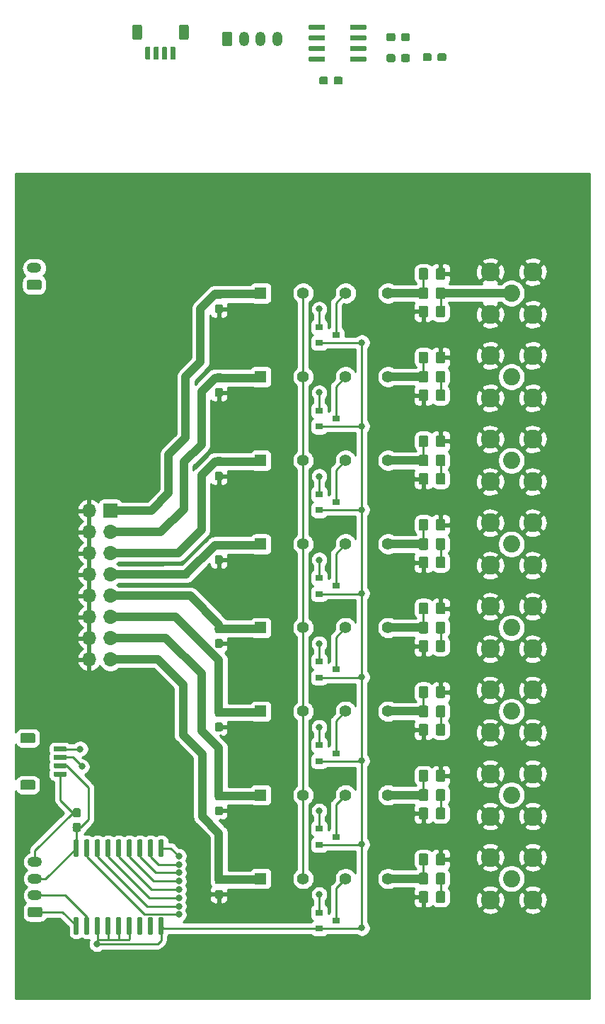
<source format=gtl>
G04 #@! TF.GenerationSoftware,KiCad,Pcbnew,(5.1.5-0)*
G04 #@! TF.CreationDate,2021-01-10T19:51:38-07:00*
G04 #@! TF.ProjectId,switch_board,73776974-6368-45f6-926f-6172642e6b69,rev?*
G04 #@! TF.SameCoordinates,Original*
G04 #@! TF.FileFunction,Copper,L1,Top*
G04 #@! TF.FilePolarity,Positive*
%FSLAX46Y46*%
G04 Gerber Fmt 4.6, Leading zero omitted, Abs format (unit mm)*
G04 Created by KiCad (PCBNEW (5.1.5-0)) date 2021-01-10 19:51:38*
%MOMM*%
%LPD*%
G04 APERTURE LIST*
%ADD10C,0.100000*%
%ADD11R,0.900000X0.800000*%
%ADD12R,1.400000X1.400000*%
%ADD13C,1.400000*%
%ADD14O,1.200000X1.750000*%
%ADD15C,2.250000*%
%ADD16C,2.050000*%
%ADD17O,1.750000X1.200000*%
%ADD18O,1.700000X1.700000*%
%ADD19R,1.700000X1.700000*%
%ADD20C,0.800000*%
%ADD21C,0.250000*%
%ADD22C,1.000000*%
%ADD23C,0.254000*%
G04 APERTURE END LIST*
G04 #@! TA.AperFunction,SMDPad,CuDef*
D10*
G36*
X132799505Y-108201204D02*
G01*
X132823773Y-108204804D01*
X132847572Y-108210765D01*
X132870671Y-108219030D01*
X132892850Y-108229520D01*
X132913893Y-108242132D01*
X132933599Y-108256747D01*
X132951777Y-108273223D01*
X132968253Y-108291401D01*
X132982868Y-108311107D01*
X132995480Y-108332150D01*
X133005970Y-108354329D01*
X133014235Y-108377428D01*
X133020196Y-108401227D01*
X133023796Y-108425495D01*
X133025000Y-108449999D01*
X133025000Y-109150001D01*
X133023796Y-109174505D01*
X133020196Y-109198773D01*
X133014235Y-109222572D01*
X133005970Y-109245671D01*
X132995480Y-109267850D01*
X132982868Y-109288893D01*
X132968253Y-109308599D01*
X132951777Y-109326777D01*
X132933599Y-109343253D01*
X132913893Y-109357868D01*
X132892850Y-109370480D01*
X132870671Y-109380970D01*
X132847572Y-109389235D01*
X132823773Y-109395196D01*
X132799505Y-109398796D01*
X132775001Y-109400000D01*
X131474999Y-109400000D01*
X131450495Y-109398796D01*
X131426227Y-109395196D01*
X131402428Y-109389235D01*
X131379329Y-109380970D01*
X131357150Y-109370480D01*
X131336107Y-109357868D01*
X131316401Y-109343253D01*
X131298223Y-109326777D01*
X131281747Y-109308599D01*
X131267132Y-109288893D01*
X131254520Y-109267850D01*
X131244030Y-109245671D01*
X131235765Y-109222572D01*
X131229804Y-109198773D01*
X131226204Y-109174505D01*
X131225000Y-109150001D01*
X131225000Y-108449999D01*
X131226204Y-108425495D01*
X131229804Y-108401227D01*
X131235765Y-108377428D01*
X131244030Y-108354329D01*
X131254520Y-108332150D01*
X131267132Y-108311107D01*
X131281747Y-108291401D01*
X131298223Y-108273223D01*
X131316401Y-108256747D01*
X131336107Y-108242132D01*
X131357150Y-108229520D01*
X131379329Y-108219030D01*
X131402428Y-108210765D01*
X131426227Y-108204804D01*
X131450495Y-108201204D01*
X131474999Y-108200000D01*
X132775001Y-108200000D01*
X132799505Y-108201204D01*
G37*
G04 #@! TD.AperFunction*
G04 #@! TA.AperFunction,SMDPad,CuDef*
G36*
X132799505Y-102601204D02*
G01*
X132823773Y-102604804D01*
X132847572Y-102610765D01*
X132870671Y-102619030D01*
X132892850Y-102629520D01*
X132913893Y-102642132D01*
X132933599Y-102656747D01*
X132951777Y-102673223D01*
X132968253Y-102691401D01*
X132982868Y-102711107D01*
X132995480Y-102732150D01*
X133005970Y-102754329D01*
X133014235Y-102777428D01*
X133020196Y-102801227D01*
X133023796Y-102825495D01*
X133025000Y-102849999D01*
X133025000Y-103550001D01*
X133023796Y-103574505D01*
X133020196Y-103598773D01*
X133014235Y-103622572D01*
X133005970Y-103645671D01*
X132995480Y-103667850D01*
X132982868Y-103688893D01*
X132968253Y-103708599D01*
X132951777Y-103726777D01*
X132933599Y-103743253D01*
X132913893Y-103757868D01*
X132892850Y-103770480D01*
X132870671Y-103780970D01*
X132847572Y-103789235D01*
X132823773Y-103795196D01*
X132799505Y-103798796D01*
X132775001Y-103800000D01*
X131474999Y-103800000D01*
X131450495Y-103798796D01*
X131426227Y-103795196D01*
X131402428Y-103789235D01*
X131379329Y-103780970D01*
X131357150Y-103770480D01*
X131336107Y-103757868D01*
X131316401Y-103743253D01*
X131298223Y-103726777D01*
X131281747Y-103708599D01*
X131267132Y-103688893D01*
X131254520Y-103667850D01*
X131244030Y-103645671D01*
X131235765Y-103622572D01*
X131229804Y-103598773D01*
X131226204Y-103574505D01*
X131225000Y-103550001D01*
X131225000Y-102849999D01*
X131226204Y-102825495D01*
X131229804Y-102801227D01*
X131235765Y-102777428D01*
X131244030Y-102754329D01*
X131254520Y-102732150D01*
X131267132Y-102711107D01*
X131281747Y-102691401D01*
X131298223Y-102673223D01*
X131316401Y-102656747D01*
X131336107Y-102642132D01*
X131357150Y-102629520D01*
X131379329Y-102619030D01*
X131402428Y-102610765D01*
X131426227Y-102604804D01*
X131450495Y-102601204D01*
X131474999Y-102600000D01*
X132775001Y-102600000D01*
X132799505Y-102601204D01*
G37*
G04 #@! TD.AperFunction*
G04 #@! TA.AperFunction,SMDPad,CuDef*
G36*
X136639703Y-107200722D02*
G01*
X136654264Y-107202882D01*
X136668543Y-107206459D01*
X136682403Y-107211418D01*
X136695710Y-107217712D01*
X136708336Y-107225280D01*
X136720159Y-107234048D01*
X136731066Y-107243934D01*
X136740952Y-107254841D01*
X136749720Y-107266664D01*
X136757288Y-107279290D01*
X136763582Y-107292597D01*
X136768541Y-107306457D01*
X136772118Y-107320736D01*
X136774278Y-107335297D01*
X136775000Y-107350000D01*
X136775000Y-107650000D01*
X136774278Y-107664703D01*
X136772118Y-107679264D01*
X136768541Y-107693543D01*
X136763582Y-107707403D01*
X136757288Y-107720710D01*
X136749720Y-107733336D01*
X136740952Y-107745159D01*
X136731066Y-107756066D01*
X136720159Y-107765952D01*
X136708336Y-107774720D01*
X136695710Y-107782288D01*
X136682403Y-107788582D01*
X136668543Y-107793541D01*
X136654264Y-107797118D01*
X136639703Y-107799278D01*
X136625000Y-107800000D01*
X135375000Y-107800000D01*
X135360297Y-107799278D01*
X135345736Y-107797118D01*
X135331457Y-107793541D01*
X135317597Y-107788582D01*
X135304290Y-107782288D01*
X135291664Y-107774720D01*
X135279841Y-107765952D01*
X135268934Y-107756066D01*
X135259048Y-107745159D01*
X135250280Y-107733336D01*
X135242712Y-107720710D01*
X135236418Y-107707403D01*
X135231459Y-107693543D01*
X135227882Y-107679264D01*
X135225722Y-107664703D01*
X135225000Y-107650000D01*
X135225000Y-107350000D01*
X135225722Y-107335297D01*
X135227882Y-107320736D01*
X135231459Y-107306457D01*
X135236418Y-107292597D01*
X135242712Y-107279290D01*
X135250280Y-107266664D01*
X135259048Y-107254841D01*
X135268934Y-107243934D01*
X135279841Y-107234048D01*
X135291664Y-107225280D01*
X135304290Y-107217712D01*
X135317597Y-107211418D01*
X135331457Y-107206459D01*
X135345736Y-107202882D01*
X135360297Y-107200722D01*
X135375000Y-107200000D01*
X136625000Y-107200000D01*
X136639703Y-107200722D01*
G37*
G04 #@! TD.AperFunction*
G04 #@! TA.AperFunction,SMDPad,CuDef*
G36*
X136639703Y-106200722D02*
G01*
X136654264Y-106202882D01*
X136668543Y-106206459D01*
X136682403Y-106211418D01*
X136695710Y-106217712D01*
X136708336Y-106225280D01*
X136720159Y-106234048D01*
X136731066Y-106243934D01*
X136740952Y-106254841D01*
X136749720Y-106266664D01*
X136757288Y-106279290D01*
X136763582Y-106292597D01*
X136768541Y-106306457D01*
X136772118Y-106320736D01*
X136774278Y-106335297D01*
X136775000Y-106350000D01*
X136775000Y-106650000D01*
X136774278Y-106664703D01*
X136772118Y-106679264D01*
X136768541Y-106693543D01*
X136763582Y-106707403D01*
X136757288Y-106720710D01*
X136749720Y-106733336D01*
X136740952Y-106745159D01*
X136731066Y-106756066D01*
X136720159Y-106765952D01*
X136708336Y-106774720D01*
X136695710Y-106782288D01*
X136682403Y-106788582D01*
X136668543Y-106793541D01*
X136654264Y-106797118D01*
X136639703Y-106799278D01*
X136625000Y-106800000D01*
X135375000Y-106800000D01*
X135360297Y-106799278D01*
X135345736Y-106797118D01*
X135331457Y-106793541D01*
X135317597Y-106788582D01*
X135304290Y-106782288D01*
X135291664Y-106774720D01*
X135279841Y-106765952D01*
X135268934Y-106756066D01*
X135259048Y-106745159D01*
X135250280Y-106733336D01*
X135242712Y-106720710D01*
X135236418Y-106707403D01*
X135231459Y-106693543D01*
X135227882Y-106679264D01*
X135225722Y-106664703D01*
X135225000Y-106650000D01*
X135225000Y-106350000D01*
X135225722Y-106335297D01*
X135227882Y-106320736D01*
X135231459Y-106306457D01*
X135236418Y-106292597D01*
X135242712Y-106279290D01*
X135250280Y-106266664D01*
X135259048Y-106254841D01*
X135268934Y-106243934D01*
X135279841Y-106234048D01*
X135291664Y-106225280D01*
X135304290Y-106217712D01*
X135317597Y-106211418D01*
X135331457Y-106206459D01*
X135345736Y-106202882D01*
X135360297Y-106200722D01*
X135375000Y-106200000D01*
X136625000Y-106200000D01*
X136639703Y-106200722D01*
G37*
G04 #@! TD.AperFunction*
G04 #@! TA.AperFunction,SMDPad,CuDef*
G36*
X136639703Y-105200722D02*
G01*
X136654264Y-105202882D01*
X136668543Y-105206459D01*
X136682403Y-105211418D01*
X136695710Y-105217712D01*
X136708336Y-105225280D01*
X136720159Y-105234048D01*
X136731066Y-105243934D01*
X136740952Y-105254841D01*
X136749720Y-105266664D01*
X136757288Y-105279290D01*
X136763582Y-105292597D01*
X136768541Y-105306457D01*
X136772118Y-105320736D01*
X136774278Y-105335297D01*
X136775000Y-105350000D01*
X136775000Y-105650000D01*
X136774278Y-105664703D01*
X136772118Y-105679264D01*
X136768541Y-105693543D01*
X136763582Y-105707403D01*
X136757288Y-105720710D01*
X136749720Y-105733336D01*
X136740952Y-105745159D01*
X136731066Y-105756066D01*
X136720159Y-105765952D01*
X136708336Y-105774720D01*
X136695710Y-105782288D01*
X136682403Y-105788582D01*
X136668543Y-105793541D01*
X136654264Y-105797118D01*
X136639703Y-105799278D01*
X136625000Y-105800000D01*
X135375000Y-105800000D01*
X135360297Y-105799278D01*
X135345736Y-105797118D01*
X135331457Y-105793541D01*
X135317597Y-105788582D01*
X135304290Y-105782288D01*
X135291664Y-105774720D01*
X135279841Y-105765952D01*
X135268934Y-105756066D01*
X135259048Y-105745159D01*
X135250280Y-105733336D01*
X135242712Y-105720710D01*
X135236418Y-105707403D01*
X135231459Y-105693543D01*
X135227882Y-105679264D01*
X135225722Y-105664703D01*
X135225000Y-105650000D01*
X135225000Y-105350000D01*
X135225722Y-105335297D01*
X135227882Y-105320736D01*
X135231459Y-105306457D01*
X135236418Y-105292597D01*
X135242712Y-105279290D01*
X135250280Y-105266664D01*
X135259048Y-105254841D01*
X135268934Y-105243934D01*
X135279841Y-105234048D01*
X135291664Y-105225280D01*
X135304290Y-105217712D01*
X135317597Y-105211418D01*
X135331457Y-105206459D01*
X135345736Y-105202882D01*
X135360297Y-105200722D01*
X135375000Y-105200000D01*
X136625000Y-105200000D01*
X136639703Y-105200722D01*
G37*
G04 #@! TD.AperFunction*
G04 #@! TA.AperFunction,SMDPad,CuDef*
G36*
X136639703Y-104200722D02*
G01*
X136654264Y-104202882D01*
X136668543Y-104206459D01*
X136682403Y-104211418D01*
X136695710Y-104217712D01*
X136708336Y-104225280D01*
X136720159Y-104234048D01*
X136731066Y-104243934D01*
X136740952Y-104254841D01*
X136749720Y-104266664D01*
X136757288Y-104279290D01*
X136763582Y-104292597D01*
X136768541Y-104306457D01*
X136772118Y-104320736D01*
X136774278Y-104335297D01*
X136775000Y-104350000D01*
X136775000Y-104650000D01*
X136774278Y-104664703D01*
X136772118Y-104679264D01*
X136768541Y-104693543D01*
X136763582Y-104707403D01*
X136757288Y-104720710D01*
X136749720Y-104733336D01*
X136740952Y-104745159D01*
X136731066Y-104756066D01*
X136720159Y-104765952D01*
X136708336Y-104774720D01*
X136695710Y-104782288D01*
X136682403Y-104788582D01*
X136668543Y-104793541D01*
X136654264Y-104797118D01*
X136639703Y-104799278D01*
X136625000Y-104800000D01*
X135375000Y-104800000D01*
X135360297Y-104799278D01*
X135345736Y-104797118D01*
X135331457Y-104793541D01*
X135317597Y-104788582D01*
X135304290Y-104782288D01*
X135291664Y-104774720D01*
X135279841Y-104765952D01*
X135268934Y-104756066D01*
X135259048Y-104745159D01*
X135250280Y-104733336D01*
X135242712Y-104720710D01*
X135236418Y-104707403D01*
X135231459Y-104693543D01*
X135227882Y-104679264D01*
X135225722Y-104664703D01*
X135225000Y-104650000D01*
X135225000Y-104350000D01*
X135225722Y-104335297D01*
X135227882Y-104320736D01*
X135231459Y-104306457D01*
X135236418Y-104292597D01*
X135242712Y-104279290D01*
X135250280Y-104266664D01*
X135259048Y-104254841D01*
X135268934Y-104243934D01*
X135279841Y-104234048D01*
X135291664Y-104225280D01*
X135304290Y-104217712D01*
X135317597Y-104211418D01*
X135331457Y-104206459D01*
X135345736Y-104202882D01*
X135360297Y-104200722D01*
X135375000Y-104200000D01*
X136625000Y-104200000D01*
X136639703Y-104200722D01*
G37*
G04 #@! TD.AperFunction*
G04 #@! TA.AperFunction,SMDPad,CuDef*
G36*
X138084703Y-115325722D02*
G01*
X138099264Y-115327882D01*
X138113543Y-115331459D01*
X138127403Y-115336418D01*
X138140710Y-115342712D01*
X138153336Y-115350280D01*
X138165159Y-115359048D01*
X138176066Y-115368934D01*
X138185952Y-115379841D01*
X138194720Y-115391664D01*
X138202288Y-115404290D01*
X138208582Y-115417597D01*
X138213541Y-115431457D01*
X138217118Y-115445736D01*
X138219278Y-115460297D01*
X138220000Y-115475000D01*
X138220000Y-117225000D01*
X138219278Y-117239703D01*
X138217118Y-117254264D01*
X138213541Y-117268543D01*
X138208582Y-117282403D01*
X138202288Y-117295710D01*
X138194720Y-117308336D01*
X138185952Y-117320159D01*
X138176066Y-117331066D01*
X138165159Y-117340952D01*
X138153336Y-117349720D01*
X138140710Y-117357288D01*
X138127403Y-117363582D01*
X138113543Y-117368541D01*
X138099264Y-117372118D01*
X138084703Y-117374278D01*
X138070000Y-117375000D01*
X137770000Y-117375000D01*
X137755297Y-117374278D01*
X137740736Y-117372118D01*
X137726457Y-117368541D01*
X137712597Y-117363582D01*
X137699290Y-117357288D01*
X137686664Y-117349720D01*
X137674841Y-117340952D01*
X137663934Y-117331066D01*
X137654048Y-117320159D01*
X137645280Y-117308336D01*
X137637712Y-117295710D01*
X137631418Y-117282403D01*
X137626459Y-117268543D01*
X137622882Y-117254264D01*
X137620722Y-117239703D01*
X137620000Y-117225000D01*
X137620000Y-115475000D01*
X137620722Y-115460297D01*
X137622882Y-115445736D01*
X137626459Y-115431457D01*
X137631418Y-115417597D01*
X137637712Y-115404290D01*
X137645280Y-115391664D01*
X137654048Y-115379841D01*
X137663934Y-115368934D01*
X137674841Y-115359048D01*
X137686664Y-115350280D01*
X137699290Y-115342712D01*
X137712597Y-115336418D01*
X137726457Y-115331459D01*
X137740736Y-115327882D01*
X137755297Y-115325722D01*
X137770000Y-115325000D01*
X138070000Y-115325000D01*
X138084703Y-115325722D01*
G37*
G04 #@! TD.AperFunction*
G04 #@! TA.AperFunction,SMDPad,CuDef*
G36*
X139354703Y-115325722D02*
G01*
X139369264Y-115327882D01*
X139383543Y-115331459D01*
X139397403Y-115336418D01*
X139410710Y-115342712D01*
X139423336Y-115350280D01*
X139435159Y-115359048D01*
X139446066Y-115368934D01*
X139455952Y-115379841D01*
X139464720Y-115391664D01*
X139472288Y-115404290D01*
X139478582Y-115417597D01*
X139483541Y-115431457D01*
X139487118Y-115445736D01*
X139489278Y-115460297D01*
X139490000Y-115475000D01*
X139490000Y-117225000D01*
X139489278Y-117239703D01*
X139487118Y-117254264D01*
X139483541Y-117268543D01*
X139478582Y-117282403D01*
X139472288Y-117295710D01*
X139464720Y-117308336D01*
X139455952Y-117320159D01*
X139446066Y-117331066D01*
X139435159Y-117340952D01*
X139423336Y-117349720D01*
X139410710Y-117357288D01*
X139397403Y-117363582D01*
X139383543Y-117368541D01*
X139369264Y-117372118D01*
X139354703Y-117374278D01*
X139340000Y-117375000D01*
X139040000Y-117375000D01*
X139025297Y-117374278D01*
X139010736Y-117372118D01*
X138996457Y-117368541D01*
X138982597Y-117363582D01*
X138969290Y-117357288D01*
X138956664Y-117349720D01*
X138944841Y-117340952D01*
X138933934Y-117331066D01*
X138924048Y-117320159D01*
X138915280Y-117308336D01*
X138907712Y-117295710D01*
X138901418Y-117282403D01*
X138896459Y-117268543D01*
X138892882Y-117254264D01*
X138890722Y-117239703D01*
X138890000Y-117225000D01*
X138890000Y-115475000D01*
X138890722Y-115460297D01*
X138892882Y-115445736D01*
X138896459Y-115431457D01*
X138901418Y-115417597D01*
X138907712Y-115404290D01*
X138915280Y-115391664D01*
X138924048Y-115379841D01*
X138933934Y-115368934D01*
X138944841Y-115359048D01*
X138956664Y-115350280D01*
X138969290Y-115342712D01*
X138982597Y-115336418D01*
X138996457Y-115331459D01*
X139010736Y-115327882D01*
X139025297Y-115325722D01*
X139040000Y-115325000D01*
X139340000Y-115325000D01*
X139354703Y-115325722D01*
G37*
G04 #@! TD.AperFunction*
G04 #@! TA.AperFunction,SMDPad,CuDef*
G36*
X140624703Y-115325722D02*
G01*
X140639264Y-115327882D01*
X140653543Y-115331459D01*
X140667403Y-115336418D01*
X140680710Y-115342712D01*
X140693336Y-115350280D01*
X140705159Y-115359048D01*
X140716066Y-115368934D01*
X140725952Y-115379841D01*
X140734720Y-115391664D01*
X140742288Y-115404290D01*
X140748582Y-115417597D01*
X140753541Y-115431457D01*
X140757118Y-115445736D01*
X140759278Y-115460297D01*
X140760000Y-115475000D01*
X140760000Y-117225000D01*
X140759278Y-117239703D01*
X140757118Y-117254264D01*
X140753541Y-117268543D01*
X140748582Y-117282403D01*
X140742288Y-117295710D01*
X140734720Y-117308336D01*
X140725952Y-117320159D01*
X140716066Y-117331066D01*
X140705159Y-117340952D01*
X140693336Y-117349720D01*
X140680710Y-117357288D01*
X140667403Y-117363582D01*
X140653543Y-117368541D01*
X140639264Y-117372118D01*
X140624703Y-117374278D01*
X140610000Y-117375000D01*
X140310000Y-117375000D01*
X140295297Y-117374278D01*
X140280736Y-117372118D01*
X140266457Y-117368541D01*
X140252597Y-117363582D01*
X140239290Y-117357288D01*
X140226664Y-117349720D01*
X140214841Y-117340952D01*
X140203934Y-117331066D01*
X140194048Y-117320159D01*
X140185280Y-117308336D01*
X140177712Y-117295710D01*
X140171418Y-117282403D01*
X140166459Y-117268543D01*
X140162882Y-117254264D01*
X140160722Y-117239703D01*
X140160000Y-117225000D01*
X140160000Y-115475000D01*
X140160722Y-115460297D01*
X140162882Y-115445736D01*
X140166459Y-115431457D01*
X140171418Y-115417597D01*
X140177712Y-115404290D01*
X140185280Y-115391664D01*
X140194048Y-115379841D01*
X140203934Y-115368934D01*
X140214841Y-115359048D01*
X140226664Y-115350280D01*
X140239290Y-115342712D01*
X140252597Y-115336418D01*
X140266457Y-115331459D01*
X140280736Y-115327882D01*
X140295297Y-115325722D01*
X140310000Y-115325000D01*
X140610000Y-115325000D01*
X140624703Y-115325722D01*
G37*
G04 #@! TD.AperFunction*
G04 #@! TA.AperFunction,SMDPad,CuDef*
G36*
X141894703Y-115325722D02*
G01*
X141909264Y-115327882D01*
X141923543Y-115331459D01*
X141937403Y-115336418D01*
X141950710Y-115342712D01*
X141963336Y-115350280D01*
X141975159Y-115359048D01*
X141986066Y-115368934D01*
X141995952Y-115379841D01*
X142004720Y-115391664D01*
X142012288Y-115404290D01*
X142018582Y-115417597D01*
X142023541Y-115431457D01*
X142027118Y-115445736D01*
X142029278Y-115460297D01*
X142030000Y-115475000D01*
X142030000Y-117225000D01*
X142029278Y-117239703D01*
X142027118Y-117254264D01*
X142023541Y-117268543D01*
X142018582Y-117282403D01*
X142012288Y-117295710D01*
X142004720Y-117308336D01*
X141995952Y-117320159D01*
X141986066Y-117331066D01*
X141975159Y-117340952D01*
X141963336Y-117349720D01*
X141950710Y-117357288D01*
X141937403Y-117363582D01*
X141923543Y-117368541D01*
X141909264Y-117372118D01*
X141894703Y-117374278D01*
X141880000Y-117375000D01*
X141580000Y-117375000D01*
X141565297Y-117374278D01*
X141550736Y-117372118D01*
X141536457Y-117368541D01*
X141522597Y-117363582D01*
X141509290Y-117357288D01*
X141496664Y-117349720D01*
X141484841Y-117340952D01*
X141473934Y-117331066D01*
X141464048Y-117320159D01*
X141455280Y-117308336D01*
X141447712Y-117295710D01*
X141441418Y-117282403D01*
X141436459Y-117268543D01*
X141432882Y-117254264D01*
X141430722Y-117239703D01*
X141430000Y-117225000D01*
X141430000Y-115475000D01*
X141430722Y-115460297D01*
X141432882Y-115445736D01*
X141436459Y-115431457D01*
X141441418Y-115417597D01*
X141447712Y-115404290D01*
X141455280Y-115391664D01*
X141464048Y-115379841D01*
X141473934Y-115368934D01*
X141484841Y-115359048D01*
X141496664Y-115350280D01*
X141509290Y-115342712D01*
X141522597Y-115336418D01*
X141536457Y-115331459D01*
X141550736Y-115327882D01*
X141565297Y-115325722D01*
X141580000Y-115325000D01*
X141880000Y-115325000D01*
X141894703Y-115325722D01*
G37*
G04 #@! TD.AperFunction*
G04 #@! TA.AperFunction,SMDPad,CuDef*
G36*
X143164703Y-115325722D02*
G01*
X143179264Y-115327882D01*
X143193543Y-115331459D01*
X143207403Y-115336418D01*
X143220710Y-115342712D01*
X143233336Y-115350280D01*
X143245159Y-115359048D01*
X143256066Y-115368934D01*
X143265952Y-115379841D01*
X143274720Y-115391664D01*
X143282288Y-115404290D01*
X143288582Y-115417597D01*
X143293541Y-115431457D01*
X143297118Y-115445736D01*
X143299278Y-115460297D01*
X143300000Y-115475000D01*
X143300000Y-117225000D01*
X143299278Y-117239703D01*
X143297118Y-117254264D01*
X143293541Y-117268543D01*
X143288582Y-117282403D01*
X143282288Y-117295710D01*
X143274720Y-117308336D01*
X143265952Y-117320159D01*
X143256066Y-117331066D01*
X143245159Y-117340952D01*
X143233336Y-117349720D01*
X143220710Y-117357288D01*
X143207403Y-117363582D01*
X143193543Y-117368541D01*
X143179264Y-117372118D01*
X143164703Y-117374278D01*
X143150000Y-117375000D01*
X142850000Y-117375000D01*
X142835297Y-117374278D01*
X142820736Y-117372118D01*
X142806457Y-117368541D01*
X142792597Y-117363582D01*
X142779290Y-117357288D01*
X142766664Y-117349720D01*
X142754841Y-117340952D01*
X142743934Y-117331066D01*
X142734048Y-117320159D01*
X142725280Y-117308336D01*
X142717712Y-117295710D01*
X142711418Y-117282403D01*
X142706459Y-117268543D01*
X142702882Y-117254264D01*
X142700722Y-117239703D01*
X142700000Y-117225000D01*
X142700000Y-115475000D01*
X142700722Y-115460297D01*
X142702882Y-115445736D01*
X142706459Y-115431457D01*
X142711418Y-115417597D01*
X142717712Y-115404290D01*
X142725280Y-115391664D01*
X142734048Y-115379841D01*
X142743934Y-115368934D01*
X142754841Y-115359048D01*
X142766664Y-115350280D01*
X142779290Y-115342712D01*
X142792597Y-115336418D01*
X142806457Y-115331459D01*
X142820736Y-115327882D01*
X142835297Y-115325722D01*
X142850000Y-115325000D01*
X143150000Y-115325000D01*
X143164703Y-115325722D01*
G37*
G04 #@! TD.AperFunction*
G04 #@! TA.AperFunction,SMDPad,CuDef*
G36*
X144434703Y-115325722D02*
G01*
X144449264Y-115327882D01*
X144463543Y-115331459D01*
X144477403Y-115336418D01*
X144490710Y-115342712D01*
X144503336Y-115350280D01*
X144515159Y-115359048D01*
X144526066Y-115368934D01*
X144535952Y-115379841D01*
X144544720Y-115391664D01*
X144552288Y-115404290D01*
X144558582Y-115417597D01*
X144563541Y-115431457D01*
X144567118Y-115445736D01*
X144569278Y-115460297D01*
X144570000Y-115475000D01*
X144570000Y-117225000D01*
X144569278Y-117239703D01*
X144567118Y-117254264D01*
X144563541Y-117268543D01*
X144558582Y-117282403D01*
X144552288Y-117295710D01*
X144544720Y-117308336D01*
X144535952Y-117320159D01*
X144526066Y-117331066D01*
X144515159Y-117340952D01*
X144503336Y-117349720D01*
X144490710Y-117357288D01*
X144477403Y-117363582D01*
X144463543Y-117368541D01*
X144449264Y-117372118D01*
X144434703Y-117374278D01*
X144420000Y-117375000D01*
X144120000Y-117375000D01*
X144105297Y-117374278D01*
X144090736Y-117372118D01*
X144076457Y-117368541D01*
X144062597Y-117363582D01*
X144049290Y-117357288D01*
X144036664Y-117349720D01*
X144024841Y-117340952D01*
X144013934Y-117331066D01*
X144004048Y-117320159D01*
X143995280Y-117308336D01*
X143987712Y-117295710D01*
X143981418Y-117282403D01*
X143976459Y-117268543D01*
X143972882Y-117254264D01*
X143970722Y-117239703D01*
X143970000Y-117225000D01*
X143970000Y-115475000D01*
X143970722Y-115460297D01*
X143972882Y-115445736D01*
X143976459Y-115431457D01*
X143981418Y-115417597D01*
X143987712Y-115404290D01*
X143995280Y-115391664D01*
X144004048Y-115379841D01*
X144013934Y-115368934D01*
X144024841Y-115359048D01*
X144036664Y-115350280D01*
X144049290Y-115342712D01*
X144062597Y-115336418D01*
X144076457Y-115331459D01*
X144090736Y-115327882D01*
X144105297Y-115325722D01*
X144120000Y-115325000D01*
X144420000Y-115325000D01*
X144434703Y-115325722D01*
G37*
G04 #@! TD.AperFunction*
G04 #@! TA.AperFunction,SMDPad,CuDef*
G36*
X145704703Y-115325722D02*
G01*
X145719264Y-115327882D01*
X145733543Y-115331459D01*
X145747403Y-115336418D01*
X145760710Y-115342712D01*
X145773336Y-115350280D01*
X145785159Y-115359048D01*
X145796066Y-115368934D01*
X145805952Y-115379841D01*
X145814720Y-115391664D01*
X145822288Y-115404290D01*
X145828582Y-115417597D01*
X145833541Y-115431457D01*
X145837118Y-115445736D01*
X145839278Y-115460297D01*
X145840000Y-115475000D01*
X145840000Y-117225000D01*
X145839278Y-117239703D01*
X145837118Y-117254264D01*
X145833541Y-117268543D01*
X145828582Y-117282403D01*
X145822288Y-117295710D01*
X145814720Y-117308336D01*
X145805952Y-117320159D01*
X145796066Y-117331066D01*
X145785159Y-117340952D01*
X145773336Y-117349720D01*
X145760710Y-117357288D01*
X145747403Y-117363582D01*
X145733543Y-117368541D01*
X145719264Y-117372118D01*
X145704703Y-117374278D01*
X145690000Y-117375000D01*
X145390000Y-117375000D01*
X145375297Y-117374278D01*
X145360736Y-117372118D01*
X145346457Y-117368541D01*
X145332597Y-117363582D01*
X145319290Y-117357288D01*
X145306664Y-117349720D01*
X145294841Y-117340952D01*
X145283934Y-117331066D01*
X145274048Y-117320159D01*
X145265280Y-117308336D01*
X145257712Y-117295710D01*
X145251418Y-117282403D01*
X145246459Y-117268543D01*
X145242882Y-117254264D01*
X145240722Y-117239703D01*
X145240000Y-117225000D01*
X145240000Y-115475000D01*
X145240722Y-115460297D01*
X145242882Y-115445736D01*
X145246459Y-115431457D01*
X145251418Y-115417597D01*
X145257712Y-115404290D01*
X145265280Y-115391664D01*
X145274048Y-115379841D01*
X145283934Y-115368934D01*
X145294841Y-115359048D01*
X145306664Y-115350280D01*
X145319290Y-115342712D01*
X145332597Y-115336418D01*
X145346457Y-115331459D01*
X145360736Y-115327882D01*
X145375297Y-115325722D01*
X145390000Y-115325000D01*
X145690000Y-115325000D01*
X145704703Y-115325722D01*
G37*
G04 #@! TD.AperFunction*
G04 #@! TA.AperFunction,SMDPad,CuDef*
G36*
X146974703Y-115325722D02*
G01*
X146989264Y-115327882D01*
X147003543Y-115331459D01*
X147017403Y-115336418D01*
X147030710Y-115342712D01*
X147043336Y-115350280D01*
X147055159Y-115359048D01*
X147066066Y-115368934D01*
X147075952Y-115379841D01*
X147084720Y-115391664D01*
X147092288Y-115404290D01*
X147098582Y-115417597D01*
X147103541Y-115431457D01*
X147107118Y-115445736D01*
X147109278Y-115460297D01*
X147110000Y-115475000D01*
X147110000Y-117225000D01*
X147109278Y-117239703D01*
X147107118Y-117254264D01*
X147103541Y-117268543D01*
X147098582Y-117282403D01*
X147092288Y-117295710D01*
X147084720Y-117308336D01*
X147075952Y-117320159D01*
X147066066Y-117331066D01*
X147055159Y-117340952D01*
X147043336Y-117349720D01*
X147030710Y-117357288D01*
X147017403Y-117363582D01*
X147003543Y-117368541D01*
X146989264Y-117372118D01*
X146974703Y-117374278D01*
X146960000Y-117375000D01*
X146660000Y-117375000D01*
X146645297Y-117374278D01*
X146630736Y-117372118D01*
X146616457Y-117368541D01*
X146602597Y-117363582D01*
X146589290Y-117357288D01*
X146576664Y-117349720D01*
X146564841Y-117340952D01*
X146553934Y-117331066D01*
X146544048Y-117320159D01*
X146535280Y-117308336D01*
X146527712Y-117295710D01*
X146521418Y-117282403D01*
X146516459Y-117268543D01*
X146512882Y-117254264D01*
X146510722Y-117239703D01*
X146510000Y-117225000D01*
X146510000Y-115475000D01*
X146510722Y-115460297D01*
X146512882Y-115445736D01*
X146516459Y-115431457D01*
X146521418Y-115417597D01*
X146527712Y-115404290D01*
X146535280Y-115391664D01*
X146544048Y-115379841D01*
X146553934Y-115368934D01*
X146564841Y-115359048D01*
X146576664Y-115350280D01*
X146589290Y-115342712D01*
X146602597Y-115336418D01*
X146616457Y-115331459D01*
X146630736Y-115327882D01*
X146645297Y-115325722D01*
X146660000Y-115325000D01*
X146960000Y-115325000D01*
X146974703Y-115325722D01*
G37*
G04 #@! TD.AperFunction*
G04 #@! TA.AperFunction,SMDPad,CuDef*
G36*
X148244703Y-115325722D02*
G01*
X148259264Y-115327882D01*
X148273543Y-115331459D01*
X148287403Y-115336418D01*
X148300710Y-115342712D01*
X148313336Y-115350280D01*
X148325159Y-115359048D01*
X148336066Y-115368934D01*
X148345952Y-115379841D01*
X148354720Y-115391664D01*
X148362288Y-115404290D01*
X148368582Y-115417597D01*
X148373541Y-115431457D01*
X148377118Y-115445736D01*
X148379278Y-115460297D01*
X148380000Y-115475000D01*
X148380000Y-117225000D01*
X148379278Y-117239703D01*
X148377118Y-117254264D01*
X148373541Y-117268543D01*
X148368582Y-117282403D01*
X148362288Y-117295710D01*
X148354720Y-117308336D01*
X148345952Y-117320159D01*
X148336066Y-117331066D01*
X148325159Y-117340952D01*
X148313336Y-117349720D01*
X148300710Y-117357288D01*
X148287403Y-117363582D01*
X148273543Y-117368541D01*
X148259264Y-117372118D01*
X148244703Y-117374278D01*
X148230000Y-117375000D01*
X147930000Y-117375000D01*
X147915297Y-117374278D01*
X147900736Y-117372118D01*
X147886457Y-117368541D01*
X147872597Y-117363582D01*
X147859290Y-117357288D01*
X147846664Y-117349720D01*
X147834841Y-117340952D01*
X147823934Y-117331066D01*
X147814048Y-117320159D01*
X147805280Y-117308336D01*
X147797712Y-117295710D01*
X147791418Y-117282403D01*
X147786459Y-117268543D01*
X147782882Y-117254264D01*
X147780722Y-117239703D01*
X147780000Y-117225000D01*
X147780000Y-115475000D01*
X147780722Y-115460297D01*
X147782882Y-115445736D01*
X147786459Y-115431457D01*
X147791418Y-115417597D01*
X147797712Y-115404290D01*
X147805280Y-115391664D01*
X147814048Y-115379841D01*
X147823934Y-115368934D01*
X147834841Y-115359048D01*
X147846664Y-115350280D01*
X147859290Y-115342712D01*
X147872597Y-115336418D01*
X147886457Y-115331459D01*
X147900736Y-115327882D01*
X147915297Y-115325722D01*
X147930000Y-115325000D01*
X148230000Y-115325000D01*
X148244703Y-115325722D01*
G37*
G04 #@! TD.AperFunction*
G04 #@! TA.AperFunction,SMDPad,CuDef*
G36*
X148244703Y-124625722D02*
G01*
X148259264Y-124627882D01*
X148273543Y-124631459D01*
X148287403Y-124636418D01*
X148300710Y-124642712D01*
X148313336Y-124650280D01*
X148325159Y-124659048D01*
X148336066Y-124668934D01*
X148345952Y-124679841D01*
X148354720Y-124691664D01*
X148362288Y-124704290D01*
X148368582Y-124717597D01*
X148373541Y-124731457D01*
X148377118Y-124745736D01*
X148379278Y-124760297D01*
X148380000Y-124775000D01*
X148380000Y-126525000D01*
X148379278Y-126539703D01*
X148377118Y-126554264D01*
X148373541Y-126568543D01*
X148368582Y-126582403D01*
X148362288Y-126595710D01*
X148354720Y-126608336D01*
X148345952Y-126620159D01*
X148336066Y-126631066D01*
X148325159Y-126640952D01*
X148313336Y-126649720D01*
X148300710Y-126657288D01*
X148287403Y-126663582D01*
X148273543Y-126668541D01*
X148259264Y-126672118D01*
X148244703Y-126674278D01*
X148230000Y-126675000D01*
X147930000Y-126675000D01*
X147915297Y-126674278D01*
X147900736Y-126672118D01*
X147886457Y-126668541D01*
X147872597Y-126663582D01*
X147859290Y-126657288D01*
X147846664Y-126649720D01*
X147834841Y-126640952D01*
X147823934Y-126631066D01*
X147814048Y-126620159D01*
X147805280Y-126608336D01*
X147797712Y-126595710D01*
X147791418Y-126582403D01*
X147786459Y-126568543D01*
X147782882Y-126554264D01*
X147780722Y-126539703D01*
X147780000Y-126525000D01*
X147780000Y-124775000D01*
X147780722Y-124760297D01*
X147782882Y-124745736D01*
X147786459Y-124731457D01*
X147791418Y-124717597D01*
X147797712Y-124704290D01*
X147805280Y-124691664D01*
X147814048Y-124679841D01*
X147823934Y-124668934D01*
X147834841Y-124659048D01*
X147846664Y-124650280D01*
X147859290Y-124642712D01*
X147872597Y-124636418D01*
X147886457Y-124631459D01*
X147900736Y-124627882D01*
X147915297Y-124625722D01*
X147930000Y-124625000D01*
X148230000Y-124625000D01*
X148244703Y-124625722D01*
G37*
G04 #@! TD.AperFunction*
G04 #@! TA.AperFunction,SMDPad,CuDef*
G36*
X146974703Y-124625722D02*
G01*
X146989264Y-124627882D01*
X147003543Y-124631459D01*
X147017403Y-124636418D01*
X147030710Y-124642712D01*
X147043336Y-124650280D01*
X147055159Y-124659048D01*
X147066066Y-124668934D01*
X147075952Y-124679841D01*
X147084720Y-124691664D01*
X147092288Y-124704290D01*
X147098582Y-124717597D01*
X147103541Y-124731457D01*
X147107118Y-124745736D01*
X147109278Y-124760297D01*
X147110000Y-124775000D01*
X147110000Y-126525000D01*
X147109278Y-126539703D01*
X147107118Y-126554264D01*
X147103541Y-126568543D01*
X147098582Y-126582403D01*
X147092288Y-126595710D01*
X147084720Y-126608336D01*
X147075952Y-126620159D01*
X147066066Y-126631066D01*
X147055159Y-126640952D01*
X147043336Y-126649720D01*
X147030710Y-126657288D01*
X147017403Y-126663582D01*
X147003543Y-126668541D01*
X146989264Y-126672118D01*
X146974703Y-126674278D01*
X146960000Y-126675000D01*
X146660000Y-126675000D01*
X146645297Y-126674278D01*
X146630736Y-126672118D01*
X146616457Y-126668541D01*
X146602597Y-126663582D01*
X146589290Y-126657288D01*
X146576664Y-126649720D01*
X146564841Y-126640952D01*
X146553934Y-126631066D01*
X146544048Y-126620159D01*
X146535280Y-126608336D01*
X146527712Y-126595710D01*
X146521418Y-126582403D01*
X146516459Y-126568543D01*
X146512882Y-126554264D01*
X146510722Y-126539703D01*
X146510000Y-126525000D01*
X146510000Y-124775000D01*
X146510722Y-124760297D01*
X146512882Y-124745736D01*
X146516459Y-124731457D01*
X146521418Y-124717597D01*
X146527712Y-124704290D01*
X146535280Y-124691664D01*
X146544048Y-124679841D01*
X146553934Y-124668934D01*
X146564841Y-124659048D01*
X146576664Y-124650280D01*
X146589290Y-124642712D01*
X146602597Y-124636418D01*
X146616457Y-124631459D01*
X146630736Y-124627882D01*
X146645297Y-124625722D01*
X146660000Y-124625000D01*
X146960000Y-124625000D01*
X146974703Y-124625722D01*
G37*
G04 #@! TD.AperFunction*
G04 #@! TA.AperFunction,SMDPad,CuDef*
G36*
X145704703Y-124625722D02*
G01*
X145719264Y-124627882D01*
X145733543Y-124631459D01*
X145747403Y-124636418D01*
X145760710Y-124642712D01*
X145773336Y-124650280D01*
X145785159Y-124659048D01*
X145796066Y-124668934D01*
X145805952Y-124679841D01*
X145814720Y-124691664D01*
X145822288Y-124704290D01*
X145828582Y-124717597D01*
X145833541Y-124731457D01*
X145837118Y-124745736D01*
X145839278Y-124760297D01*
X145840000Y-124775000D01*
X145840000Y-126525000D01*
X145839278Y-126539703D01*
X145837118Y-126554264D01*
X145833541Y-126568543D01*
X145828582Y-126582403D01*
X145822288Y-126595710D01*
X145814720Y-126608336D01*
X145805952Y-126620159D01*
X145796066Y-126631066D01*
X145785159Y-126640952D01*
X145773336Y-126649720D01*
X145760710Y-126657288D01*
X145747403Y-126663582D01*
X145733543Y-126668541D01*
X145719264Y-126672118D01*
X145704703Y-126674278D01*
X145690000Y-126675000D01*
X145390000Y-126675000D01*
X145375297Y-126674278D01*
X145360736Y-126672118D01*
X145346457Y-126668541D01*
X145332597Y-126663582D01*
X145319290Y-126657288D01*
X145306664Y-126649720D01*
X145294841Y-126640952D01*
X145283934Y-126631066D01*
X145274048Y-126620159D01*
X145265280Y-126608336D01*
X145257712Y-126595710D01*
X145251418Y-126582403D01*
X145246459Y-126568543D01*
X145242882Y-126554264D01*
X145240722Y-126539703D01*
X145240000Y-126525000D01*
X145240000Y-124775000D01*
X145240722Y-124760297D01*
X145242882Y-124745736D01*
X145246459Y-124731457D01*
X145251418Y-124717597D01*
X145257712Y-124704290D01*
X145265280Y-124691664D01*
X145274048Y-124679841D01*
X145283934Y-124668934D01*
X145294841Y-124659048D01*
X145306664Y-124650280D01*
X145319290Y-124642712D01*
X145332597Y-124636418D01*
X145346457Y-124631459D01*
X145360736Y-124627882D01*
X145375297Y-124625722D01*
X145390000Y-124625000D01*
X145690000Y-124625000D01*
X145704703Y-124625722D01*
G37*
G04 #@! TD.AperFunction*
G04 #@! TA.AperFunction,SMDPad,CuDef*
G36*
X144434703Y-124625722D02*
G01*
X144449264Y-124627882D01*
X144463543Y-124631459D01*
X144477403Y-124636418D01*
X144490710Y-124642712D01*
X144503336Y-124650280D01*
X144515159Y-124659048D01*
X144526066Y-124668934D01*
X144535952Y-124679841D01*
X144544720Y-124691664D01*
X144552288Y-124704290D01*
X144558582Y-124717597D01*
X144563541Y-124731457D01*
X144567118Y-124745736D01*
X144569278Y-124760297D01*
X144570000Y-124775000D01*
X144570000Y-126525000D01*
X144569278Y-126539703D01*
X144567118Y-126554264D01*
X144563541Y-126568543D01*
X144558582Y-126582403D01*
X144552288Y-126595710D01*
X144544720Y-126608336D01*
X144535952Y-126620159D01*
X144526066Y-126631066D01*
X144515159Y-126640952D01*
X144503336Y-126649720D01*
X144490710Y-126657288D01*
X144477403Y-126663582D01*
X144463543Y-126668541D01*
X144449264Y-126672118D01*
X144434703Y-126674278D01*
X144420000Y-126675000D01*
X144120000Y-126675000D01*
X144105297Y-126674278D01*
X144090736Y-126672118D01*
X144076457Y-126668541D01*
X144062597Y-126663582D01*
X144049290Y-126657288D01*
X144036664Y-126649720D01*
X144024841Y-126640952D01*
X144013934Y-126631066D01*
X144004048Y-126620159D01*
X143995280Y-126608336D01*
X143987712Y-126595710D01*
X143981418Y-126582403D01*
X143976459Y-126568543D01*
X143972882Y-126554264D01*
X143970722Y-126539703D01*
X143970000Y-126525000D01*
X143970000Y-124775000D01*
X143970722Y-124760297D01*
X143972882Y-124745736D01*
X143976459Y-124731457D01*
X143981418Y-124717597D01*
X143987712Y-124704290D01*
X143995280Y-124691664D01*
X144004048Y-124679841D01*
X144013934Y-124668934D01*
X144024841Y-124659048D01*
X144036664Y-124650280D01*
X144049290Y-124642712D01*
X144062597Y-124636418D01*
X144076457Y-124631459D01*
X144090736Y-124627882D01*
X144105297Y-124625722D01*
X144120000Y-124625000D01*
X144420000Y-124625000D01*
X144434703Y-124625722D01*
G37*
G04 #@! TD.AperFunction*
G04 #@! TA.AperFunction,SMDPad,CuDef*
G36*
X143164703Y-124625722D02*
G01*
X143179264Y-124627882D01*
X143193543Y-124631459D01*
X143207403Y-124636418D01*
X143220710Y-124642712D01*
X143233336Y-124650280D01*
X143245159Y-124659048D01*
X143256066Y-124668934D01*
X143265952Y-124679841D01*
X143274720Y-124691664D01*
X143282288Y-124704290D01*
X143288582Y-124717597D01*
X143293541Y-124731457D01*
X143297118Y-124745736D01*
X143299278Y-124760297D01*
X143300000Y-124775000D01*
X143300000Y-126525000D01*
X143299278Y-126539703D01*
X143297118Y-126554264D01*
X143293541Y-126568543D01*
X143288582Y-126582403D01*
X143282288Y-126595710D01*
X143274720Y-126608336D01*
X143265952Y-126620159D01*
X143256066Y-126631066D01*
X143245159Y-126640952D01*
X143233336Y-126649720D01*
X143220710Y-126657288D01*
X143207403Y-126663582D01*
X143193543Y-126668541D01*
X143179264Y-126672118D01*
X143164703Y-126674278D01*
X143150000Y-126675000D01*
X142850000Y-126675000D01*
X142835297Y-126674278D01*
X142820736Y-126672118D01*
X142806457Y-126668541D01*
X142792597Y-126663582D01*
X142779290Y-126657288D01*
X142766664Y-126649720D01*
X142754841Y-126640952D01*
X142743934Y-126631066D01*
X142734048Y-126620159D01*
X142725280Y-126608336D01*
X142717712Y-126595710D01*
X142711418Y-126582403D01*
X142706459Y-126568543D01*
X142702882Y-126554264D01*
X142700722Y-126539703D01*
X142700000Y-126525000D01*
X142700000Y-124775000D01*
X142700722Y-124760297D01*
X142702882Y-124745736D01*
X142706459Y-124731457D01*
X142711418Y-124717597D01*
X142717712Y-124704290D01*
X142725280Y-124691664D01*
X142734048Y-124679841D01*
X142743934Y-124668934D01*
X142754841Y-124659048D01*
X142766664Y-124650280D01*
X142779290Y-124642712D01*
X142792597Y-124636418D01*
X142806457Y-124631459D01*
X142820736Y-124627882D01*
X142835297Y-124625722D01*
X142850000Y-124625000D01*
X143150000Y-124625000D01*
X143164703Y-124625722D01*
G37*
G04 #@! TD.AperFunction*
G04 #@! TA.AperFunction,SMDPad,CuDef*
G36*
X141894703Y-124625722D02*
G01*
X141909264Y-124627882D01*
X141923543Y-124631459D01*
X141937403Y-124636418D01*
X141950710Y-124642712D01*
X141963336Y-124650280D01*
X141975159Y-124659048D01*
X141986066Y-124668934D01*
X141995952Y-124679841D01*
X142004720Y-124691664D01*
X142012288Y-124704290D01*
X142018582Y-124717597D01*
X142023541Y-124731457D01*
X142027118Y-124745736D01*
X142029278Y-124760297D01*
X142030000Y-124775000D01*
X142030000Y-126525000D01*
X142029278Y-126539703D01*
X142027118Y-126554264D01*
X142023541Y-126568543D01*
X142018582Y-126582403D01*
X142012288Y-126595710D01*
X142004720Y-126608336D01*
X141995952Y-126620159D01*
X141986066Y-126631066D01*
X141975159Y-126640952D01*
X141963336Y-126649720D01*
X141950710Y-126657288D01*
X141937403Y-126663582D01*
X141923543Y-126668541D01*
X141909264Y-126672118D01*
X141894703Y-126674278D01*
X141880000Y-126675000D01*
X141580000Y-126675000D01*
X141565297Y-126674278D01*
X141550736Y-126672118D01*
X141536457Y-126668541D01*
X141522597Y-126663582D01*
X141509290Y-126657288D01*
X141496664Y-126649720D01*
X141484841Y-126640952D01*
X141473934Y-126631066D01*
X141464048Y-126620159D01*
X141455280Y-126608336D01*
X141447712Y-126595710D01*
X141441418Y-126582403D01*
X141436459Y-126568543D01*
X141432882Y-126554264D01*
X141430722Y-126539703D01*
X141430000Y-126525000D01*
X141430000Y-124775000D01*
X141430722Y-124760297D01*
X141432882Y-124745736D01*
X141436459Y-124731457D01*
X141441418Y-124717597D01*
X141447712Y-124704290D01*
X141455280Y-124691664D01*
X141464048Y-124679841D01*
X141473934Y-124668934D01*
X141484841Y-124659048D01*
X141496664Y-124650280D01*
X141509290Y-124642712D01*
X141522597Y-124636418D01*
X141536457Y-124631459D01*
X141550736Y-124627882D01*
X141565297Y-124625722D01*
X141580000Y-124625000D01*
X141880000Y-124625000D01*
X141894703Y-124625722D01*
G37*
G04 #@! TD.AperFunction*
G04 #@! TA.AperFunction,SMDPad,CuDef*
G36*
X140624703Y-124625722D02*
G01*
X140639264Y-124627882D01*
X140653543Y-124631459D01*
X140667403Y-124636418D01*
X140680710Y-124642712D01*
X140693336Y-124650280D01*
X140705159Y-124659048D01*
X140716066Y-124668934D01*
X140725952Y-124679841D01*
X140734720Y-124691664D01*
X140742288Y-124704290D01*
X140748582Y-124717597D01*
X140753541Y-124731457D01*
X140757118Y-124745736D01*
X140759278Y-124760297D01*
X140760000Y-124775000D01*
X140760000Y-126525000D01*
X140759278Y-126539703D01*
X140757118Y-126554264D01*
X140753541Y-126568543D01*
X140748582Y-126582403D01*
X140742288Y-126595710D01*
X140734720Y-126608336D01*
X140725952Y-126620159D01*
X140716066Y-126631066D01*
X140705159Y-126640952D01*
X140693336Y-126649720D01*
X140680710Y-126657288D01*
X140667403Y-126663582D01*
X140653543Y-126668541D01*
X140639264Y-126672118D01*
X140624703Y-126674278D01*
X140610000Y-126675000D01*
X140310000Y-126675000D01*
X140295297Y-126674278D01*
X140280736Y-126672118D01*
X140266457Y-126668541D01*
X140252597Y-126663582D01*
X140239290Y-126657288D01*
X140226664Y-126649720D01*
X140214841Y-126640952D01*
X140203934Y-126631066D01*
X140194048Y-126620159D01*
X140185280Y-126608336D01*
X140177712Y-126595710D01*
X140171418Y-126582403D01*
X140166459Y-126568543D01*
X140162882Y-126554264D01*
X140160722Y-126539703D01*
X140160000Y-126525000D01*
X140160000Y-124775000D01*
X140160722Y-124760297D01*
X140162882Y-124745736D01*
X140166459Y-124731457D01*
X140171418Y-124717597D01*
X140177712Y-124704290D01*
X140185280Y-124691664D01*
X140194048Y-124679841D01*
X140203934Y-124668934D01*
X140214841Y-124659048D01*
X140226664Y-124650280D01*
X140239290Y-124642712D01*
X140252597Y-124636418D01*
X140266457Y-124631459D01*
X140280736Y-124627882D01*
X140295297Y-124625722D01*
X140310000Y-124625000D01*
X140610000Y-124625000D01*
X140624703Y-124625722D01*
G37*
G04 #@! TD.AperFunction*
G04 #@! TA.AperFunction,SMDPad,CuDef*
G36*
X139354703Y-124625722D02*
G01*
X139369264Y-124627882D01*
X139383543Y-124631459D01*
X139397403Y-124636418D01*
X139410710Y-124642712D01*
X139423336Y-124650280D01*
X139435159Y-124659048D01*
X139446066Y-124668934D01*
X139455952Y-124679841D01*
X139464720Y-124691664D01*
X139472288Y-124704290D01*
X139478582Y-124717597D01*
X139483541Y-124731457D01*
X139487118Y-124745736D01*
X139489278Y-124760297D01*
X139490000Y-124775000D01*
X139490000Y-126525000D01*
X139489278Y-126539703D01*
X139487118Y-126554264D01*
X139483541Y-126568543D01*
X139478582Y-126582403D01*
X139472288Y-126595710D01*
X139464720Y-126608336D01*
X139455952Y-126620159D01*
X139446066Y-126631066D01*
X139435159Y-126640952D01*
X139423336Y-126649720D01*
X139410710Y-126657288D01*
X139397403Y-126663582D01*
X139383543Y-126668541D01*
X139369264Y-126672118D01*
X139354703Y-126674278D01*
X139340000Y-126675000D01*
X139040000Y-126675000D01*
X139025297Y-126674278D01*
X139010736Y-126672118D01*
X138996457Y-126668541D01*
X138982597Y-126663582D01*
X138969290Y-126657288D01*
X138956664Y-126649720D01*
X138944841Y-126640952D01*
X138933934Y-126631066D01*
X138924048Y-126620159D01*
X138915280Y-126608336D01*
X138907712Y-126595710D01*
X138901418Y-126582403D01*
X138896459Y-126568543D01*
X138892882Y-126554264D01*
X138890722Y-126539703D01*
X138890000Y-126525000D01*
X138890000Y-124775000D01*
X138890722Y-124760297D01*
X138892882Y-124745736D01*
X138896459Y-124731457D01*
X138901418Y-124717597D01*
X138907712Y-124704290D01*
X138915280Y-124691664D01*
X138924048Y-124679841D01*
X138933934Y-124668934D01*
X138944841Y-124659048D01*
X138956664Y-124650280D01*
X138969290Y-124642712D01*
X138982597Y-124636418D01*
X138996457Y-124631459D01*
X139010736Y-124627882D01*
X139025297Y-124625722D01*
X139040000Y-124625000D01*
X139340000Y-124625000D01*
X139354703Y-124625722D01*
G37*
G04 #@! TD.AperFunction*
G04 #@! TA.AperFunction,SMDPad,CuDef*
G36*
X138084703Y-124625722D02*
G01*
X138099264Y-124627882D01*
X138113543Y-124631459D01*
X138127403Y-124636418D01*
X138140710Y-124642712D01*
X138153336Y-124650280D01*
X138165159Y-124659048D01*
X138176066Y-124668934D01*
X138185952Y-124679841D01*
X138194720Y-124691664D01*
X138202288Y-124704290D01*
X138208582Y-124717597D01*
X138213541Y-124731457D01*
X138217118Y-124745736D01*
X138219278Y-124760297D01*
X138220000Y-124775000D01*
X138220000Y-126525000D01*
X138219278Y-126539703D01*
X138217118Y-126554264D01*
X138213541Y-126568543D01*
X138208582Y-126582403D01*
X138202288Y-126595710D01*
X138194720Y-126608336D01*
X138185952Y-126620159D01*
X138176066Y-126631066D01*
X138165159Y-126640952D01*
X138153336Y-126649720D01*
X138140710Y-126657288D01*
X138127403Y-126663582D01*
X138113543Y-126668541D01*
X138099264Y-126672118D01*
X138084703Y-126674278D01*
X138070000Y-126675000D01*
X137770000Y-126675000D01*
X137755297Y-126674278D01*
X137740736Y-126672118D01*
X137726457Y-126668541D01*
X137712597Y-126663582D01*
X137699290Y-126657288D01*
X137686664Y-126649720D01*
X137674841Y-126640952D01*
X137663934Y-126631066D01*
X137654048Y-126620159D01*
X137645280Y-126608336D01*
X137637712Y-126595710D01*
X137631418Y-126582403D01*
X137626459Y-126568543D01*
X137622882Y-126554264D01*
X137620722Y-126539703D01*
X137620000Y-126525000D01*
X137620000Y-124775000D01*
X137620722Y-124760297D01*
X137622882Y-124745736D01*
X137626459Y-124731457D01*
X137631418Y-124717597D01*
X137637712Y-124704290D01*
X137645280Y-124691664D01*
X137654048Y-124679841D01*
X137663934Y-124668934D01*
X137674841Y-124659048D01*
X137686664Y-124650280D01*
X137699290Y-124642712D01*
X137712597Y-124636418D01*
X137726457Y-124631459D01*
X137740736Y-124627882D01*
X137755297Y-124625722D01*
X137770000Y-124625000D01*
X138070000Y-124625000D01*
X138084703Y-124625722D01*
G37*
G04 #@! TD.AperFunction*
G04 #@! TA.AperFunction,SMDPad,CuDef*
G36*
X155260779Y-121351144D02*
G01*
X155283834Y-121354563D01*
X155306443Y-121360227D01*
X155328387Y-121368079D01*
X155349457Y-121378044D01*
X155369448Y-121390026D01*
X155388168Y-121403910D01*
X155405438Y-121419562D01*
X155421090Y-121436832D01*
X155434974Y-121455552D01*
X155446956Y-121475543D01*
X155456921Y-121496613D01*
X155464773Y-121518557D01*
X155470437Y-121541166D01*
X155473856Y-121564221D01*
X155475000Y-121587500D01*
X155475000Y-122162500D01*
X155473856Y-122185779D01*
X155470437Y-122208834D01*
X155464773Y-122231443D01*
X155456921Y-122253387D01*
X155446956Y-122274457D01*
X155434974Y-122294448D01*
X155421090Y-122313168D01*
X155405438Y-122330438D01*
X155388168Y-122346090D01*
X155369448Y-122359974D01*
X155349457Y-122371956D01*
X155328387Y-122381921D01*
X155306443Y-122389773D01*
X155283834Y-122395437D01*
X155260779Y-122398856D01*
X155237500Y-122400000D01*
X154762500Y-122400000D01*
X154739221Y-122398856D01*
X154716166Y-122395437D01*
X154693557Y-122389773D01*
X154671613Y-122381921D01*
X154650543Y-122371956D01*
X154630552Y-122359974D01*
X154611832Y-122346090D01*
X154594562Y-122330438D01*
X154578910Y-122313168D01*
X154565026Y-122294448D01*
X154553044Y-122274457D01*
X154543079Y-122253387D01*
X154535227Y-122231443D01*
X154529563Y-122208834D01*
X154526144Y-122185779D01*
X154525000Y-122162500D01*
X154525000Y-121587500D01*
X154526144Y-121564221D01*
X154529563Y-121541166D01*
X154535227Y-121518557D01*
X154543079Y-121496613D01*
X154553044Y-121475543D01*
X154565026Y-121455552D01*
X154578910Y-121436832D01*
X154594562Y-121419562D01*
X154611832Y-121403910D01*
X154630552Y-121390026D01*
X154650543Y-121378044D01*
X154671613Y-121368079D01*
X154693557Y-121360227D01*
X154716166Y-121354563D01*
X154739221Y-121351144D01*
X154762500Y-121350000D01*
X155237500Y-121350000D01*
X155260779Y-121351144D01*
G37*
G04 #@! TD.AperFunction*
G04 #@! TA.AperFunction,SMDPad,CuDef*
G36*
X155260779Y-119601144D02*
G01*
X155283834Y-119604563D01*
X155306443Y-119610227D01*
X155328387Y-119618079D01*
X155349457Y-119628044D01*
X155369448Y-119640026D01*
X155388168Y-119653910D01*
X155405438Y-119669562D01*
X155421090Y-119686832D01*
X155434974Y-119705552D01*
X155446956Y-119725543D01*
X155456921Y-119746613D01*
X155464773Y-119768557D01*
X155470437Y-119791166D01*
X155473856Y-119814221D01*
X155475000Y-119837500D01*
X155475000Y-120412500D01*
X155473856Y-120435779D01*
X155470437Y-120458834D01*
X155464773Y-120481443D01*
X155456921Y-120503387D01*
X155446956Y-120524457D01*
X155434974Y-120544448D01*
X155421090Y-120563168D01*
X155405438Y-120580438D01*
X155388168Y-120596090D01*
X155369448Y-120609974D01*
X155349457Y-120621956D01*
X155328387Y-120631921D01*
X155306443Y-120639773D01*
X155283834Y-120645437D01*
X155260779Y-120648856D01*
X155237500Y-120650000D01*
X154762500Y-120650000D01*
X154739221Y-120648856D01*
X154716166Y-120645437D01*
X154693557Y-120639773D01*
X154671613Y-120631921D01*
X154650543Y-120621956D01*
X154630552Y-120609974D01*
X154611832Y-120596090D01*
X154594562Y-120580438D01*
X154578910Y-120563168D01*
X154565026Y-120544448D01*
X154553044Y-120524457D01*
X154543079Y-120503387D01*
X154535227Y-120481443D01*
X154529563Y-120458834D01*
X154526144Y-120435779D01*
X154525000Y-120412500D01*
X154525000Y-119837500D01*
X154526144Y-119814221D01*
X154529563Y-119791166D01*
X154535227Y-119768557D01*
X154543079Y-119746613D01*
X154553044Y-119725543D01*
X154565026Y-119705552D01*
X154578910Y-119686832D01*
X154594562Y-119669562D01*
X154611832Y-119653910D01*
X154630552Y-119640026D01*
X154650543Y-119628044D01*
X154671613Y-119618079D01*
X154693557Y-119610227D01*
X154716166Y-119604563D01*
X154739221Y-119601144D01*
X154762500Y-119600000D01*
X155237500Y-119600000D01*
X155260779Y-119601144D01*
G37*
G04 #@! TD.AperFunction*
G04 #@! TA.AperFunction,SMDPad,CuDef*
G36*
X155260779Y-111351144D02*
G01*
X155283834Y-111354563D01*
X155306443Y-111360227D01*
X155328387Y-111368079D01*
X155349457Y-111378044D01*
X155369448Y-111390026D01*
X155388168Y-111403910D01*
X155405438Y-111419562D01*
X155421090Y-111436832D01*
X155434974Y-111455552D01*
X155446956Y-111475543D01*
X155456921Y-111496613D01*
X155464773Y-111518557D01*
X155470437Y-111541166D01*
X155473856Y-111564221D01*
X155475000Y-111587500D01*
X155475000Y-112162500D01*
X155473856Y-112185779D01*
X155470437Y-112208834D01*
X155464773Y-112231443D01*
X155456921Y-112253387D01*
X155446956Y-112274457D01*
X155434974Y-112294448D01*
X155421090Y-112313168D01*
X155405438Y-112330438D01*
X155388168Y-112346090D01*
X155369448Y-112359974D01*
X155349457Y-112371956D01*
X155328387Y-112381921D01*
X155306443Y-112389773D01*
X155283834Y-112395437D01*
X155260779Y-112398856D01*
X155237500Y-112400000D01*
X154762500Y-112400000D01*
X154739221Y-112398856D01*
X154716166Y-112395437D01*
X154693557Y-112389773D01*
X154671613Y-112381921D01*
X154650543Y-112371956D01*
X154630552Y-112359974D01*
X154611832Y-112346090D01*
X154594562Y-112330438D01*
X154578910Y-112313168D01*
X154565026Y-112294448D01*
X154553044Y-112274457D01*
X154543079Y-112253387D01*
X154535227Y-112231443D01*
X154529563Y-112208834D01*
X154526144Y-112185779D01*
X154525000Y-112162500D01*
X154525000Y-111587500D01*
X154526144Y-111564221D01*
X154529563Y-111541166D01*
X154535227Y-111518557D01*
X154543079Y-111496613D01*
X154553044Y-111475543D01*
X154565026Y-111455552D01*
X154578910Y-111436832D01*
X154594562Y-111419562D01*
X154611832Y-111403910D01*
X154630552Y-111390026D01*
X154650543Y-111378044D01*
X154671613Y-111368079D01*
X154693557Y-111360227D01*
X154716166Y-111354563D01*
X154739221Y-111351144D01*
X154762500Y-111350000D01*
X155237500Y-111350000D01*
X155260779Y-111351144D01*
G37*
G04 #@! TD.AperFunction*
G04 #@! TA.AperFunction,SMDPad,CuDef*
G36*
X155260779Y-109601144D02*
G01*
X155283834Y-109604563D01*
X155306443Y-109610227D01*
X155328387Y-109618079D01*
X155349457Y-109628044D01*
X155369448Y-109640026D01*
X155388168Y-109653910D01*
X155405438Y-109669562D01*
X155421090Y-109686832D01*
X155434974Y-109705552D01*
X155446956Y-109725543D01*
X155456921Y-109746613D01*
X155464773Y-109768557D01*
X155470437Y-109791166D01*
X155473856Y-109814221D01*
X155475000Y-109837500D01*
X155475000Y-110412500D01*
X155473856Y-110435779D01*
X155470437Y-110458834D01*
X155464773Y-110481443D01*
X155456921Y-110503387D01*
X155446956Y-110524457D01*
X155434974Y-110544448D01*
X155421090Y-110563168D01*
X155405438Y-110580438D01*
X155388168Y-110596090D01*
X155369448Y-110609974D01*
X155349457Y-110621956D01*
X155328387Y-110631921D01*
X155306443Y-110639773D01*
X155283834Y-110645437D01*
X155260779Y-110648856D01*
X155237500Y-110650000D01*
X154762500Y-110650000D01*
X154739221Y-110648856D01*
X154716166Y-110645437D01*
X154693557Y-110639773D01*
X154671613Y-110631921D01*
X154650543Y-110621956D01*
X154630552Y-110609974D01*
X154611832Y-110596090D01*
X154594562Y-110580438D01*
X154578910Y-110563168D01*
X154565026Y-110544448D01*
X154553044Y-110524457D01*
X154543079Y-110503387D01*
X154535227Y-110481443D01*
X154529563Y-110458834D01*
X154526144Y-110435779D01*
X154525000Y-110412500D01*
X154525000Y-109837500D01*
X154526144Y-109814221D01*
X154529563Y-109791166D01*
X154535227Y-109768557D01*
X154543079Y-109746613D01*
X154553044Y-109725543D01*
X154565026Y-109705552D01*
X154578910Y-109686832D01*
X154594562Y-109669562D01*
X154611832Y-109653910D01*
X154630552Y-109640026D01*
X154650543Y-109628044D01*
X154671613Y-109618079D01*
X154693557Y-109610227D01*
X154716166Y-109604563D01*
X154739221Y-109601144D01*
X154762500Y-109600000D01*
X155237500Y-109600000D01*
X155260779Y-109601144D01*
G37*
G04 #@! TD.AperFunction*
G04 #@! TA.AperFunction,SMDPad,CuDef*
G36*
X155260779Y-101351144D02*
G01*
X155283834Y-101354563D01*
X155306443Y-101360227D01*
X155328387Y-101368079D01*
X155349457Y-101378044D01*
X155369448Y-101390026D01*
X155388168Y-101403910D01*
X155405438Y-101419562D01*
X155421090Y-101436832D01*
X155434974Y-101455552D01*
X155446956Y-101475543D01*
X155456921Y-101496613D01*
X155464773Y-101518557D01*
X155470437Y-101541166D01*
X155473856Y-101564221D01*
X155475000Y-101587500D01*
X155475000Y-102162500D01*
X155473856Y-102185779D01*
X155470437Y-102208834D01*
X155464773Y-102231443D01*
X155456921Y-102253387D01*
X155446956Y-102274457D01*
X155434974Y-102294448D01*
X155421090Y-102313168D01*
X155405438Y-102330438D01*
X155388168Y-102346090D01*
X155369448Y-102359974D01*
X155349457Y-102371956D01*
X155328387Y-102381921D01*
X155306443Y-102389773D01*
X155283834Y-102395437D01*
X155260779Y-102398856D01*
X155237500Y-102400000D01*
X154762500Y-102400000D01*
X154739221Y-102398856D01*
X154716166Y-102395437D01*
X154693557Y-102389773D01*
X154671613Y-102381921D01*
X154650543Y-102371956D01*
X154630552Y-102359974D01*
X154611832Y-102346090D01*
X154594562Y-102330438D01*
X154578910Y-102313168D01*
X154565026Y-102294448D01*
X154553044Y-102274457D01*
X154543079Y-102253387D01*
X154535227Y-102231443D01*
X154529563Y-102208834D01*
X154526144Y-102185779D01*
X154525000Y-102162500D01*
X154525000Y-101587500D01*
X154526144Y-101564221D01*
X154529563Y-101541166D01*
X154535227Y-101518557D01*
X154543079Y-101496613D01*
X154553044Y-101475543D01*
X154565026Y-101455552D01*
X154578910Y-101436832D01*
X154594562Y-101419562D01*
X154611832Y-101403910D01*
X154630552Y-101390026D01*
X154650543Y-101378044D01*
X154671613Y-101368079D01*
X154693557Y-101360227D01*
X154716166Y-101354563D01*
X154739221Y-101351144D01*
X154762500Y-101350000D01*
X155237500Y-101350000D01*
X155260779Y-101351144D01*
G37*
G04 #@! TD.AperFunction*
G04 #@! TA.AperFunction,SMDPad,CuDef*
G36*
X155260779Y-99601144D02*
G01*
X155283834Y-99604563D01*
X155306443Y-99610227D01*
X155328387Y-99618079D01*
X155349457Y-99628044D01*
X155369448Y-99640026D01*
X155388168Y-99653910D01*
X155405438Y-99669562D01*
X155421090Y-99686832D01*
X155434974Y-99705552D01*
X155446956Y-99725543D01*
X155456921Y-99746613D01*
X155464773Y-99768557D01*
X155470437Y-99791166D01*
X155473856Y-99814221D01*
X155475000Y-99837500D01*
X155475000Y-100412500D01*
X155473856Y-100435779D01*
X155470437Y-100458834D01*
X155464773Y-100481443D01*
X155456921Y-100503387D01*
X155446956Y-100524457D01*
X155434974Y-100544448D01*
X155421090Y-100563168D01*
X155405438Y-100580438D01*
X155388168Y-100596090D01*
X155369448Y-100609974D01*
X155349457Y-100621956D01*
X155328387Y-100631921D01*
X155306443Y-100639773D01*
X155283834Y-100645437D01*
X155260779Y-100648856D01*
X155237500Y-100650000D01*
X154762500Y-100650000D01*
X154739221Y-100648856D01*
X154716166Y-100645437D01*
X154693557Y-100639773D01*
X154671613Y-100631921D01*
X154650543Y-100621956D01*
X154630552Y-100609974D01*
X154611832Y-100596090D01*
X154594562Y-100580438D01*
X154578910Y-100563168D01*
X154565026Y-100544448D01*
X154553044Y-100524457D01*
X154543079Y-100503387D01*
X154535227Y-100481443D01*
X154529563Y-100458834D01*
X154526144Y-100435779D01*
X154525000Y-100412500D01*
X154525000Y-99837500D01*
X154526144Y-99814221D01*
X154529563Y-99791166D01*
X154535227Y-99768557D01*
X154543079Y-99746613D01*
X154553044Y-99725543D01*
X154565026Y-99705552D01*
X154578910Y-99686832D01*
X154594562Y-99669562D01*
X154611832Y-99653910D01*
X154630552Y-99640026D01*
X154650543Y-99628044D01*
X154671613Y-99618079D01*
X154693557Y-99610227D01*
X154716166Y-99604563D01*
X154739221Y-99601144D01*
X154762500Y-99600000D01*
X155237500Y-99600000D01*
X155260779Y-99601144D01*
G37*
G04 #@! TD.AperFunction*
G04 #@! TA.AperFunction,SMDPad,CuDef*
G36*
X155260779Y-91351144D02*
G01*
X155283834Y-91354563D01*
X155306443Y-91360227D01*
X155328387Y-91368079D01*
X155349457Y-91378044D01*
X155369448Y-91390026D01*
X155388168Y-91403910D01*
X155405438Y-91419562D01*
X155421090Y-91436832D01*
X155434974Y-91455552D01*
X155446956Y-91475543D01*
X155456921Y-91496613D01*
X155464773Y-91518557D01*
X155470437Y-91541166D01*
X155473856Y-91564221D01*
X155475000Y-91587500D01*
X155475000Y-92162500D01*
X155473856Y-92185779D01*
X155470437Y-92208834D01*
X155464773Y-92231443D01*
X155456921Y-92253387D01*
X155446956Y-92274457D01*
X155434974Y-92294448D01*
X155421090Y-92313168D01*
X155405438Y-92330438D01*
X155388168Y-92346090D01*
X155369448Y-92359974D01*
X155349457Y-92371956D01*
X155328387Y-92381921D01*
X155306443Y-92389773D01*
X155283834Y-92395437D01*
X155260779Y-92398856D01*
X155237500Y-92400000D01*
X154762500Y-92400000D01*
X154739221Y-92398856D01*
X154716166Y-92395437D01*
X154693557Y-92389773D01*
X154671613Y-92381921D01*
X154650543Y-92371956D01*
X154630552Y-92359974D01*
X154611832Y-92346090D01*
X154594562Y-92330438D01*
X154578910Y-92313168D01*
X154565026Y-92294448D01*
X154553044Y-92274457D01*
X154543079Y-92253387D01*
X154535227Y-92231443D01*
X154529563Y-92208834D01*
X154526144Y-92185779D01*
X154525000Y-92162500D01*
X154525000Y-91587500D01*
X154526144Y-91564221D01*
X154529563Y-91541166D01*
X154535227Y-91518557D01*
X154543079Y-91496613D01*
X154553044Y-91475543D01*
X154565026Y-91455552D01*
X154578910Y-91436832D01*
X154594562Y-91419562D01*
X154611832Y-91403910D01*
X154630552Y-91390026D01*
X154650543Y-91378044D01*
X154671613Y-91368079D01*
X154693557Y-91360227D01*
X154716166Y-91354563D01*
X154739221Y-91351144D01*
X154762500Y-91350000D01*
X155237500Y-91350000D01*
X155260779Y-91351144D01*
G37*
G04 #@! TD.AperFunction*
G04 #@! TA.AperFunction,SMDPad,CuDef*
G36*
X155260779Y-89601144D02*
G01*
X155283834Y-89604563D01*
X155306443Y-89610227D01*
X155328387Y-89618079D01*
X155349457Y-89628044D01*
X155369448Y-89640026D01*
X155388168Y-89653910D01*
X155405438Y-89669562D01*
X155421090Y-89686832D01*
X155434974Y-89705552D01*
X155446956Y-89725543D01*
X155456921Y-89746613D01*
X155464773Y-89768557D01*
X155470437Y-89791166D01*
X155473856Y-89814221D01*
X155475000Y-89837500D01*
X155475000Y-90412500D01*
X155473856Y-90435779D01*
X155470437Y-90458834D01*
X155464773Y-90481443D01*
X155456921Y-90503387D01*
X155446956Y-90524457D01*
X155434974Y-90544448D01*
X155421090Y-90563168D01*
X155405438Y-90580438D01*
X155388168Y-90596090D01*
X155369448Y-90609974D01*
X155349457Y-90621956D01*
X155328387Y-90631921D01*
X155306443Y-90639773D01*
X155283834Y-90645437D01*
X155260779Y-90648856D01*
X155237500Y-90650000D01*
X154762500Y-90650000D01*
X154739221Y-90648856D01*
X154716166Y-90645437D01*
X154693557Y-90639773D01*
X154671613Y-90631921D01*
X154650543Y-90621956D01*
X154630552Y-90609974D01*
X154611832Y-90596090D01*
X154594562Y-90580438D01*
X154578910Y-90563168D01*
X154565026Y-90544448D01*
X154553044Y-90524457D01*
X154543079Y-90503387D01*
X154535227Y-90481443D01*
X154529563Y-90458834D01*
X154526144Y-90435779D01*
X154525000Y-90412500D01*
X154525000Y-89837500D01*
X154526144Y-89814221D01*
X154529563Y-89791166D01*
X154535227Y-89768557D01*
X154543079Y-89746613D01*
X154553044Y-89725543D01*
X154565026Y-89705552D01*
X154578910Y-89686832D01*
X154594562Y-89669562D01*
X154611832Y-89653910D01*
X154630552Y-89640026D01*
X154650543Y-89628044D01*
X154671613Y-89618079D01*
X154693557Y-89610227D01*
X154716166Y-89604563D01*
X154739221Y-89601144D01*
X154762500Y-89600000D01*
X155237500Y-89600000D01*
X155260779Y-89601144D01*
G37*
G04 #@! TD.AperFunction*
G04 #@! TA.AperFunction,SMDPad,CuDef*
G36*
X155260779Y-81351144D02*
G01*
X155283834Y-81354563D01*
X155306443Y-81360227D01*
X155328387Y-81368079D01*
X155349457Y-81378044D01*
X155369448Y-81390026D01*
X155388168Y-81403910D01*
X155405438Y-81419562D01*
X155421090Y-81436832D01*
X155434974Y-81455552D01*
X155446956Y-81475543D01*
X155456921Y-81496613D01*
X155464773Y-81518557D01*
X155470437Y-81541166D01*
X155473856Y-81564221D01*
X155475000Y-81587500D01*
X155475000Y-82162500D01*
X155473856Y-82185779D01*
X155470437Y-82208834D01*
X155464773Y-82231443D01*
X155456921Y-82253387D01*
X155446956Y-82274457D01*
X155434974Y-82294448D01*
X155421090Y-82313168D01*
X155405438Y-82330438D01*
X155388168Y-82346090D01*
X155369448Y-82359974D01*
X155349457Y-82371956D01*
X155328387Y-82381921D01*
X155306443Y-82389773D01*
X155283834Y-82395437D01*
X155260779Y-82398856D01*
X155237500Y-82400000D01*
X154762500Y-82400000D01*
X154739221Y-82398856D01*
X154716166Y-82395437D01*
X154693557Y-82389773D01*
X154671613Y-82381921D01*
X154650543Y-82371956D01*
X154630552Y-82359974D01*
X154611832Y-82346090D01*
X154594562Y-82330438D01*
X154578910Y-82313168D01*
X154565026Y-82294448D01*
X154553044Y-82274457D01*
X154543079Y-82253387D01*
X154535227Y-82231443D01*
X154529563Y-82208834D01*
X154526144Y-82185779D01*
X154525000Y-82162500D01*
X154525000Y-81587500D01*
X154526144Y-81564221D01*
X154529563Y-81541166D01*
X154535227Y-81518557D01*
X154543079Y-81496613D01*
X154553044Y-81475543D01*
X154565026Y-81455552D01*
X154578910Y-81436832D01*
X154594562Y-81419562D01*
X154611832Y-81403910D01*
X154630552Y-81390026D01*
X154650543Y-81378044D01*
X154671613Y-81368079D01*
X154693557Y-81360227D01*
X154716166Y-81354563D01*
X154739221Y-81351144D01*
X154762500Y-81350000D01*
X155237500Y-81350000D01*
X155260779Y-81351144D01*
G37*
G04 #@! TD.AperFunction*
G04 #@! TA.AperFunction,SMDPad,CuDef*
G36*
X155260779Y-79601144D02*
G01*
X155283834Y-79604563D01*
X155306443Y-79610227D01*
X155328387Y-79618079D01*
X155349457Y-79628044D01*
X155369448Y-79640026D01*
X155388168Y-79653910D01*
X155405438Y-79669562D01*
X155421090Y-79686832D01*
X155434974Y-79705552D01*
X155446956Y-79725543D01*
X155456921Y-79746613D01*
X155464773Y-79768557D01*
X155470437Y-79791166D01*
X155473856Y-79814221D01*
X155475000Y-79837500D01*
X155475000Y-80412500D01*
X155473856Y-80435779D01*
X155470437Y-80458834D01*
X155464773Y-80481443D01*
X155456921Y-80503387D01*
X155446956Y-80524457D01*
X155434974Y-80544448D01*
X155421090Y-80563168D01*
X155405438Y-80580438D01*
X155388168Y-80596090D01*
X155369448Y-80609974D01*
X155349457Y-80621956D01*
X155328387Y-80631921D01*
X155306443Y-80639773D01*
X155283834Y-80645437D01*
X155260779Y-80648856D01*
X155237500Y-80650000D01*
X154762500Y-80650000D01*
X154739221Y-80648856D01*
X154716166Y-80645437D01*
X154693557Y-80639773D01*
X154671613Y-80631921D01*
X154650543Y-80621956D01*
X154630552Y-80609974D01*
X154611832Y-80596090D01*
X154594562Y-80580438D01*
X154578910Y-80563168D01*
X154565026Y-80544448D01*
X154553044Y-80524457D01*
X154543079Y-80503387D01*
X154535227Y-80481443D01*
X154529563Y-80458834D01*
X154526144Y-80435779D01*
X154525000Y-80412500D01*
X154525000Y-79837500D01*
X154526144Y-79814221D01*
X154529563Y-79791166D01*
X154535227Y-79768557D01*
X154543079Y-79746613D01*
X154553044Y-79725543D01*
X154565026Y-79705552D01*
X154578910Y-79686832D01*
X154594562Y-79669562D01*
X154611832Y-79653910D01*
X154630552Y-79640026D01*
X154650543Y-79628044D01*
X154671613Y-79618079D01*
X154693557Y-79610227D01*
X154716166Y-79604563D01*
X154739221Y-79601144D01*
X154762500Y-79600000D01*
X155237500Y-79600000D01*
X155260779Y-79601144D01*
G37*
G04 #@! TD.AperFunction*
G04 #@! TA.AperFunction,SMDPad,CuDef*
G36*
X155260779Y-71351144D02*
G01*
X155283834Y-71354563D01*
X155306443Y-71360227D01*
X155328387Y-71368079D01*
X155349457Y-71378044D01*
X155369448Y-71390026D01*
X155388168Y-71403910D01*
X155405438Y-71419562D01*
X155421090Y-71436832D01*
X155434974Y-71455552D01*
X155446956Y-71475543D01*
X155456921Y-71496613D01*
X155464773Y-71518557D01*
X155470437Y-71541166D01*
X155473856Y-71564221D01*
X155475000Y-71587500D01*
X155475000Y-72162500D01*
X155473856Y-72185779D01*
X155470437Y-72208834D01*
X155464773Y-72231443D01*
X155456921Y-72253387D01*
X155446956Y-72274457D01*
X155434974Y-72294448D01*
X155421090Y-72313168D01*
X155405438Y-72330438D01*
X155388168Y-72346090D01*
X155369448Y-72359974D01*
X155349457Y-72371956D01*
X155328387Y-72381921D01*
X155306443Y-72389773D01*
X155283834Y-72395437D01*
X155260779Y-72398856D01*
X155237500Y-72400000D01*
X154762500Y-72400000D01*
X154739221Y-72398856D01*
X154716166Y-72395437D01*
X154693557Y-72389773D01*
X154671613Y-72381921D01*
X154650543Y-72371956D01*
X154630552Y-72359974D01*
X154611832Y-72346090D01*
X154594562Y-72330438D01*
X154578910Y-72313168D01*
X154565026Y-72294448D01*
X154553044Y-72274457D01*
X154543079Y-72253387D01*
X154535227Y-72231443D01*
X154529563Y-72208834D01*
X154526144Y-72185779D01*
X154525000Y-72162500D01*
X154525000Y-71587500D01*
X154526144Y-71564221D01*
X154529563Y-71541166D01*
X154535227Y-71518557D01*
X154543079Y-71496613D01*
X154553044Y-71475543D01*
X154565026Y-71455552D01*
X154578910Y-71436832D01*
X154594562Y-71419562D01*
X154611832Y-71403910D01*
X154630552Y-71390026D01*
X154650543Y-71378044D01*
X154671613Y-71368079D01*
X154693557Y-71360227D01*
X154716166Y-71354563D01*
X154739221Y-71351144D01*
X154762500Y-71350000D01*
X155237500Y-71350000D01*
X155260779Y-71351144D01*
G37*
G04 #@! TD.AperFunction*
G04 #@! TA.AperFunction,SMDPad,CuDef*
G36*
X155260779Y-69601144D02*
G01*
X155283834Y-69604563D01*
X155306443Y-69610227D01*
X155328387Y-69618079D01*
X155349457Y-69628044D01*
X155369448Y-69640026D01*
X155388168Y-69653910D01*
X155405438Y-69669562D01*
X155421090Y-69686832D01*
X155434974Y-69705552D01*
X155446956Y-69725543D01*
X155456921Y-69746613D01*
X155464773Y-69768557D01*
X155470437Y-69791166D01*
X155473856Y-69814221D01*
X155475000Y-69837500D01*
X155475000Y-70412500D01*
X155473856Y-70435779D01*
X155470437Y-70458834D01*
X155464773Y-70481443D01*
X155456921Y-70503387D01*
X155446956Y-70524457D01*
X155434974Y-70544448D01*
X155421090Y-70563168D01*
X155405438Y-70580438D01*
X155388168Y-70596090D01*
X155369448Y-70609974D01*
X155349457Y-70621956D01*
X155328387Y-70631921D01*
X155306443Y-70639773D01*
X155283834Y-70645437D01*
X155260779Y-70648856D01*
X155237500Y-70650000D01*
X154762500Y-70650000D01*
X154739221Y-70648856D01*
X154716166Y-70645437D01*
X154693557Y-70639773D01*
X154671613Y-70631921D01*
X154650543Y-70621956D01*
X154630552Y-70609974D01*
X154611832Y-70596090D01*
X154594562Y-70580438D01*
X154578910Y-70563168D01*
X154565026Y-70544448D01*
X154553044Y-70524457D01*
X154543079Y-70503387D01*
X154535227Y-70481443D01*
X154529563Y-70458834D01*
X154526144Y-70435779D01*
X154525000Y-70412500D01*
X154525000Y-69837500D01*
X154526144Y-69814221D01*
X154529563Y-69791166D01*
X154535227Y-69768557D01*
X154543079Y-69746613D01*
X154553044Y-69725543D01*
X154565026Y-69705552D01*
X154578910Y-69686832D01*
X154594562Y-69669562D01*
X154611832Y-69653910D01*
X154630552Y-69640026D01*
X154650543Y-69628044D01*
X154671613Y-69618079D01*
X154693557Y-69610227D01*
X154716166Y-69604563D01*
X154739221Y-69601144D01*
X154762500Y-69600000D01*
X155237500Y-69600000D01*
X155260779Y-69601144D01*
G37*
G04 #@! TD.AperFunction*
G04 #@! TA.AperFunction,SMDPad,CuDef*
G36*
X155260779Y-61351144D02*
G01*
X155283834Y-61354563D01*
X155306443Y-61360227D01*
X155328387Y-61368079D01*
X155349457Y-61378044D01*
X155369448Y-61390026D01*
X155388168Y-61403910D01*
X155405438Y-61419562D01*
X155421090Y-61436832D01*
X155434974Y-61455552D01*
X155446956Y-61475543D01*
X155456921Y-61496613D01*
X155464773Y-61518557D01*
X155470437Y-61541166D01*
X155473856Y-61564221D01*
X155475000Y-61587500D01*
X155475000Y-62162500D01*
X155473856Y-62185779D01*
X155470437Y-62208834D01*
X155464773Y-62231443D01*
X155456921Y-62253387D01*
X155446956Y-62274457D01*
X155434974Y-62294448D01*
X155421090Y-62313168D01*
X155405438Y-62330438D01*
X155388168Y-62346090D01*
X155369448Y-62359974D01*
X155349457Y-62371956D01*
X155328387Y-62381921D01*
X155306443Y-62389773D01*
X155283834Y-62395437D01*
X155260779Y-62398856D01*
X155237500Y-62400000D01*
X154762500Y-62400000D01*
X154739221Y-62398856D01*
X154716166Y-62395437D01*
X154693557Y-62389773D01*
X154671613Y-62381921D01*
X154650543Y-62371956D01*
X154630552Y-62359974D01*
X154611832Y-62346090D01*
X154594562Y-62330438D01*
X154578910Y-62313168D01*
X154565026Y-62294448D01*
X154553044Y-62274457D01*
X154543079Y-62253387D01*
X154535227Y-62231443D01*
X154529563Y-62208834D01*
X154526144Y-62185779D01*
X154525000Y-62162500D01*
X154525000Y-61587500D01*
X154526144Y-61564221D01*
X154529563Y-61541166D01*
X154535227Y-61518557D01*
X154543079Y-61496613D01*
X154553044Y-61475543D01*
X154565026Y-61455552D01*
X154578910Y-61436832D01*
X154594562Y-61419562D01*
X154611832Y-61403910D01*
X154630552Y-61390026D01*
X154650543Y-61378044D01*
X154671613Y-61368079D01*
X154693557Y-61360227D01*
X154716166Y-61354563D01*
X154739221Y-61351144D01*
X154762500Y-61350000D01*
X155237500Y-61350000D01*
X155260779Y-61351144D01*
G37*
G04 #@! TD.AperFunction*
G04 #@! TA.AperFunction,SMDPad,CuDef*
G36*
X155260779Y-59601144D02*
G01*
X155283834Y-59604563D01*
X155306443Y-59610227D01*
X155328387Y-59618079D01*
X155349457Y-59628044D01*
X155369448Y-59640026D01*
X155388168Y-59653910D01*
X155405438Y-59669562D01*
X155421090Y-59686832D01*
X155434974Y-59705552D01*
X155446956Y-59725543D01*
X155456921Y-59746613D01*
X155464773Y-59768557D01*
X155470437Y-59791166D01*
X155473856Y-59814221D01*
X155475000Y-59837500D01*
X155475000Y-60412500D01*
X155473856Y-60435779D01*
X155470437Y-60458834D01*
X155464773Y-60481443D01*
X155456921Y-60503387D01*
X155446956Y-60524457D01*
X155434974Y-60544448D01*
X155421090Y-60563168D01*
X155405438Y-60580438D01*
X155388168Y-60596090D01*
X155369448Y-60609974D01*
X155349457Y-60621956D01*
X155328387Y-60631921D01*
X155306443Y-60639773D01*
X155283834Y-60645437D01*
X155260779Y-60648856D01*
X155237500Y-60650000D01*
X154762500Y-60650000D01*
X154739221Y-60648856D01*
X154716166Y-60645437D01*
X154693557Y-60639773D01*
X154671613Y-60631921D01*
X154650543Y-60621956D01*
X154630552Y-60609974D01*
X154611832Y-60596090D01*
X154594562Y-60580438D01*
X154578910Y-60563168D01*
X154565026Y-60544448D01*
X154553044Y-60524457D01*
X154543079Y-60503387D01*
X154535227Y-60481443D01*
X154529563Y-60458834D01*
X154526144Y-60435779D01*
X154525000Y-60412500D01*
X154525000Y-59837500D01*
X154526144Y-59814221D01*
X154529563Y-59791166D01*
X154535227Y-59768557D01*
X154543079Y-59746613D01*
X154553044Y-59725543D01*
X154565026Y-59705552D01*
X154578910Y-59686832D01*
X154594562Y-59669562D01*
X154611832Y-59653910D01*
X154630552Y-59640026D01*
X154650543Y-59628044D01*
X154671613Y-59618079D01*
X154693557Y-59610227D01*
X154716166Y-59604563D01*
X154739221Y-59601144D01*
X154762500Y-59600000D01*
X155237500Y-59600000D01*
X155260779Y-59601144D01*
G37*
G04 #@! TD.AperFunction*
G04 #@! TA.AperFunction,SMDPad,CuDef*
G36*
X177635779Y-18916144D02*
G01*
X177658834Y-18919563D01*
X177681443Y-18925227D01*
X177703387Y-18933079D01*
X177724457Y-18943044D01*
X177744448Y-18955026D01*
X177763168Y-18968910D01*
X177780438Y-18984562D01*
X177796090Y-19001832D01*
X177809974Y-19020552D01*
X177821956Y-19040543D01*
X177831921Y-19061613D01*
X177839773Y-19083557D01*
X177845437Y-19106166D01*
X177848856Y-19129221D01*
X177850000Y-19152500D01*
X177850000Y-19627500D01*
X177848856Y-19650779D01*
X177845437Y-19673834D01*
X177839773Y-19696443D01*
X177831921Y-19718387D01*
X177821956Y-19739457D01*
X177809974Y-19759448D01*
X177796090Y-19778168D01*
X177780438Y-19795438D01*
X177763168Y-19811090D01*
X177744448Y-19824974D01*
X177724457Y-19836956D01*
X177703387Y-19846921D01*
X177681443Y-19854773D01*
X177658834Y-19860437D01*
X177635779Y-19863856D01*
X177612500Y-19865000D01*
X177037500Y-19865000D01*
X177014221Y-19863856D01*
X176991166Y-19860437D01*
X176968557Y-19854773D01*
X176946613Y-19846921D01*
X176925543Y-19836956D01*
X176905552Y-19824974D01*
X176886832Y-19811090D01*
X176869562Y-19795438D01*
X176853910Y-19778168D01*
X176840026Y-19759448D01*
X176828044Y-19739457D01*
X176818079Y-19718387D01*
X176810227Y-19696443D01*
X176804563Y-19673834D01*
X176801144Y-19650779D01*
X176800000Y-19627500D01*
X176800000Y-19152500D01*
X176801144Y-19129221D01*
X176804563Y-19106166D01*
X176810227Y-19083557D01*
X176818079Y-19061613D01*
X176828044Y-19040543D01*
X176840026Y-19020552D01*
X176853910Y-19001832D01*
X176869562Y-18984562D01*
X176886832Y-18968910D01*
X176905552Y-18955026D01*
X176925543Y-18943044D01*
X176946613Y-18933079D01*
X176968557Y-18925227D01*
X176991166Y-18919563D01*
X177014221Y-18916144D01*
X177037500Y-18915000D01*
X177612500Y-18915000D01*
X177635779Y-18916144D01*
G37*
G04 #@! TD.AperFunction*
G04 #@! TA.AperFunction,SMDPad,CuDef*
G36*
X175885779Y-18916144D02*
G01*
X175908834Y-18919563D01*
X175931443Y-18925227D01*
X175953387Y-18933079D01*
X175974457Y-18943044D01*
X175994448Y-18955026D01*
X176013168Y-18968910D01*
X176030438Y-18984562D01*
X176046090Y-19001832D01*
X176059974Y-19020552D01*
X176071956Y-19040543D01*
X176081921Y-19061613D01*
X176089773Y-19083557D01*
X176095437Y-19106166D01*
X176098856Y-19129221D01*
X176100000Y-19152500D01*
X176100000Y-19627500D01*
X176098856Y-19650779D01*
X176095437Y-19673834D01*
X176089773Y-19696443D01*
X176081921Y-19718387D01*
X176071956Y-19739457D01*
X176059974Y-19759448D01*
X176046090Y-19778168D01*
X176030438Y-19795438D01*
X176013168Y-19811090D01*
X175994448Y-19824974D01*
X175974457Y-19836956D01*
X175953387Y-19846921D01*
X175931443Y-19854773D01*
X175908834Y-19860437D01*
X175885779Y-19863856D01*
X175862500Y-19865000D01*
X175287500Y-19865000D01*
X175264221Y-19863856D01*
X175241166Y-19860437D01*
X175218557Y-19854773D01*
X175196613Y-19846921D01*
X175175543Y-19836956D01*
X175155552Y-19824974D01*
X175136832Y-19811090D01*
X175119562Y-19795438D01*
X175103910Y-19778168D01*
X175090026Y-19759448D01*
X175078044Y-19739457D01*
X175068079Y-19718387D01*
X175060227Y-19696443D01*
X175054563Y-19673834D01*
X175051144Y-19650779D01*
X175050000Y-19627500D01*
X175050000Y-19152500D01*
X175051144Y-19129221D01*
X175054563Y-19106166D01*
X175060227Y-19083557D01*
X175068079Y-19061613D01*
X175078044Y-19040543D01*
X175090026Y-19020552D01*
X175103910Y-19001832D01*
X175119562Y-18984562D01*
X175136832Y-18968910D01*
X175155552Y-18955026D01*
X175175543Y-18943044D01*
X175196613Y-18933079D01*
X175218557Y-18925227D01*
X175241166Y-18919563D01*
X175264221Y-18916144D01*
X175287500Y-18915000D01*
X175862500Y-18915000D01*
X175885779Y-18916144D01*
G37*
G04 #@! TD.AperFunction*
G04 #@! TA.AperFunction,SMDPad,CuDef*
G36*
X177635779Y-21426144D02*
G01*
X177658834Y-21429563D01*
X177681443Y-21435227D01*
X177703387Y-21443079D01*
X177724457Y-21453044D01*
X177744448Y-21465026D01*
X177763168Y-21478910D01*
X177780438Y-21494562D01*
X177796090Y-21511832D01*
X177809974Y-21530552D01*
X177821956Y-21550543D01*
X177831921Y-21571613D01*
X177839773Y-21593557D01*
X177845437Y-21616166D01*
X177848856Y-21639221D01*
X177850000Y-21662500D01*
X177850000Y-22137500D01*
X177848856Y-22160779D01*
X177845437Y-22183834D01*
X177839773Y-22206443D01*
X177831921Y-22228387D01*
X177821956Y-22249457D01*
X177809974Y-22269448D01*
X177796090Y-22288168D01*
X177780438Y-22305438D01*
X177763168Y-22321090D01*
X177744448Y-22334974D01*
X177724457Y-22346956D01*
X177703387Y-22356921D01*
X177681443Y-22364773D01*
X177658834Y-22370437D01*
X177635779Y-22373856D01*
X177612500Y-22375000D01*
X177037500Y-22375000D01*
X177014221Y-22373856D01*
X176991166Y-22370437D01*
X176968557Y-22364773D01*
X176946613Y-22356921D01*
X176925543Y-22346956D01*
X176905552Y-22334974D01*
X176886832Y-22321090D01*
X176869562Y-22305438D01*
X176853910Y-22288168D01*
X176840026Y-22269448D01*
X176828044Y-22249457D01*
X176818079Y-22228387D01*
X176810227Y-22206443D01*
X176804563Y-22183834D01*
X176801144Y-22160779D01*
X176800000Y-22137500D01*
X176800000Y-21662500D01*
X176801144Y-21639221D01*
X176804563Y-21616166D01*
X176810227Y-21593557D01*
X176818079Y-21571613D01*
X176828044Y-21550543D01*
X176840026Y-21530552D01*
X176853910Y-21511832D01*
X176869562Y-21494562D01*
X176886832Y-21478910D01*
X176905552Y-21465026D01*
X176925543Y-21453044D01*
X176946613Y-21443079D01*
X176968557Y-21435227D01*
X176991166Y-21429563D01*
X177014221Y-21426144D01*
X177037500Y-21425000D01*
X177612500Y-21425000D01*
X177635779Y-21426144D01*
G37*
G04 #@! TD.AperFunction*
G04 #@! TA.AperFunction,SMDPad,CuDef*
G36*
X175885779Y-21426144D02*
G01*
X175908834Y-21429563D01*
X175931443Y-21435227D01*
X175953387Y-21443079D01*
X175974457Y-21453044D01*
X175994448Y-21465026D01*
X176013168Y-21478910D01*
X176030438Y-21494562D01*
X176046090Y-21511832D01*
X176059974Y-21530552D01*
X176071956Y-21550543D01*
X176081921Y-21571613D01*
X176089773Y-21593557D01*
X176095437Y-21616166D01*
X176098856Y-21639221D01*
X176100000Y-21662500D01*
X176100000Y-22137500D01*
X176098856Y-22160779D01*
X176095437Y-22183834D01*
X176089773Y-22206443D01*
X176081921Y-22228387D01*
X176071956Y-22249457D01*
X176059974Y-22269448D01*
X176046090Y-22288168D01*
X176030438Y-22305438D01*
X176013168Y-22321090D01*
X175994448Y-22334974D01*
X175974457Y-22346956D01*
X175953387Y-22356921D01*
X175931443Y-22364773D01*
X175908834Y-22370437D01*
X175885779Y-22373856D01*
X175862500Y-22375000D01*
X175287500Y-22375000D01*
X175264221Y-22373856D01*
X175241166Y-22370437D01*
X175218557Y-22364773D01*
X175196613Y-22356921D01*
X175175543Y-22346956D01*
X175155552Y-22334974D01*
X175136832Y-22321090D01*
X175119562Y-22305438D01*
X175103910Y-22288168D01*
X175090026Y-22269448D01*
X175078044Y-22249457D01*
X175068079Y-22228387D01*
X175060227Y-22206443D01*
X175054563Y-22183834D01*
X175051144Y-22160779D01*
X175050000Y-22137500D01*
X175050000Y-21662500D01*
X175051144Y-21639221D01*
X175054563Y-21616166D01*
X175060227Y-21593557D01*
X175068079Y-21571613D01*
X175078044Y-21550543D01*
X175090026Y-21530552D01*
X175103910Y-21511832D01*
X175119562Y-21494562D01*
X175136832Y-21478910D01*
X175155552Y-21465026D01*
X175175543Y-21453044D01*
X175196613Y-21443079D01*
X175218557Y-21435227D01*
X175241166Y-21429563D01*
X175264221Y-21426144D01*
X175287500Y-21425000D01*
X175862500Y-21425000D01*
X175885779Y-21426144D01*
G37*
G04 #@! TD.AperFunction*
G04 #@! TA.AperFunction,SMDPad,CuDef*
G36*
X155260779Y-51351144D02*
G01*
X155283834Y-51354563D01*
X155306443Y-51360227D01*
X155328387Y-51368079D01*
X155349457Y-51378044D01*
X155369448Y-51390026D01*
X155388168Y-51403910D01*
X155405438Y-51419562D01*
X155421090Y-51436832D01*
X155434974Y-51455552D01*
X155446956Y-51475543D01*
X155456921Y-51496613D01*
X155464773Y-51518557D01*
X155470437Y-51541166D01*
X155473856Y-51564221D01*
X155475000Y-51587500D01*
X155475000Y-52162500D01*
X155473856Y-52185779D01*
X155470437Y-52208834D01*
X155464773Y-52231443D01*
X155456921Y-52253387D01*
X155446956Y-52274457D01*
X155434974Y-52294448D01*
X155421090Y-52313168D01*
X155405438Y-52330438D01*
X155388168Y-52346090D01*
X155369448Y-52359974D01*
X155349457Y-52371956D01*
X155328387Y-52381921D01*
X155306443Y-52389773D01*
X155283834Y-52395437D01*
X155260779Y-52398856D01*
X155237500Y-52400000D01*
X154762500Y-52400000D01*
X154739221Y-52398856D01*
X154716166Y-52395437D01*
X154693557Y-52389773D01*
X154671613Y-52381921D01*
X154650543Y-52371956D01*
X154630552Y-52359974D01*
X154611832Y-52346090D01*
X154594562Y-52330438D01*
X154578910Y-52313168D01*
X154565026Y-52294448D01*
X154553044Y-52274457D01*
X154543079Y-52253387D01*
X154535227Y-52231443D01*
X154529563Y-52208834D01*
X154526144Y-52185779D01*
X154525000Y-52162500D01*
X154525000Y-51587500D01*
X154526144Y-51564221D01*
X154529563Y-51541166D01*
X154535227Y-51518557D01*
X154543079Y-51496613D01*
X154553044Y-51475543D01*
X154565026Y-51455552D01*
X154578910Y-51436832D01*
X154594562Y-51419562D01*
X154611832Y-51403910D01*
X154630552Y-51390026D01*
X154650543Y-51378044D01*
X154671613Y-51368079D01*
X154693557Y-51360227D01*
X154716166Y-51354563D01*
X154739221Y-51351144D01*
X154762500Y-51350000D01*
X155237500Y-51350000D01*
X155260779Y-51351144D01*
G37*
G04 #@! TD.AperFunction*
G04 #@! TA.AperFunction,SMDPad,CuDef*
G36*
X155260779Y-49601144D02*
G01*
X155283834Y-49604563D01*
X155306443Y-49610227D01*
X155328387Y-49618079D01*
X155349457Y-49628044D01*
X155369448Y-49640026D01*
X155388168Y-49653910D01*
X155405438Y-49669562D01*
X155421090Y-49686832D01*
X155434974Y-49705552D01*
X155446956Y-49725543D01*
X155456921Y-49746613D01*
X155464773Y-49768557D01*
X155470437Y-49791166D01*
X155473856Y-49814221D01*
X155475000Y-49837500D01*
X155475000Y-50412500D01*
X155473856Y-50435779D01*
X155470437Y-50458834D01*
X155464773Y-50481443D01*
X155456921Y-50503387D01*
X155446956Y-50524457D01*
X155434974Y-50544448D01*
X155421090Y-50563168D01*
X155405438Y-50580438D01*
X155388168Y-50596090D01*
X155369448Y-50609974D01*
X155349457Y-50621956D01*
X155328387Y-50631921D01*
X155306443Y-50639773D01*
X155283834Y-50645437D01*
X155260779Y-50648856D01*
X155237500Y-50650000D01*
X154762500Y-50650000D01*
X154739221Y-50648856D01*
X154716166Y-50645437D01*
X154693557Y-50639773D01*
X154671613Y-50631921D01*
X154650543Y-50621956D01*
X154630552Y-50609974D01*
X154611832Y-50596090D01*
X154594562Y-50580438D01*
X154578910Y-50563168D01*
X154565026Y-50544448D01*
X154553044Y-50524457D01*
X154543079Y-50503387D01*
X154535227Y-50481443D01*
X154529563Y-50458834D01*
X154526144Y-50435779D01*
X154525000Y-50412500D01*
X154525000Y-49837500D01*
X154526144Y-49814221D01*
X154529563Y-49791166D01*
X154535227Y-49768557D01*
X154543079Y-49746613D01*
X154553044Y-49725543D01*
X154565026Y-49705552D01*
X154578910Y-49686832D01*
X154594562Y-49669562D01*
X154611832Y-49653910D01*
X154630552Y-49640026D01*
X154650543Y-49628044D01*
X154671613Y-49618079D01*
X154693557Y-49610227D01*
X154716166Y-49604563D01*
X154739221Y-49601144D01*
X154762500Y-49600000D01*
X155237500Y-49600000D01*
X155260779Y-49601144D01*
G37*
G04 #@! TD.AperFunction*
D11*
X169000000Y-125000000D03*
X167000000Y-125950000D03*
X167000000Y-124050000D03*
X169000000Y-115000000D03*
X167000000Y-115950000D03*
X167000000Y-114050000D03*
X169000000Y-105000000D03*
X167000000Y-105950000D03*
X167000000Y-104050000D03*
X169000000Y-95000000D03*
X167000000Y-95950000D03*
X167000000Y-94050000D03*
X169000000Y-85000000D03*
X167000000Y-85950000D03*
X167000000Y-84050000D03*
X169000000Y-75000000D03*
X167000000Y-75950000D03*
X167000000Y-74050000D03*
X169000000Y-65000000D03*
X167000000Y-65950000D03*
X167000000Y-64050000D03*
X169000000Y-55000000D03*
X167000000Y-55950000D03*
X167000000Y-54050000D03*
D12*
X160000000Y-120000000D03*
D13*
X165080000Y-120000000D03*
X170160000Y-120000000D03*
X175240000Y-120000000D03*
D12*
X160000000Y-110000000D03*
D13*
X165080000Y-110000000D03*
X170160000Y-110000000D03*
X175240000Y-110000000D03*
D12*
X160000000Y-100000000D03*
D13*
X165080000Y-100000000D03*
X170160000Y-100000000D03*
X175240000Y-100000000D03*
D12*
X160000000Y-90000000D03*
D13*
X165080000Y-90000000D03*
X170160000Y-90000000D03*
X175240000Y-90000000D03*
D12*
X160000000Y-80000000D03*
D13*
X165080000Y-80000000D03*
X170160000Y-80000000D03*
X175240000Y-80000000D03*
D12*
X160000000Y-70000000D03*
D13*
X165080000Y-70000000D03*
X170160000Y-70000000D03*
X175240000Y-70000000D03*
D12*
X160000000Y-60000000D03*
D13*
X165080000Y-60000000D03*
X170160000Y-60000000D03*
X175240000Y-60000000D03*
D12*
X160000000Y-50000000D03*
D13*
X165080000Y-50000000D03*
X170160000Y-50000000D03*
X175240000Y-50000000D03*
D14*
X162000000Y-19610000D03*
X160000000Y-19610000D03*
X158000000Y-19610000D03*
G04 #@! TA.AperFunction,ComponentPad*
D10*
G36*
X156374505Y-18736204D02*
G01*
X156398773Y-18739804D01*
X156422572Y-18745765D01*
X156445671Y-18754030D01*
X156467850Y-18764520D01*
X156488893Y-18777132D01*
X156508599Y-18791747D01*
X156526777Y-18808223D01*
X156543253Y-18826401D01*
X156557868Y-18846107D01*
X156570480Y-18867150D01*
X156580970Y-18889329D01*
X156589235Y-18912428D01*
X156595196Y-18936227D01*
X156598796Y-18960495D01*
X156600000Y-18984999D01*
X156600000Y-20235001D01*
X156598796Y-20259505D01*
X156595196Y-20283773D01*
X156589235Y-20307572D01*
X156580970Y-20330671D01*
X156570480Y-20352850D01*
X156557868Y-20373893D01*
X156543253Y-20393599D01*
X156526777Y-20411777D01*
X156508599Y-20428253D01*
X156488893Y-20442868D01*
X156467850Y-20455480D01*
X156445671Y-20465970D01*
X156422572Y-20474235D01*
X156398773Y-20480196D01*
X156374505Y-20483796D01*
X156350001Y-20485000D01*
X155649999Y-20485000D01*
X155625495Y-20483796D01*
X155601227Y-20480196D01*
X155577428Y-20474235D01*
X155554329Y-20465970D01*
X155532150Y-20455480D01*
X155511107Y-20442868D01*
X155491401Y-20428253D01*
X155473223Y-20411777D01*
X155456747Y-20393599D01*
X155442132Y-20373893D01*
X155429520Y-20352850D01*
X155419030Y-20330671D01*
X155410765Y-20307572D01*
X155404804Y-20283773D01*
X155401204Y-20259505D01*
X155400000Y-20235001D01*
X155400000Y-18984999D01*
X155401204Y-18960495D01*
X155404804Y-18936227D01*
X155410765Y-18912428D01*
X155419030Y-18889329D01*
X155429520Y-18867150D01*
X155442132Y-18846107D01*
X155456747Y-18826401D01*
X155473223Y-18808223D01*
X155491401Y-18791747D01*
X155511107Y-18777132D01*
X155532150Y-18764520D01*
X155554329Y-18754030D01*
X155577428Y-18745765D01*
X155601227Y-18739804D01*
X155625495Y-18736204D01*
X155649999Y-18735000D01*
X156350001Y-18735000D01*
X156374505Y-18736204D01*
G37*
G04 #@! TD.AperFunction*
G04 #@! TA.AperFunction,SMDPad,CuDef*
G36*
X151174505Y-17901204D02*
G01*
X151198773Y-17904804D01*
X151222572Y-17910765D01*
X151245671Y-17919030D01*
X151267850Y-17929520D01*
X151288893Y-17942132D01*
X151308599Y-17956747D01*
X151326777Y-17973223D01*
X151343253Y-17991401D01*
X151357868Y-18011107D01*
X151370480Y-18032150D01*
X151380970Y-18054329D01*
X151389235Y-18077428D01*
X151395196Y-18101227D01*
X151398796Y-18125495D01*
X151400000Y-18149999D01*
X151400000Y-19450001D01*
X151398796Y-19474505D01*
X151395196Y-19498773D01*
X151389235Y-19522572D01*
X151380970Y-19545671D01*
X151370480Y-19567850D01*
X151357868Y-19588893D01*
X151343253Y-19608599D01*
X151326777Y-19626777D01*
X151308599Y-19643253D01*
X151288893Y-19657868D01*
X151267850Y-19670480D01*
X151245671Y-19680970D01*
X151222572Y-19689235D01*
X151198773Y-19695196D01*
X151174505Y-19698796D01*
X151150001Y-19700000D01*
X150449999Y-19700000D01*
X150425495Y-19698796D01*
X150401227Y-19695196D01*
X150377428Y-19689235D01*
X150354329Y-19680970D01*
X150332150Y-19670480D01*
X150311107Y-19657868D01*
X150291401Y-19643253D01*
X150273223Y-19626777D01*
X150256747Y-19608599D01*
X150242132Y-19588893D01*
X150229520Y-19567850D01*
X150219030Y-19545671D01*
X150210765Y-19522572D01*
X150204804Y-19498773D01*
X150201204Y-19474505D01*
X150200000Y-19450001D01*
X150200000Y-18149999D01*
X150201204Y-18125495D01*
X150204804Y-18101227D01*
X150210765Y-18077428D01*
X150219030Y-18054329D01*
X150229520Y-18032150D01*
X150242132Y-18011107D01*
X150256747Y-17991401D01*
X150273223Y-17973223D01*
X150291401Y-17956747D01*
X150311107Y-17942132D01*
X150332150Y-17929520D01*
X150354329Y-17919030D01*
X150377428Y-17910765D01*
X150401227Y-17904804D01*
X150425495Y-17901204D01*
X150449999Y-17900000D01*
X151150001Y-17900000D01*
X151174505Y-17901204D01*
G37*
G04 #@! TD.AperFunction*
G04 #@! TA.AperFunction,SMDPad,CuDef*
G36*
X145574505Y-17901204D02*
G01*
X145598773Y-17904804D01*
X145622572Y-17910765D01*
X145645671Y-17919030D01*
X145667850Y-17929520D01*
X145688893Y-17942132D01*
X145708599Y-17956747D01*
X145726777Y-17973223D01*
X145743253Y-17991401D01*
X145757868Y-18011107D01*
X145770480Y-18032150D01*
X145780970Y-18054329D01*
X145789235Y-18077428D01*
X145795196Y-18101227D01*
X145798796Y-18125495D01*
X145800000Y-18149999D01*
X145800000Y-19450001D01*
X145798796Y-19474505D01*
X145795196Y-19498773D01*
X145789235Y-19522572D01*
X145780970Y-19545671D01*
X145770480Y-19567850D01*
X145757868Y-19588893D01*
X145743253Y-19608599D01*
X145726777Y-19626777D01*
X145708599Y-19643253D01*
X145688893Y-19657868D01*
X145667850Y-19670480D01*
X145645671Y-19680970D01*
X145622572Y-19689235D01*
X145598773Y-19695196D01*
X145574505Y-19698796D01*
X145550001Y-19700000D01*
X144849999Y-19700000D01*
X144825495Y-19698796D01*
X144801227Y-19695196D01*
X144777428Y-19689235D01*
X144754329Y-19680970D01*
X144732150Y-19670480D01*
X144711107Y-19657868D01*
X144691401Y-19643253D01*
X144673223Y-19626777D01*
X144656747Y-19608599D01*
X144642132Y-19588893D01*
X144629520Y-19567850D01*
X144619030Y-19545671D01*
X144610765Y-19522572D01*
X144604804Y-19498773D01*
X144601204Y-19474505D01*
X144600000Y-19450001D01*
X144600000Y-18149999D01*
X144601204Y-18125495D01*
X144604804Y-18101227D01*
X144610765Y-18077428D01*
X144619030Y-18054329D01*
X144629520Y-18032150D01*
X144642132Y-18011107D01*
X144656747Y-17991401D01*
X144673223Y-17973223D01*
X144691401Y-17956747D01*
X144711107Y-17942132D01*
X144732150Y-17929520D01*
X144754329Y-17919030D01*
X144777428Y-17910765D01*
X144801227Y-17904804D01*
X144825495Y-17901204D01*
X144849999Y-17900000D01*
X145550001Y-17900000D01*
X145574505Y-17901204D01*
G37*
G04 #@! TD.AperFunction*
G04 #@! TA.AperFunction,SMDPad,CuDef*
G36*
X149664703Y-20550722D02*
G01*
X149679264Y-20552882D01*
X149693543Y-20556459D01*
X149707403Y-20561418D01*
X149720710Y-20567712D01*
X149733336Y-20575280D01*
X149745159Y-20584048D01*
X149756066Y-20593934D01*
X149765952Y-20604841D01*
X149774720Y-20616664D01*
X149782288Y-20629290D01*
X149788582Y-20642597D01*
X149793541Y-20656457D01*
X149797118Y-20670736D01*
X149799278Y-20685297D01*
X149800000Y-20700000D01*
X149800000Y-21950000D01*
X149799278Y-21964703D01*
X149797118Y-21979264D01*
X149793541Y-21993543D01*
X149788582Y-22007403D01*
X149782288Y-22020710D01*
X149774720Y-22033336D01*
X149765952Y-22045159D01*
X149756066Y-22056066D01*
X149745159Y-22065952D01*
X149733336Y-22074720D01*
X149720710Y-22082288D01*
X149707403Y-22088582D01*
X149693543Y-22093541D01*
X149679264Y-22097118D01*
X149664703Y-22099278D01*
X149650000Y-22100000D01*
X149350000Y-22100000D01*
X149335297Y-22099278D01*
X149320736Y-22097118D01*
X149306457Y-22093541D01*
X149292597Y-22088582D01*
X149279290Y-22082288D01*
X149266664Y-22074720D01*
X149254841Y-22065952D01*
X149243934Y-22056066D01*
X149234048Y-22045159D01*
X149225280Y-22033336D01*
X149217712Y-22020710D01*
X149211418Y-22007403D01*
X149206459Y-21993543D01*
X149202882Y-21979264D01*
X149200722Y-21964703D01*
X149200000Y-21950000D01*
X149200000Y-20700000D01*
X149200722Y-20685297D01*
X149202882Y-20670736D01*
X149206459Y-20656457D01*
X149211418Y-20642597D01*
X149217712Y-20629290D01*
X149225280Y-20616664D01*
X149234048Y-20604841D01*
X149243934Y-20593934D01*
X149254841Y-20584048D01*
X149266664Y-20575280D01*
X149279290Y-20567712D01*
X149292597Y-20561418D01*
X149306457Y-20556459D01*
X149320736Y-20552882D01*
X149335297Y-20550722D01*
X149350000Y-20550000D01*
X149650000Y-20550000D01*
X149664703Y-20550722D01*
G37*
G04 #@! TD.AperFunction*
G04 #@! TA.AperFunction,SMDPad,CuDef*
G36*
X148664703Y-20550722D02*
G01*
X148679264Y-20552882D01*
X148693543Y-20556459D01*
X148707403Y-20561418D01*
X148720710Y-20567712D01*
X148733336Y-20575280D01*
X148745159Y-20584048D01*
X148756066Y-20593934D01*
X148765952Y-20604841D01*
X148774720Y-20616664D01*
X148782288Y-20629290D01*
X148788582Y-20642597D01*
X148793541Y-20656457D01*
X148797118Y-20670736D01*
X148799278Y-20685297D01*
X148800000Y-20700000D01*
X148800000Y-21950000D01*
X148799278Y-21964703D01*
X148797118Y-21979264D01*
X148793541Y-21993543D01*
X148788582Y-22007403D01*
X148782288Y-22020710D01*
X148774720Y-22033336D01*
X148765952Y-22045159D01*
X148756066Y-22056066D01*
X148745159Y-22065952D01*
X148733336Y-22074720D01*
X148720710Y-22082288D01*
X148707403Y-22088582D01*
X148693543Y-22093541D01*
X148679264Y-22097118D01*
X148664703Y-22099278D01*
X148650000Y-22100000D01*
X148350000Y-22100000D01*
X148335297Y-22099278D01*
X148320736Y-22097118D01*
X148306457Y-22093541D01*
X148292597Y-22088582D01*
X148279290Y-22082288D01*
X148266664Y-22074720D01*
X148254841Y-22065952D01*
X148243934Y-22056066D01*
X148234048Y-22045159D01*
X148225280Y-22033336D01*
X148217712Y-22020710D01*
X148211418Y-22007403D01*
X148206459Y-21993543D01*
X148202882Y-21979264D01*
X148200722Y-21964703D01*
X148200000Y-21950000D01*
X148200000Y-20700000D01*
X148200722Y-20685297D01*
X148202882Y-20670736D01*
X148206459Y-20656457D01*
X148211418Y-20642597D01*
X148217712Y-20629290D01*
X148225280Y-20616664D01*
X148234048Y-20604841D01*
X148243934Y-20593934D01*
X148254841Y-20584048D01*
X148266664Y-20575280D01*
X148279290Y-20567712D01*
X148292597Y-20561418D01*
X148306457Y-20556459D01*
X148320736Y-20552882D01*
X148335297Y-20550722D01*
X148350000Y-20550000D01*
X148650000Y-20550000D01*
X148664703Y-20550722D01*
G37*
G04 #@! TD.AperFunction*
G04 #@! TA.AperFunction,SMDPad,CuDef*
G36*
X147664703Y-20550722D02*
G01*
X147679264Y-20552882D01*
X147693543Y-20556459D01*
X147707403Y-20561418D01*
X147720710Y-20567712D01*
X147733336Y-20575280D01*
X147745159Y-20584048D01*
X147756066Y-20593934D01*
X147765952Y-20604841D01*
X147774720Y-20616664D01*
X147782288Y-20629290D01*
X147788582Y-20642597D01*
X147793541Y-20656457D01*
X147797118Y-20670736D01*
X147799278Y-20685297D01*
X147800000Y-20700000D01*
X147800000Y-21950000D01*
X147799278Y-21964703D01*
X147797118Y-21979264D01*
X147793541Y-21993543D01*
X147788582Y-22007403D01*
X147782288Y-22020710D01*
X147774720Y-22033336D01*
X147765952Y-22045159D01*
X147756066Y-22056066D01*
X147745159Y-22065952D01*
X147733336Y-22074720D01*
X147720710Y-22082288D01*
X147707403Y-22088582D01*
X147693543Y-22093541D01*
X147679264Y-22097118D01*
X147664703Y-22099278D01*
X147650000Y-22100000D01*
X147350000Y-22100000D01*
X147335297Y-22099278D01*
X147320736Y-22097118D01*
X147306457Y-22093541D01*
X147292597Y-22088582D01*
X147279290Y-22082288D01*
X147266664Y-22074720D01*
X147254841Y-22065952D01*
X147243934Y-22056066D01*
X147234048Y-22045159D01*
X147225280Y-22033336D01*
X147217712Y-22020710D01*
X147211418Y-22007403D01*
X147206459Y-21993543D01*
X147202882Y-21979264D01*
X147200722Y-21964703D01*
X147200000Y-21950000D01*
X147200000Y-20700000D01*
X147200722Y-20685297D01*
X147202882Y-20670736D01*
X147206459Y-20656457D01*
X147211418Y-20642597D01*
X147217712Y-20629290D01*
X147225280Y-20616664D01*
X147234048Y-20604841D01*
X147243934Y-20593934D01*
X147254841Y-20584048D01*
X147266664Y-20575280D01*
X147279290Y-20567712D01*
X147292597Y-20561418D01*
X147306457Y-20556459D01*
X147320736Y-20552882D01*
X147335297Y-20550722D01*
X147350000Y-20550000D01*
X147650000Y-20550000D01*
X147664703Y-20550722D01*
G37*
G04 #@! TD.AperFunction*
G04 #@! TA.AperFunction,SMDPad,CuDef*
G36*
X146664703Y-20550722D02*
G01*
X146679264Y-20552882D01*
X146693543Y-20556459D01*
X146707403Y-20561418D01*
X146720710Y-20567712D01*
X146733336Y-20575280D01*
X146745159Y-20584048D01*
X146756066Y-20593934D01*
X146765952Y-20604841D01*
X146774720Y-20616664D01*
X146782288Y-20629290D01*
X146788582Y-20642597D01*
X146793541Y-20656457D01*
X146797118Y-20670736D01*
X146799278Y-20685297D01*
X146800000Y-20700000D01*
X146800000Y-21950000D01*
X146799278Y-21964703D01*
X146797118Y-21979264D01*
X146793541Y-21993543D01*
X146788582Y-22007403D01*
X146782288Y-22020710D01*
X146774720Y-22033336D01*
X146765952Y-22045159D01*
X146756066Y-22056066D01*
X146745159Y-22065952D01*
X146733336Y-22074720D01*
X146720710Y-22082288D01*
X146707403Y-22088582D01*
X146693543Y-22093541D01*
X146679264Y-22097118D01*
X146664703Y-22099278D01*
X146650000Y-22100000D01*
X146350000Y-22100000D01*
X146335297Y-22099278D01*
X146320736Y-22097118D01*
X146306457Y-22093541D01*
X146292597Y-22088582D01*
X146279290Y-22082288D01*
X146266664Y-22074720D01*
X146254841Y-22065952D01*
X146243934Y-22056066D01*
X146234048Y-22045159D01*
X146225280Y-22033336D01*
X146217712Y-22020710D01*
X146211418Y-22007403D01*
X146206459Y-21993543D01*
X146202882Y-21979264D01*
X146200722Y-21964703D01*
X146200000Y-21950000D01*
X146200000Y-20700000D01*
X146200722Y-20685297D01*
X146202882Y-20670736D01*
X146206459Y-20656457D01*
X146211418Y-20642597D01*
X146217712Y-20629290D01*
X146225280Y-20616664D01*
X146234048Y-20604841D01*
X146243934Y-20593934D01*
X146254841Y-20584048D01*
X146266664Y-20575280D01*
X146279290Y-20567712D01*
X146292597Y-20561418D01*
X146306457Y-20556459D01*
X146320736Y-20552882D01*
X146335297Y-20550722D01*
X146350000Y-20550000D01*
X146650000Y-20550000D01*
X146664703Y-20550722D01*
G37*
G04 #@! TD.AperFunction*
D15*
X187460000Y-122540000D03*
X187460000Y-117460000D03*
X192540000Y-117460000D03*
X192540000Y-122540000D03*
D16*
X190000000Y-120000000D03*
D15*
X187460000Y-112540000D03*
X187460000Y-107460000D03*
X192540000Y-107460000D03*
X192540000Y-112540000D03*
D16*
X190000000Y-110000000D03*
D15*
X187460000Y-102540000D03*
X187460000Y-97460000D03*
X192540000Y-97460000D03*
X192540000Y-102540000D03*
D16*
X190000000Y-100000000D03*
D15*
X187460000Y-92540000D03*
X187460000Y-87460000D03*
X192540000Y-87460000D03*
X192540000Y-92540000D03*
D16*
X190000000Y-90000000D03*
D15*
X187460000Y-82540000D03*
X187460000Y-77460000D03*
X192540000Y-77460000D03*
X192540000Y-82540000D03*
D16*
X190000000Y-80000000D03*
D15*
X187460000Y-72540000D03*
X187460000Y-67460000D03*
X192540000Y-67460000D03*
X192540000Y-72540000D03*
D16*
X190000000Y-70000000D03*
D15*
X187460000Y-62540000D03*
X187460000Y-57460000D03*
X192540000Y-57460000D03*
X192540000Y-62540000D03*
D16*
X190000000Y-60000000D03*
D15*
X187460000Y-52540000D03*
X187460000Y-47460000D03*
X192540000Y-47460000D03*
X192540000Y-52540000D03*
D16*
X190000000Y-50000000D03*
D17*
X133000000Y-118000000D03*
X133000000Y-120000000D03*
X133000000Y-122000000D03*
G04 #@! TA.AperFunction,ComponentPad*
D10*
G36*
X133649505Y-123401204D02*
G01*
X133673773Y-123404804D01*
X133697572Y-123410765D01*
X133720671Y-123419030D01*
X133742850Y-123429520D01*
X133763893Y-123442132D01*
X133783599Y-123456747D01*
X133801777Y-123473223D01*
X133818253Y-123491401D01*
X133832868Y-123511107D01*
X133845480Y-123532150D01*
X133855970Y-123554329D01*
X133864235Y-123577428D01*
X133870196Y-123601227D01*
X133873796Y-123625495D01*
X133875000Y-123649999D01*
X133875000Y-124350001D01*
X133873796Y-124374505D01*
X133870196Y-124398773D01*
X133864235Y-124422572D01*
X133855970Y-124445671D01*
X133845480Y-124467850D01*
X133832868Y-124488893D01*
X133818253Y-124508599D01*
X133801777Y-124526777D01*
X133783599Y-124543253D01*
X133763893Y-124557868D01*
X133742850Y-124570480D01*
X133720671Y-124580970D01*
X133697572Y-124589235D01*
X133673773Y-124595196D01*
X133649505Y-124598796D01*
X133625001Y-124600000D01*
X132374999Y-124600000D01*
X132350495Y-124598796D01*
X132326227Y-124595196D01*
X132302428Y-124589235D01*
X132279329Y-124580970D01*
X132257150Y-124570480D01*
X132236107Y-124557868D01*
X132216401Y-124543253D01*
X132198223Y-124526777D01*
X132181747Y-124508599D01*
X132167132Y-124488893D01*
X132154520Y-124467850D01*
X132144030Y-124445671D01*
X132135765Y-124422572D01*
X132129804Y-124398773D01*
X132126204Y-124374505D01*
X132125000Y-124350001D01*
X132125000Y-123649999D01*
X132126204Y-123625495D01*
X132129804Y-123601227D01*
X132135765Y-123577428D01*
X132144030Y-123554329D01*
X132154520Y-123532150D01*
X132167132Y-123511107D01*
X132181747Y-123491401D01*
X132198223Y-123473223D01*
X132216401Y-123456747D01*
X132236107Y-123442132D01*
X132257150Y-123429520D01*
X132279329Y-123419030D01*
X132302428Y-123410765D01*
X132326227Y-123404804D01*
X132350495Y-123401204D01*
X132374999Y-123400000D01*
X133625001Y-123400000D01*
X133649505Y-123401204D01*
G37*
G04 #@! TD.AperFunction*
D18*
X139460000Y-93780000D03*
X142000000Y-93780000D03*
X139460000Y-91240000D03*
X142000000Y-91240000D03*
X139460000Y-88700000D03*
X142000000Y-88700000D03*
X139460000Y-86160000D03*
X142000000Y-86160000D03*
X139460000Y-83620000D03*
X142000000Y-83620000D03*
X139460000Y-81080000D03*
X142000000Y-81080000D03*
X139460000Y-78540000D03*
X142000000Y-78540000D03*
X139460000Y-76000000D03*
D19*
X142000000Y-76000000D03*
D17*
X132900000Y-47000000D03*
G04 #@! TA.AperFunction,ComponentPad*
D10*
G36*
X133549505Y-48401204D02*
G01*
X133573773Y-48404804D01*
X133597572Y-48410765D01*
X133620671Y-48419030D01*
X133642850Y-48429520D01*
X133663893Y-48442132D01*
X133683599Y-48456747D01*
X133701777Y-48473223D01*
X133718253Y-48491401D01*
X133732868Y-48511107D01*
X133745480Y-48532150D01*
X133755970Y-48554329D01*
X133764235Y-48577428D01*
X133770196Y-48601227D01*
X133773796Y-48625495D01*
X133775000Y-48649999D01*
X133775000Y-49350001D01*
X133773796Y-49374505D01*
X133770196Y-49398773D01*
X133764235Y-49422572D01*
X133755970Y-49445671D01*
X133745480Y-49467850D01*
X133732868Y-49488893D01*
X133718253Y-49508599D01*
X133701777Y-49526777D01*
X133683599Y-49543253D01*
X133663893Y-49557868D01*
X133642850Y-49570480D01*
X133620671Y-49580970D01*
X133597572Y-49589235D01*
X133573773Y-49595196D01*
X133549505Y-49598796D01*
X133525001Y-49600000D01*
X132274999Y-49600000D01*
X132250495Y-49598796D01*
X132226227Y-49595196D01*
X132202428Y-49589235D01*
X132179329Y-49580970D01*
X132157150Y-49570480D01*
X132136107Y-49557868D01*
X132116401Y-49543253D01*
X132098223Y-49526777D01*
X132081747Y-49508599D01*
X132067132Y-49488893D01*
X132054520Y-49467850D01*
X132044030Y-49445671D01*
X132035765Y-49422572D01*
X132029804Y-49398773D01*
X132026204Y-49374505D01*
X132025000Y-49350001D01*
X132025000Y-48649999D01*
X132026204Y-48625495D01*
X132029804Y-48601227D01*
X132035765Y-48577428D01*
X132044030Y-48554329D01*
X132054520Y-48532150D01*
X132067132Y-48511107D01*
X132081747Y-48491401D01*
X132098223Y-48473223D01*
X132116401Y-48456747D01*
X132136107Y-48442132D01*
X132157150Y-48429520D01*
X132179329Y-48419030D01*
X132202428Y-48410765D01*
X132226227Y-48404804D01*
X132250495Y-48401204D01*
X132274999Y-48400000D01*
X133525001Y-48400000D01*
X133549505Y-48401204D01*
G37*
G04 #@! TD.AperFunction*
G04 #@! TA.AperFunction,SMDPad,CuDef*
G36*
X172514703Y-17905722D02*
G01*
X172529264Y-17907882D01*
X172543543Y-17911459D01*
X172557403Y-17916418D01*
X172570710Y-17922712D01*
X172583336Y-17930280D01*
X172595159Y-17939048D01*
X172606066Y-17948934D01*
X172615952Y-17959841D01*
X172624720Y-17971664D01*
X172632288Y-17984290D01*
X172638582Y-17997597D01*
X172643541Y-18011457D01*
X172647118Y-18025736D01*
X172649278Y-18040297D01*
X172650000Y-18055000D01*
X172650000Y-18355000D01*
X172649278Y-18369703D01*
X172647118Y-18384264D01*
X172643541Y-18398543D01*
X172638582Y-18412403D01*
X172632288Y-18425710D01*
X172624720Y-18438336D01*
X172615952Y-18450159D01*
X172606066Y-18461066D01*
X172595159Y-18470952D01*
X172583336Y-18479720D01*
X172570710Y-18487288D01*
X172557403Y-18493582D01*
X172543543Y-18498541D01*
X172529264Y-18502118D01*
X172514703Y-18504278D01*
X172500000Y-18505000D01*
X170850000Y-18505000D01*
X170835297Y-18504278D01*
X170820736Y-18502118D01*
X170806457Y-18498541D01*
X170792597Y-18493582D01*
X170779290Y-18487288D01*
X170766664Y-18479720D01*
X170754841Y-18470952D01*
X170743934Y-18461066D01*
X170734048Y-18450159D01*
X170725280Y-18438336D01*
X170717712Y-18425710D01*
X170711418Y-18412403D01*
X170706459Y-18398543D01*
X170702882Y-18384264D01*
X170700722Y-18369703D01*
X170700000Y-18355000D01*
X170700000Y-18055000D01*
X170700722Y-18040297D01*
X170702882Y-18025736D01*
X170706459Y-18011457D01*
X170711418Y-17997597D01*
X170717712Y-17984290D01*
X170725280Y-17971664D01*
X170734048Y-17959841D01*
X170743934Y-17948934D01*
X170754841Y-17939048D01*
X170766664Y-17930280D01*
X170779290Y-17922712D01*
X170792597Y-17916418D01*
X170806457Y-17911459D01*
X170820736Y-17907882D01*
X170835297Y-17905722D01*
X170850000Y-17905000D01*
X172500000Y-17905000D01*
X172514703Y-17905722D01*
G37*
G04 #@! TD.AperFunction*
G04 #@! TA.AperFunction,SMDPad,CuDef*
G36*
X172514703Y-19175722D02*
G01*
X172529264Y-19177882D01*
X172543543Y-19181459D01*
X172557403Y-19186418D01*
X172570710Y-19192712D01*
X172583336Y-19200280D01*
X172595159Y-19209048D01*
X172606066Y-19218934D01*
X172615952Y-19229841D01*
X172624720Y-19241664D01*
X172632288Y-19254290D01*
X172638582Y-19267597D01*
X172643541Y-19281457D01*
X172647118Y-19295736D01*
X172649278Y-19310297D01*
X172650000Y-19325000D01*
X172650000Y-19625000D01*
X172649278Y-19639703D01*
X172647118Y-19654264D01*
X172643541Y-19668543D01*
X172638582Y-19682403D01*
X172632288Y-19695710D01*
X172624720Y-19708336D01*
X172615952Y-19720159D01*
X172606066Y-19731066D01*
X172595159Y-19740952D01*
X172583336Y-19749720D01*
X172570710Y-19757288D01*
X172557403Y-19763582D01*
X172543543Y-19768541D01*
X172529264Y-19772118D01*
X172514703Y-19774278D01*
X172500000Y-19775000D01*
X170850000Y-19775000D01*
X170835297Y-19774278D01*
X170820736Y-19772118D01*
X170806457Y-19768541D01*
X170792597Y-19763582D01*
X170779290Y-19757288D01*
X170766664Y-19749720D01*
X170754841Y-19740952D01*
X170743934Y-19731066D01*
X170734048Y-19720159D01*
X170725280Y-19708336D01*
X170717712Y-19695710D01*
X170711418Y-19682403D01*
X170706459Y-19668543D01*
X170702882Y-19654264D01*
X170700722Y-19639703D01*
X170700000Y-19625000D01*
X170700000Y-19325000D01*
X170700722Y-19310297D01*
X170702882Y-19295736D01*
X170706459Y-19281457D01*
X170711418Y-19267597D01*
X170717712Y-19254290D01*
X170725280Y-19241664D01*
X170734048Y-19229841D01*
X170743934Y-19218934D01*
X170754841Y-19209048D01*
X170766664Y-19200280D01*
X170779290Y-19192712D01*
X170792597Y-19186418D01*
X170806457Y-19181459D01*
X170820736Y-19177882D01*
X170835297Y-19175722D01*
X170850000Y-19175000D01*
X172500000Y-19175000D01*
X172514703Y-19175722D01*
G37*
G04 #@! TD.AperFunction*
G04 #@! TA.AperFunction,SMDPad,CuDef*
G36*
X172514703Y-20445722D02*
G01*
X172529264Y-20447882D01*
X172543543Y-20451459D01*
X172557403Y-20456418D01*
X172570710Y-20462712D01*
X172583336Y-20470280D01*
X172595159Y-20479048D01*
X172606066Y-20488934D01*
X172615952Y-20499841D01*
X172624720Y-20511664D01*
X172632288Y-20524290D01*
X172638582Y-20537597D01*
X172643541Y-20551457D01*
X172647118Y-20565736D01*
X172649278Y-20580297D01*
X172650000Y-20595000D01*
X172650000Y-20895000D01*
X172649278Y-20909703D01*
X172647118Y-20924264D01*
X172643541Y-20938543D01*
X172638582Y-20952403D01*
X172632288Y-20965710D01*
X172624720Y-20978336D01*
X172615952Y-20990159D01*
X172606066Y-21001066D01*
X172595159Y-21010952D01*
X172583336Y-21019720D01*
X172570710Y-21027288D01*
X172557403Y-21033582D01*
X172543543Y-21038541D01*
X172529264Y-21042118D01*
X172514703Y-21044278D01*
X172500000Y-21045000D01*
X170850000Y-21045000D01*
X170835297Y-21044278D01*
X170820736Y-21042118D01*
X170806457Y-21038541D01*
X170792597Y-21033582D01*
X170779290Y-21027288D01*
X170766664Y-21019720D01*
X170754841Y-21010952D01*
X170743934Y-21001066D01*
X170734048Y-20990159D01*
X170725280Y-20978336D01*
X170717712Y-20965710D01*
X170711418Y-20952403D01*
X170706459Y-20938543D01*
X170702882Y-20924264D01*
X170700722Y-20909703D01*
X170700000Y-20895000D01*
X170700000Y-20595000D01*
X170700722Y-20580297D01*
X170702882Y-20565736D01*
X170706459Y-20551457D01*
X170711418Y-20537597D01*
X170717712Y-20524290D01*
X170725280Y-20511664D01*
X170734048Y-20499841D01*
X170743934Y-20488934D01*
X170754841Y-20479048D01*
X170766664Y-20470280D01*
X170779290Y-20462712D01*
X170792597Y-20456418D01*
X170806457Y-20451459D01*
X170820736Y-20447882D01*
X170835297Y-20445722D01*
X170850000Y-20445000D01*
X172500000Y-20445000D01*
X172514703Y-20445722D01*
G37*
G04 #@! TD.AperFunction*
G04 #@! TA.AperFunction,SMDPad,CuDef*
G36*
X172514703Y-21715722D02*
G01*
X172529264Y-21717882D01*
X172543543Y-21721459D01*
X172557403Y-21726418D01*
X172570710Y-21732712D01*
X172583336Y-21740280D01*
X172595159Y-21749048D01*
X172606066Y-21758934D01*
X172615952Y-21769841D01*
X172624720Y-21781664D01*
X172632288Y-21794290D01*
X172638582Y-21807597D01*
X172643541Y-21821457D01*
X172647118Y-21835736D01*
X172649278Y-21850297D01*
X172650000Y-21865000D01*
X172650000Y-22165000D01*
X172649278Y-22179703D01*
X172647118Y-22194264D01*
X172643541Y-22208543D01*
X172638582Y-22222403D01*
X172632288Y-22235710D01*
X172624720Y-22248336D01*
X172615952Y-22260159D01*
X172606066Y-22271066D01*
X172595159Y-22280952D01*
X172583336Y-22289720D01*
X172570710Y-22297288D01*
X172557403Y-22303582D01*
X172543543Y-22308541D01*
X172529264Y-22312118D01*
X172514703Y-22314278D01*
X172500000Y-22315000D01*
X170850000Y-22315000D01*
X170835297Y-22314278D01*
X170820736Y-22312118D01*
X170806457Y-22308541D01*
X170792597Y-22303582D01*
X170779290Y-22297288D01*
X170766664Y-22289720D01*
X170754841Y-22280952D01*
X170743934Y-22271066D01*
X170734048Y-22260159D01*
X170725280Y-22248336D01*
X170717712Y-22235710D01*
X170711418Y-22222403D01*
X170706459Y-22208543D01*
X170702882Y-22194264D01*
X170700722Y-22179703D01*
X170700000Y-22165000D01*
X170700000Y-21865000D01*
X170700722Y-21850297D01*
X170702882Y-21835736D01*
X170706459Y-21821457D01*
X170711418Y-21807597D01*
X170717712Y-21794290D01*
X170725280Y-21781664D01*
X170734048Y-21769841D01*
X170743934Y-21758934D01*
X170754841Y-21749048D01*
X170766664Y-21740280D01*
X170779290Y-21732712D01*
X170792597Y-21726418D01*
X170806457Y-21721459D01*
X170820736Y-21717882D01*
X170835297Y-21715722D01*
X170850000Y-21715000D01*
X172500000Y-21715000D01*
X172514703Y-21715722D01*
G37*
G04 #@! TD.AperFunction*
G04 #@! TA.AperFunction,SMDPad,CuDef*
G36*
X167564703Y-21715722D02*
G01*
X167579264Y-21717882D01*
X167593543Y-21721459D01*
X167607403Y-21726418D01*
X167620710Y-21732712D01*
X167633336Y-21740280D01*
X167645159Y-21749048D01*
X167656066Y-21758934D01*
X167665952Y-21769841D01*
X167674720Y-21781664D01*
X167682288Y-21794290D01*
X167688582Y-21807597D01*
X167693541Y-21821457D01*
X167697118Y-21835736D01*
X167699278Y-21850297D01*
X167700000Y-21865000D01*
X167700000Y-22165000D01*
X167699278Y-22179703D01*
X167697118Y-22194264D01*
X167693541Y-22208543D01*
X167688582Y-22222403D01*
X167682288Y-22235710D01*
X167674720Y-22248336D01*
X167665952Y-22260159D01*
X167656066Y-22271066D01*
X167645159Y-22280952D01*
X167633336Y-22289720D01*
X167620710Y-22297288D01*
X167607403Y-22303582D01*
X167593543Y-22308541D01*
X167579264Y-22312118D01*
X167564703Y-22314278D01*
X167550000Y-22315000D01*
X165900000Y-22315000D01*
X165885297Y-22314278D01*
X165870736Y-22312118D01*
X165856457Y-22308541D01*
X165842597Y-22303582D01*
X165829290Y-22297288D01*
X165816664Y-22289720D01*
X165804841Y-22280952D01*
X165793934Y-22271066D01*
X165784048Y-22260159D01*
X165775280Y-22248336D01*
X165767712Y-22235710D01*
X165761418Y-22222403D01*
X165756459Y-22208543D01*
X165752882Y-22194264D01*
X165750722Y-22179703D01*
X165750000Y-22165000D01*
X165750000Y-21865000D01*
X165750722Y-21850297D01*
X165752882Y-21835736D01*
X165756459Y-21821457D01*
X165761418Y-21807597D01*
X165767712Y-21794290D01*
X165775280Y-21781664D01*
X165784048Y-21769841D01*
X165793934Y-21758934D01*
X165804841Y-21749048D01*
X165816664Y-21740280D01*
X165829290Y-21732712D01*
X165842597Y-21726418D01*
X165856457Y-21721459D01*
X165870736Y-21717882D01*
X165885297Y-21715722D01*
X165900000Y-21715000D01*
X167550000Y-21715000D01*
X167564703Y-21715722D01*
G37*
G04 #@! TD.AperFunction*
G04 #@! TA.AperFunction,SMDPad,CuDef*
G36*
X167564703Y-20445722D02*
G01*
X167579264Y-20447882D01*
X167593543Y-20451459D01*
X167607403Y-20456418D01*
X167620710Y-20462712D01*
X167633336Y-20470280D01*
X167645159Y-20479048D01*
X167656066Y-20488934D01*
X167665952Y-20499841D01*
X167674720Y-20511664D01*
X167682288Y-20524290D01*
X167688582Y-20537597D01*
X167693541Y-20551457D01*
X167697118Y-20565736D01*
X167699278Y-20580297D01*
X167700000Y-20595000D01*
X167700000Y-20895000D01*
X167699278Y-20909703D01*
X167697118Y-20924264D01*
X167693541Y-20938543D01*
X167688582Y-20952403D01*
X167682288Y-20965710D01*
X167674720Y-20978336D01*
X167665952Y-20990159D01*
X167656066Y-21001066D01*
X167645159Y-21010952D01*
X167633336Y-21019720D01*
X167620710Y-21027288D01*
X167607403Y-21033582D01*
X167593543Y-21038541D01*
X167579264Y-21042118D01*
X167564703Y-21044278D01*
X167550000Y-21045000D01*
X165900000Y-21045000D01*
X165885297Y-21044278D01*
X165870736Y-21042118D01*
X165856457Y-21038541D01*
X165842597Y-21033582D01*
X165829290Y-21027288D01*
X165816664Y-21019720D01*
X165804841Y-21010952D01*
X165793934Y-21001066D01*
X165784048Y-20990159D01*
X165775280Y-20978336D01*
X165767712Y-20965710D01*
X165761418Y-20952403D01*
X165756459Y-20938543D01*
X165752882Y-20924264D01*
X165750722Y-20909703D01*
X165750000Y-20895000D01*
X165750000Y-20595000D01*
X165750722Y-20580297D01*
X165752882Y-20565736D01*
X165756459Y-20551457D01*
X165761418Y-20537597D01*
X165767712Y-20524290D01*
X165775280Y-20511664D01*
X165784048Y-20499841D01*
X165793934Y-20488934D01*
X165804841Y-20479048D01*
X165816664Y-20470280D01*
X165829290Y-20462712D01*
X165842597Y-20456418D01*
X165856457Y-20451459D01*
X165870736Y-20447882D01*
X165885297Y-20445722D01*
X165900000Y-20445000D01*
X167550000Y-20445000D01*
X167564703Y-20445722D01*
G37*
G04 #@! TD.AperFunction*
G04 #@! TA.AperFunction,SMDPad,CuDef*
G36*
X167564703Y-19175722D02*
G01*
X167579264Y-19177882D01*
X167593543Y-19181459D01*
X167607403Y-19186418D01*
X167620710Y-19192712D01*
X167633336Y-19200280D01*
X167645159Y-19209048D01*
X167656066Y-19218934D01*
X167665952Y-19229841D01*
X167674720Y-19241664D01*
X167682288Y-19254290D01*
X167688582Y-19267597D01*
X167693541Y-19281457D01*
X167697118Y-19295736D01*
X167699278Y-19310297D01*
X167700000Y-19325000D01*
X167700000Y-19625000D01*
X167699278Y-19639703D01*
X167697118Y-19654264D01*
X167693541Y-19668543D01*
X167688582Y-19682403D01*
X167682288Y-19695710D01*
X167674720Y-19708336D01*
X167665952Y-19720159D01*
X167656066Y-19731066D01*
X167645159Y-19740952D01*
X167633336Y-19749720D01*
X167620710Y-19757288D01*
X167607403Y-19763582D01*
X167593543Y-19768541D01*
X167579264Y-19772118D01*
X167564703Y-19774278D01*
X167550000Y-19775000D01*
X165900000Y-19775000D01*
X165885297Y-19774278D01*
X165870736Y-19772118D01*
X165856457Y-19768541D01*
X165842597Y-19763582D01*
X165829290Y-19757288D01*
X165816664Y-19749720D01*
X165804841Y-19740952D01*
X165793934Y-19731066D01*
X165784048Y-19720159D01*
X165775280Y-19708336D01*
X165767712Y-19695710D01*
X165761418Y-19682403D01*
X165756459Y-19668543D01*
X165752882Y-19654264D01*
X165750722Y-19639703D01*
X165750000Y-19625000D01*
X165750000Y-19325000D01*
X165750722Y-19310297D01*
X165752882Y-19295736D01*
X165756459Y-19281457D01*
X165761418Y-19267597D01*
X165767712Y-19254290D01*
X165775280Y-19241664D01*
X165784048Y-19229841D01*
X165793934Y-19218934D01*
X165804841Y-19209048D01*
X165816664Y-19200280D01*
X165829290Y-19192712D01*
X165842597Y-19186418D01*
X165856457Y-19181459D01*
X165870736Y-19177882D01*
X165885297Y-19175722D01*
X165900000Y-19175000D01*
X167550000Y-19175000D01*
X167564703Y-19175722D01*
G37*
G04 #@! TD.AperFunction*
G04 #@! TA.AperFunction,SMDPad,CuDef*
G36*
X167564703Y-17905722D02*
G01*
X167579264Y-17907882D01*
X167593543Y-17911459D01*
X167607403Y-17916418D01*
X167620710Y-17922712D01*
X167633336Y-17930280D01*
X167645159Y-17939048D01*
X167656066Y-17948934D01*
X167665952Y-17959841D01*
X167674720Y-17971664D01*
X167682288Y-17984290D01*
X167688582Y-17997597D01*
X167693541Y-18011457D01*
X167697118Y-18025736D01*
X167699278Y-18040297D01*
X167700000Y-18055000D01*
X167700000Y-18355000D01*
X167699278Y-18369703D01*
X167697118Y-18384264D01*
X167693541Y-18398543D01*
X167688582Y-18412403D01*
X167682288Y-18425710D01*
X167674720Y-18438336D01*
X167665952Y-18450159D01*
X167656066Y-18461066D01*
X167645159Y-18470952D01*
X167633336Y-18479720D01*
X167620710Y-18487288D01*
X167607403Y-18493582D01*
X167593543Y-18498541D01*
X167579264Y-18502118D01*
X167564703Y-18504278D01*
X167550000Y-18505000D01*
X165900000Y-18505000D01*
X165885297Y-18504278D01*
X165870736Y-18502118D01*
X165856457Y-18498541D01*
X165842597Y-18493582D01*
X165829290Y-18487288D01*
X165816664Y-18479720D01*
X165804841Y-18470952D01*
X165793934Y-18461066D01*
X165784048Y-18450159D01*
X165775280Y-18438336D01*
X165767712Y-18425710D01*
X165761418Y-18412403D01*
X165756459Y-18398543D01*
X165752882Y-18384264D01*
X165750722Y-18369703D01*
X165750000Y-18355000D01*
X165750000Y-18055000D01*
X165750722Y-18040297D01*
X165752882Y-18025736D01*
X165756459Y-18011457D01*
X165761418Y-17997597D01*
X165767712Y-17984290D01*
X165775280Y-17971664D01*
X165784048Y-17959841D01*
X165793934Y-17948934D01*
X165804841Y-17939048D01*
X165816664Y-17930280D01*
X165829290Y-17922712D01*
X165842597Y-17916418D01*
X165856457Y-17911459D01*
X165870736Y-17907882D01*
X165885297Y-17905722D01*
X165900000Y-17905000D01*
X167550000Y-17905000D01*
X167564703Y-17905722D01*
G37*
G04 #@! TD.AperFunction*
G04 #@! TA.AperFunction,SMDPad,CuDef*
G36*
X179824505Y-119301204D02*
G01*
X179848773Y-119304804D01*
X179872572Y-119310765D01*
X179895671Y-119319030D01*
X179917850Y-119329520D01*
X179938893Y-119342132D01*
X179958599Y-119356747D01*
X179976777Y-119373223D01*
X179993253Y-119391401D01*
X180007868Y-119411107D01*
X180020480Y-119432150D01*
X180030970Y-119454329D01*
X180039235Y-119477428D01*
X180045196Y-119501227D01*
X180048796Y-119525495D01*
X180050000Y-119549999D01*
X180050000Y-120450001D01*
X180048796Y-120474505D01*
X180045196Y-120498773D01*
X180039235Y-120522572D01*
X180030970Y-120545671D01*
X180020480Y-120567850D01*
X180007868Y-120588893D01*
X179993253Y-120608599D01*
X179976777Y-120626777D01*
X179958599Y-120643253D01*
X179938893Y-120657868D01*
X179917850Y-120670480D01*
X179895671Y-120680970D01*
X179872572Y-120689235D01*
X179848773Y-120695196D01*
X179824505Y-120698796D01*
X179800001Y-120700000D01*
X179149999Y-120700000D01*
X179125495Y-120698796D01*
X179101227Y-120695196D01*
X179077428Y-120689235D01*
X179054329Y-120680970D01*
X179032150Y-120670480D01*
X179011107Y-120657868D01*
X178991401Y-120643253D01*
X178973223Y-120626777D01*
X178956747Y-120608599D01*
X178942132Y-120588893D01*
X178929520Y-120567850D01*
X178919030Y-120545671D01*
X178910765Y-120522572D01*
X178904804Y-120498773D01*
X178901204Y-120474505D01*
X178900000Y-120450001D01*
X178900000Y-119549999D01*
X178901204Y-119525495D01*
X178904804Y-119501227D01*
X178910765Y-119477428D01*
X178919030Y-119454329D01*
X178929520Y-119432150D01*
X178942132Y-119411107D01*
X178956747Y-119391401D01*
X178973223Y-119373223D01*
X178991401Y-119356747D01*
X179011107Y-119342132D01*
X179032150Y-119329520D01*
X179054329Y-119319030D01*
X179077428Y-119310765D01*
X179101227Y-119304804D01*
X179125495Y-119301204D01*
X179149999Y-119300000D01*
X179800001Y-119300000D01*
X179824505Y-119301204D01*
G37*
G04 #@! TD.AperFunction*
G04 #@! TA.AperFunction,SMDPad,CuDef*
G36*
X181874505Y-119301204D02*
G01*
X181898773Y-119304804D01*
X181922572Y-119310765D01*
X181945671Y-119319030D01*
X181967850Y-119329520D01*
X181988893Y-119342132D01*
X182008599Y-119356747D01*
X182026777Y-119373223D01*
X182043253Y-119391401D01*
X182057868Y-119411107D01*
X182070480Y-119432150D01*
X182080970Y-119454329D01*
X182089235Y-119477428D01*
X182095196Y-119501227D01*
X182098796Y-119525495D01*
X182100000Y-119549999D01*
X182100000Y-120450001D01*
X182098796Y-120474505D01*
X182095196Y-120498773D01*
X182089235Y-120522572D01*
X182080970Y-120545671D01*
X182070480Y-120567850D01*
X182057868Y-120588893D01*
X182043253Y-120608599D01*
X182026777Y-120626777D01*
X182008599Y-120643253D01*
X181988893Y-120657868D01*
X181967850Y-120670480D01*
X181945671Y-120680970D01*
X181922572Y-120689235D01*
X181898773Y-120695196D01*
X181874505Y-120698796D01*
X181850001Y-120700000D01*
X181199999Y-120700000D01*
X181175495Y-120698796D01*
X181151227Y-120695196D01*
X181127428Y-120689235D01*
X181104329Y-120680970D01*
X181082150Y-120670480D01*
X181061107Y-120657868D01*
X181041401Y-120643253D01*
X181023223Y-120626777D01*
X181006747Y-120608599D01*
X180992132Y-120588893D01*
X180979520Y-120567850D01*
X180969030Y-120545671D01*
X180960765Y-120522572D01*
X180954804Y-120498773D01*
X180951204Y-120474505D01*
X180950000Y-120450001D01*
X180950000Y-119549999D01*
X180951204Y-119525495D01*
X180954804Y-119501227D01*
X180960765Y-119477428D01*
X180969030Y-119454329D01*
X180979520Y-119432150D01*
X180992132Y-119411107D01*
X181006747Y-119391401D01*
X181023223Y-119373223D01*
X181041401Y-119356747D01*
X181061107Y-119342132D01*
X181082150Y-119329520D01*
X181104329Y-119319030D01*
X181127428Y-119310765D01*
X181151227Y-119304804D01*
X181175495Y-119301204D01*
X181199999Y-119300000D01*
X181850001Y-119300000D01*
X181874505Y-119301204D01*
G37*
G04 #@! TD.AperFunction*
G04 #@! TA.AperFunction,SMDPad,CuDef*
G36*
X179824505Y-109301204D02*
G01*
X179848773Y-109304804D01*
X179872572Y-109310765D01*
X179895671Y-109319030D01*
X179917850Y-109329520D01*
X179938893Y-109342132D01*
X179958599Y-109356747D01*
X179976777Y-109373223D01*
X179993253Y-109391401D01*
X180007868Y-109411107D01*
X180020480Y-109432150D01*
X180030970Y-109454329D01*
X180039235Y-109477428D01*
X180045196Y-109501227D01*
X180048796Y-109525495D01*
X180050000Y-109549999D01*
X180050000Y-110450001D01*
X180048796Y-110474505D01*
X180045196Y-110498773D01*
X180039235Y-110522572D01*
X180030970Y-110545671D01*
X180020480Y-110567850D01*
X180007868Y-110588893D01*
X179993253Y-110608599D01*
X179976777Y-110626777D01*
X179958599Y-110643253D01*
X179938893Y-110657868D01*
X179917850Y-110670480D01*
X179895671Y-110680970D01*
X179872572Y-110689235D01*
X179848773Y-110695196D01*
X179824505Y-110698796D01*
X179800001Y-110700000D01*
X179149999Y-110700000D01*
X179125495Y-110698796D01*
X179101227Y-110695196D01*
X179077428Y-110689235D01*
X179054329Y-110680970D01*
X179032150Y-110670480D01*
X179011107Y-110657868D01*
X178991401Y-110643253D01*
X178973223Y-110626777D01*
X178956747Y-110608599D01*
X178942132Y-110588893D01*
X178929520Y-110567850D01*
X178919030Y-110545671D01*
X178910765Y-110522572D01*
X178904804Y-110498773D01*
X178901204Y-110474505D01*
X178900000Y-110450001D01*
X178900000Y-109549999D01*
X178901204Y-109525495D01*
X178904804Y-109501227D01*
X178910765Y-109477428D01*
X178919030Y-109454329D01*
X178929520Y-109432150D01*
X178942132Y-109411107D01*
X178956747Y-109391401D01*
X178973223Y-109373223D01*
X178991401Y-109356747D01*
X179011107Y-109342132D01*
X179032150Y-109329520D01*
X179054329Y-109319030D01*
X179077428Y-109310765D01*
X179101227Y-109304804D01*
X179125495Y-109301204D01*
X179149999Y-109300000D01*
X179800001Y-109300000D01*
X179824505Y-109301204D01*
G37*
G04 #@! TD.AperFunction*
G04 #@! TA.AperFunction,SMDPad,CuDef*
G36*
X181874505Y-109301204D02*
G01*
X181898773Y-109304804D01*
X181922572Y-109310765D01*
X181945671Y-109319030D01*
X181967850Y-109329520D01*
X181988893Y-109342132D01*
X182008599Y-109356747D01*
X182026777Y-109373223D01*
X182043253Y-109391401D01*
X182057868Y-109411107D01*
X182070480Y-109432150D01*
X182080970Y-109454329D01*
X182089235Y-109477428D01*
X182095196Y-109501227D01*
X182098796Y-109525495D01*
X182100000Y-109549999D01*
X182100000Y-110450001D01*
X182098796Y-110474505D01*
X182095196Y-110498773D01*
X182089235Y-110522572D01*
X182080970Y-110545671D01*
X182070480Y-110567850D01*
X182057868Y-110588893D01*
X182043253Y-110608599D01*
X182026777Y-110626777D01*
X182008599Y-110643253D01*
X181988893Y-110657868D01*
X181967850Y-110670480D01*
X181945671Y-110680970D01*
X181922572Y-110689235D01*
X181898773Y-110695196D01*
X181874505Y-110698796D01*
X181850001Y-110700000D01*
X181199999Y-110700000D01*
X181175495Y-110698796D01*
X181151227Y-110695196D01*
X181127428Y-110689235D01*
X181104329Y-110680970D01*
X181082150Y-110670480D01*
X181061107Y-110657868D01*
X181041401Y-110643253D01*
X181023223Y-110626777D01*
X181006747Y-110608599D01*
X180992132Y-110588893D01*
X180979520Y-110567850D01*
X180969030Y-110545671D01*
X180960765Y-110522572D01*
X180954804Y-110498773D01*
X180951204Y-110474505D01*
X180950000Y-110450001D01*
X180950000Y-109549999D01*
X180951204Y-109525495D01*
X180954804Y-109501227D01*
X180960765Y-109477428D01*
X180969030Y-109454329D01*
X180979520Y-109432150D01*
X180992132Y-109411107D01*
X181006747Y-109391401D01*
X181023223Y-109373223D01*
X181041401Y-109356747D01*
X181061107Y-109342132D01*
X181082150Y-109329520D01*
X181104329Y-109319030D01*
X181127428Y-109310765D01*
X181151227Y-109304804D01*
X181175495Y-109301204D01*
X181199999Y-109300000D01*
X181850001Y-109300000D01*
X181874505Y-109301204D01*
G37*
G04 #@! TD.AperFunction*
G04 #@! TA.AperFunction,SMDPad,CuDef*
G36*
X179824505Y-99301204D02*
G01*
X179848773Y-99304804D01*
X179872572Y-99310765D01*
X179895671Y-99319030D01*
X179917850Y-99329520D01*
X179938893Y-99342132D01*
X179958599Y-99356747D01*
X179976777Y-99373223D01*
X179993253Y-99391401D01*
X180007868Y-99411107D01*
X180020480Y-99432150D01*
X180030970Y-99454329D01*
X180039235Y-99477428D01*
X180045196Y-99501227D01*
X180048796Y-99525495D01*
X180050000Y-99549999D01*
X180050000Y-100450001D01*
X180048796Y-100474505D01*
X180045196Y-100498773D01*
X180039235Y-100522572D01*
X180030970Y-100545671D01*
X180020480Y-100567850D01*
X180007868Y-100588893D01*
X179993253Y-100608599D01*
X179976777Y-100626777D01*
X179958599Y-100643253D01*
X179938893Y-100657868D01*
X179917850Y-100670480D01*
X179895671Y-100680970D01*
X179872572Y-100689235D01*
X179848773Y-100695196D01*
X179824505Y-100698796D01*
X179800001Y-100700000D01*
X179149999Y-100700000D01*
X179125495Y-100698796D01*
X179101227Y-100695196D01*
X179077428Y-100689235D01*
X179054329Y-100680970D01*
X179032150Y-100670480D01*
X179011107Y-100657868D01*
X178991401Y-100643253D01*
X178973223Y-100626777D01*
X178956747Y-100608599D01*
X178942132Y-100588893D01*
X178929520Y-100567850D01*
X178919030Y-100545671D01*
X178910765Y-100522572D01*
X178904804Y-100498773D01*
X178901204Y-100474505D01*
X178900000Y-100450001D01*
X178900000Y-99549999D01*
X178901204Y-99525495D01*
X178904804Y-99501227D01*
X178910765Y-99477428D01*
X178919030Y-99454329D01*
X178929520Y-99432150D01*
X178942132Y-99411107D01*
X178956747Y-99391401D01*
X178973223Y-99373223D01*
X178991401Y-99356747D01*
X179011107Y-99342132D01*
X179032150Y-99329520D01*
X179054329Y-99319030D01*
X179077428Y-99310765D01*
X179101227Y-99304804D01*
X179125495Y-99301204D01*
X179149999Y-99300000D01*
X179800001Y-99300000D01*
X179824505Y-99301204D01*
G37*
G04 #@! TD.AperFunction*
G04 #@! TA.AperFunction,SMDPad,CuDef*
G36*
X181874505Y-99301204D02*
G01*
X181898773Y-99304804D01*
X181922572Y-99310765D01*
X181945671Y-99319030D01*
X181967850Y-99329520D01*
X181988893Y-99342132D01*
X182008599Y-99356747D01*
X182026777Y-99373223D01*
X182043253Y-99391401D01*
X182057868Y-99411107D01*
X182070480Y-99432150D01*
X182080970Y-99454329D01*
X182089235Y-99477428D01*
X182095196Y-99501227D01*
X182098796Y-99525495D01*
X182100000Y-99549999D01*
X182100000Y-100450001D01*
X182098796Y-100474505D01*
X182095196Y-100498773D01*
X182089235Y-100522572D01*
X182080970Y-100545671D01*
X182070480Y-100567850D01*
X182057868Y-100588893D01*
X182043253Y-100608599D01*
X182026777Y-100626777D01*
X182008599Y-100643253D01*
X181988893Y-100657868D01*
X181967850Y-100670480D01*
X181945671Y-100680970D01*
X181922572Y-100689235D01*
X181898773Y-100695196D01*
X181874505Y-100698796D01*
X181850001Y-100700000D01*
X181199999Y-100700000D01*
X181175495Y-100698796D01*
X181151227Y-100695196D01*
X181127428Y-100689235D01*
X181104329Y-100680970D01*
X181082150Y-100670480D01*
X181061107Y-100657868D01*
X181041401Y-100643253D01*
X181023223Y-100626777D01*
X181006747Y-100608599D01*
X180992132Y-100588893D01*
X180979520Y-100567850D01*
X180969030Y-100545671D01*
X180960765Y-100522572D01*
X180954804Y-100498773D01*
X180951204Y-100474505D01*
X180950000Y-100450001D01*
X180950000Y-99549999D01*
X180951204Y-99525495D01*
X180954804Y-99501227D01*
X180960765Y-99477428D01*
X180969030Y-99454329D01*
X180979520Y-99432150D01*
X180992132Y-99411107D01*
X181006747Y-99391401D01*
X181023223Y-99373223D01*
X181041401Y-99356747D01*
X181061107Y-99342132D01*
X181082150Y-99329520D01*
X181104329Y-99319030D01*
X181127428Y-99310765D01*
X181151227Y-99304804D01*
X181175495Y-99301204D01*
X181199999Y-99300000D01*
X181850001Y-99300000D01*
X181874505Y-99301204D01*
G37*
G04 #@! TD.AperFunction*
G04 #@! TA.AperFunction,SMDPad,CuDef*
G36*
X179824505Y-89301204D02*
G01*
X179848773Y-89304804D01*
X179872572Y-89310765D01*
X179895671Y-89319030D01*
X179917850Y-89329520D01*
X179938893Y-89342132D01*
X179958599Y-89356747D01*
X179976777Y-89373223D01*
X179993253Y-89391401D01*
X180007868Y-89411107D01*
X180020480Y-89432150D01*
X180030970Y-89454329D01*
X180039235Y-89477428D01*
X180045196Y-89501227D01*
X180048796Y-89525495D01*
X180050000Y-89549999D01*
X180050000Y-90450001D01*
X180048796Y-90474505D01*
X180045196Y-90498773D01*
X180039235Y-90522572D01*
X180030970Y-90545671D01*
X180020480Y-90567850D01*
X180007868Y-90588893D01*
X179993253Y-90608599D01*
X179976777Y-90626777D01*
X179958599Y-90643253D01*
X179938893Y-90657868D01*
X179917850Y-90670480D01*
X179895671Y-90680970D01*
X179872572Y-90689235D01*
X179848773Y-90695196D01*
X179824505Y-90698796D01*
X179800001Y-90700000D01*
X179149999Y-90700000D01*
X179125495Y-90698796D01*
X179101227Y-90695196D01*
X179077428Y-90689235D01*
X179054329Y-90680970D01*
X179032150Y-90670480D01*
X179011107Y-90657868D01*
X178991401Y-90643253D01*
X178973223Y-90626777D01*
X178956747Y-90608599D01*
X178942132Y-90588893D01*
X178929520Y-90567850D01*
X178919030Y-90545671D01*
X178910765Y-90522572D01*
X178904804Y-90498773D01*
X178901204Y-90474505D01*
X178900000Y-90450001D01*
X178900000Y-89549999D01*
X178901204Y-89525495D01*
X178904804Y-89501227D01*
X178910765Y-89477428D01*
X178919030Y-89454329D01*
X178929520Y-89432150D01*
X178942132Y-89411107D01*
X178956747Y-89391401D01*
X178973223Y-89373223D01*
X178991401Y-89356747D01*
X179011107Y-89342132D01*
X179032150Y-89329520D01*
X179054329Y-89319030D01*
X179077428Y-89310765D01*
X179101227Y-89304804D01*
X179125495Y-89301204D01*
X179149999Y-89300000D01*
X179800001Y-89300000D01*
X179824505Y-89301204D01*
G37*
G04 #@! TD.AperFunction*
G04 #@! TA.AperFunction,SMDPad,CuDef*
G36*
X181874505Y-89301204D02*
G01*
X181898773Y-89304804D01*
X181922572Y-89310765D01*
X181945671Y-89319030D01*
X181967850Y-89329520D01*
X181988893Y-89342132D01*
X182008599Y-89356747D01*
X182026777Y-89373223D01*
X182043253Y-89391401D01*
X182057868Y-89411107D01*
X182070480Y-89432150D01*
X182080970Y-89454329D01*
X182089235Y-89477428D01*
X182095196Y-89501227D01*
X182098796Y-89525495D01*
X182100000Y-89549999D01*
X182100000Y-90450001D01*
X182098796Y-90474505D01*
X182095196Y-90498773D01*
X182089235Y-90522572D01*
X182080970Y-90545671D01*
X182070480Y-90567850D01*
X182057868Y-90588893D01*
X182043253Y-90608599D01*
X182026777Y-90626777D01*
X182008599Y-90643253D01*
X181988893Y-90657868D01*
X181967850Y-90670480D01*
X181945671Y-90680970D01*
X181922572Y-90689235D01*
X181898773Y-90695196D01*
X181874505Y-90698796D01*
X181850001Y-90700000D01*
X181199999Y-90700000D01*
X181175495Y-90698796D01*
X181151227Y-90695196D01*
X181127428Y-90689235D01*
X181104329Y-90680970D01*
X181082150Y-90670480D01*
X181061107Y-90657868D01*
X181041401Y-90643253D01*
X181023223Y-90626777D01*
X181006747Y-90608599D01*
X180992132Y-90588893D01*
X180979520Y-90567850D01*
X180969030Y-90545671D01*
X180960765Y-90522572D01*
X180954804Y-90498773D01*
X180951204Y-90474505D01*
X180950000Y-90450001D01*
X180950000Y-89549999D01*
X180951204Y-89525495D01*
X180954804Y-89501227D01*
X180960765Y-89477428D01*
X180969030Y-89454329D01*
X180979520Y-89432150D01*
X180992132Y-89411107D01*
X181006747Y-89391401D01*
X181023223Y-89373223D01*
X181041401Y-89356747D01*
X181061107Y-89342132D01*
X181082150Y-89329520D01*
X181104329Y-89319030D01*
X181127428Y-89310765D01*
X181151227Y-89304804D01*
X181175495Y-89301204D01*
X181199999Y-89300000D01*
X181850001Y-89300000D01*
X181874505Y-89301204D01*
G37*
G04 #@! TD.AperFunction*
G04 #@! TA.AperFunction,SMDPad,CuDef*
G36*
X179824505Y-79301204D02*
G01*
X179848773Y-79304804D01*
X179872572Y-79310765D01*
X179895671Y-79319030D01*
X179917850Y-79329520D01*
X179938893Y-79342132D01*
X179958599Y-79356747D01*
X179976777Y-79373223D01*
X179993253Y-79391401D01*
X180007868Y-79411107D01*
X180020480Y-79432150D01*
X180030970Y-79454329D01*
X180039235Y-79477428D01*
X180045196Y-79501227D01*
X180048796Y-79525495D01*
X180050000Y-79549999D01*
X180050000Y-80450001D01*
X180048796Y-80474505D01*
X180045196Y-80498773D01*
X180039235Y-80522572D01*
X180030970Y-80545671D01*
X180020480Y-80567850D01*
X180007868Y-80588893D01*
X179993253Y-80608599D01*
X179976777Y-80626777D01*
X179958599Y-80643253D01*
X179938893Y-80657868D01*
X179917850Y-80670480D01*
X179895671Y-80680970D01*
X179872572Y-80689235D01*
X179848773Y-80695196D01*
X179824505Y-80698796D01*
X179800001Y-80700000D01*
X179149999Y-80700000D01*
X179125495Y-80698796D01*
X179101227Y-80695196D01*
X179077428Y-80689235D01*
X179054329Y-80680970D01*
X179032150Y-80670480D01*
X179011107Y-80657868D01*
X178991401Y-80643253D01*
X178973223Y-80626777D01*
X178956747Y-80608599D01*
X178942132Y-80588893D01*
X178929520Y-80567850D01*
X178919030Y-80545671D01*
X178910765Y-80522572D01*
X178904804Y-80498773D01*
X178901204Y-80474505D01*
X178900000Y-80450001D01*
X178900000Y-79549999D01*
X178901204Y-79525495D01*
X178904804Y-79501227D01*
X178910765Y-79477428D01*
X178919030Y-79454329D01*
X178929520Y-79432150D01*
X178942132Y-79411107D01*
X178956747Y-79391401D01*
X178973223Y-79373223D01*
X178991401Y-79356747D01*
X179011107Y-79342132D01*
X179032150Y-79329520D01*
X179054329Y-79319030D01*
X179077428Y-79310765D01*
X179101227Y-79304804D01*
X179125495Y-79301204D01*
X179149999Y-79300000D01*
X179800001Y-79300000D01*
X179824505Y-79301204D01*
G37*
G04 #@! TD.AperFunction*
G04 #@! TA.AperFunction,SMDPad,CuDef*
G36*
X181874505Y-79301204D02*
G01*
X181898773Y-79304804D01*
X181922572Y-79310765D01*
X181945671Y-79319030D01*
X181967850Y-79329520D01*
X181988893Y-79342132D01*
X182008599Y-79356747D01*
X182026777Y-79373223D01*
X182043253Y-79391401D01*
X182057868Y-79411107D01*
X182070480Y-79432150D01*
X182080970Y-79454329D01*
X182089235Y-79477428D01*
X182095196Y-79501227D01*
X182098796Y-79525495D01*
X182100000Y-79549999D01*
X182100000Y-80450001D01*
X182098796Y-80474505D01*
X182095196Y-80498773D01*
X182089235Y-80522572D01*
X182080970Y-80545671D01*
X182070480Y-80567850D01*
X182057868Y-80588893D01*
X182043253Y-80608599D01*
X182026777Y-80626777D01*
X182008599Y-80643253D01*
X181988893Y-80657868D01*
X181967850Y-80670480D01*
X181945671Y-80680970D01*
X181922572Y-80689235D01*
X181898773Y-80695196D01*
X181874505Y-80698796D01*
X181850001Y-80700000D01*
X181199999Y-80700000D01*
X181175495Y-80698796D01*
X181151227Y-80695196D01*
X181127428Y-80689235D01*
X181104329Y-80680970D01*
X181082150Y-80670480D01*
X181061107Y-80657868D01*
X181041401Y-80643253D01*
X181023223Y-80626777D01*
X181006747Y-80608599D01*
X180992132Y-80588893D01*
X180979520Y-80567850D01*
X180969030Y-80545671D01*
X180960765Y-80522572D01*
X180954804Y-80498773D01*
X180951204Y-80474505D01*
X180950000Y-80450001D01*
X180950000Y-79549999D01*
X180951204Y-79525495D01*
X180954804Y-79501227D01*
X180960765Y-79477428D01*
X180969030Y-79454329D01*
X180979520Y-79432150D01*
X180992132Y-79411107D01*
X181006747Y-79391401D01*
X181023223Y-79373223D01*
X181041401Y-79356747D01*
X181061107Y-79342132D01*
X181082150Y-79329520D01*
X181104329Y-79319030D01*
X181127428Y-79310765D01*
X181151227Y-79304804D01*
X181175495Y-79301204D01*
X181199999Y-79300000D01*
X181850001Y-79300000D01*
X181874505Y-79301204D01*
G37*
G04 #@! TD.AperFunction*
G04 #@! TA.AperFunction,SMDPad,CuDef*
G36*
X179824505Y-69301204D02*
G01*
X179848773Y-69304804D01*
X179872572Y-69310765D01*
X179895671Y-69319030D01*
X179917850Y-69329520D01*
X179938893Y-69342132D01*
X179958599Y-69356747D01*
X179976777Y-69373223D01*
X179993253Y-69391401D01*
X180007868Y-69411107D01*
X180020480Y-69432150D01*
X180030970Y-69454329D01*
X180039235Y-69477428D01*
X180045196Y-69501227D01*
X180048796Y-69525495D01*
X180050000Y-69549999D01*
X180050000Y-70450001D01*
X180048796Y-70474505D01*
X180045196Y-70498773D01*
X180039235Y-70522572D01*
X180030970Y-70545671D01*
X180020480Y-70567850D01*
X180007868Y-70588893D01*
X179993253Y-70608599D01*
X179976777Y-70626777D01*
X179958599Y-70643253D01*
X179938893Y-70657868D01*
X179917850Y-70670480D01*
X179895671Y-70680970D01*
X179872572Y-70689235D01*
X179848773Y-70695196D01*
X179824505Y-70698796D01*
X179800001Y-70700000D01*
X179149999Y-70700000D01*
X179125495Y-70698796D01*
X179101227Y-70695196D01*
X179077428Y-70689235D01*
X179054329Y-70680970D01*
X179032150Y-70670480D01*
X179011107Y-70657868D01*
X178991401Y-70643253D01*
X178973223Y-70626777D01*
X178956747Y-70608599D01*
X178942132Y-70588893D01*
X178929520Y-70567850D01*
X178919030Y-70545671D01*
X178910765Y-70522572D01*
X178904804Y-70498773D01*
X178901204Y-70474505D01*
X178900000Y-70450001D01*
X178900000Y-69549999D01*
X178901204Y-69525495D01*
X178904804Y-69501227D01*
X178910765Y-69477428D01*
X178919030Y-69454329D01*
X178929520Y-69432150D01*
X178942132Y-69411107D01*
X178956747Y-69391401D01*
X178973223Y-69373223D01*
X178991401Y-69356747D01*
X179011107Y-69342132D01*
X179032150Y-69329520D01*
X179054329Y-69319030D01*
X179077428Y-69310765D01*
X179101227Y-69304804D01*
X179125495Y-69301204D01*
X179149999Y-69300000D01*
X179800001Y-69300000D01*
X179824505Y-69301204D01*
G37*
G04 #@! TD.AperFunction*
G04 #@! TA.AperFunction,SMDPad,CuDef*
G36*
X181874505Y-69301204D02*
G01*
X181898773Y-69304804D01*
X181922572Y-69310765D01*
X181945671Y-69319030D01*
X181967850Y-69329520D01*
X181988893Y-69342132D01*
X182008599Y-69356747D01*
X182026777Y-69373223D01*
X182043253Y-69391401D01*
X182057868Y-69411107D01*
X182070480Y-69432150D01*
X182080970Y-69454329D01*
X182089235Y-69477428D01*
X182095196Y-69501227D01*
X182098796Y-69525495D01*
X182100000Y-69549999D01*
X182100000Y-70450001D01*
X182098796Y-70474505D01*
X182095196Y-70498773D01*
X182089235Y-70522572D01*
X182080970Y-70545671D01*
X182070480Y-70567850D01*
X182057868Y-70588893D01*
X182043253Y-70608599D01*
X182026777Y-70626777D01*
X182008599Y-70643253D01*
X181988893Y-70657868D01*
X181967850Y-70670480D01*
X181945671Y-70680970D01*
X181922572Y-70689235D01*
X181898773Y-70695196D01*
X181874505Y-70698796D01*
X181850001Y-70700000D01*
X181199999Y-70700000D01*
X181175495Y-70698796D01*
X181151227Y-70695196D01*
X181127428Y-70689235D01*
X181104329Y-70680970D01*
X181082150Y-70670480D01*
X181061107Y-70657868D01*
X181041401Y-70643253D01*
X181023223Y-70626777D01*
X181006747Y-70608599D01*
X180992132Y-70588893D01*
X180979520Y-70567850D01*
X180969030Y-70545671D01*
X180960765Y-70522572D01*
X180954804Y-70498773D01*
X180951204Y-70474505D01*
X180950000Y-70450001D01*
X180950000Y-69549999D01*
X180951204Y-69525495D01*
X180954804Y-69501227D01*
X180960765Y-69477428D01*
X180969030Y-69454329D01*
X180979520Y-69432150D01*
X180992132Y-69411107D01*
X181006747Y-69391401D01*
X181023223Y-69373223D01*
X181041401Y-69356747D01*
X181061107Y-69342132D01*
X181082150Y-69329520D01*
X181104329Y-69319030D01*
X181127428Y-69310765D01*
X181151227Y-69304804D01*
X181175495Y-69301204D01*
X181199999Y-69300000D01*
X181850001Y-69300000D01*
X181874505Y-69301204D01*
G37*
G04 #@! TD.AperFunction*
G04 #@! TA.AperFunction,SMDPad,CuDef*
G36*
X179824505Y-59301204D02*
G01*
X179848773Y-59304804D01*
X179872572Y-59310765D01*
X179895671Y-59319030D01*
X179917850Y-59329520D01*
X179938893Y-59342132D01*
X179958599Y-59356747D01*
X179976777Y-59373223D01*
X179993253Y-59391401D01*
X180007868Y-59411107D01*
X180020480Y-59432150D01*
X180030970Y-59454329D01*
X180039235Y-59477428D01*
X180045196Y-59501227D01*
X180048796Y-59525495D01*
X180050000Y-59549999D01*
X180050000Y-60450001D01*
X180048796Y-60474505D01*
X180045196Y-60498773D01*
X180039235Y-60522572D01*
X180030970Y-60545671D01*
X180020480Y-60567850D01*
X180007868Y-60588893D01*
X179993253Y-60608599D01*
X179976777Y-60626777D01*
X179958599Y-60643253D01*
X179938893Y-60657868D01*
X179917850Y-60670480D01*
X179895671Y-60680970D01*
X179872572Y-60689235D01*
X179848773Y-60695196D01*
X179824505Y-60698796D01*
X179800001Y-60700000D01*
X179149999Y-60700000D01*
X179125495Y-60698796D01*
X179101227Y-60695196D01*
X179077428Y-60689235D01*
X179054329Y-60680970D01*
X179032150Y-60670480D01*
X179011107Y-60657868D01*
X178991401Y-60643253D01*
X178973223Y-60626777D01*
X178956747Y-60608599D01*
X178942132Y-60588893D01*
X178929520Y-60567850D01*
X178919030Y-60545671D01*
X178910765Y-60522572D01*
X178904804Y-60498773D01*
X178901204Y-60474505D01*
X178900000Y-60450001D01*
X178900000Y-59549999D01*
X178901204Y-59525495D01*
X178904804Y-59501227D01*
X178910765Y-59477428D01*
X178919030Y-59454329D01*
X178929520Y-59432150D01*
X178942132Y-59411107D01*
X178956747Y-59391401D01*
X178973223Y-59373223D01*
X178991401Y-59356747D01*
X179011107Y-59342132D01*
X179032150Y-59329520D01*
X179054329Y-59319030D01*
X179077428Y-59310765D01*
X179101227Y-59304804D01*
X179125495Y-59301204D01*
X179149999Y-59300000D01*
X179800001Y-59300000D01*
X179824505Y-59301204D01*
G37*
G04 #@! TD.AperFunction*
G04 #@! TA.AperFunction,SMDPad,CuDef*
G36*
X181874505Y-59301204D02*
G01*
X181898773Y-59304804D01*
X181922572Y-59310765D01*
X181945671Y-59319030D01*
X181967850Y-59329520D01*
X181988893Y-59342132D01*
X182008599Y-59356747D01*
X182026777Y-59373223D01*
X182043253Y-59391401D01*
X182057868Y-59411107D01*
X182070480Y-59432150D01*
X182080970Y-59454329D01*
X182089235Y-59477428D01*
X182095196Y-59501227D01*
X182098796Y-59525495D01*
X182100000Y-59549999D01*
X182100000Y-60450001D01*
X182098796Y-60474505D01*
X182095196Y-60498773D01*
X182089235Y-60522572D01*
X182080970Y-60545671D01*
X182070480Y-60567850D01*
X182057868Y-60588893D01*
X182043253Y-60608599D01*
X182026777Y-60626777D01*
X182008599Y-60643253D01*
X181988893Y-60657868D01*
X181967850Y-60670480D01*
X181945671Y-60680970D01*
X181922572Y-60689235D01*
X181898773Y-60695196D01*
X181874505Y-60698796D01*
X181850001Y-60700000D01*
X181199999Y-60700000D01*
X181175495Y-60698796D01*
X181151227Y-60695196D01*
X181127428Y-60689235D01*
X181104329Y-60680970D01*
X181082150Y-60670480D01*
X181061107Y-60657868D01*
X181041401Y-60643253D01*
X181023223Y-60626777D01*
X181006747Y-60608599D01*
X180992132Y-60588893D01*
X180979520Y-60567850D01*
X180969030Y-60545671D01*
X180960765Y-60522572D01*
X180954804Y-60498773D01*
X180951204Y-60474505D01*
X180950000Y-60450001D01*
X180950000Y-59549999D01*
X180951204Y-59525495D01*
X180954804Y-59501227D01*
X180960765Y-59477428D01*
X180969030Y-59454329D01*
X180979520Y-59432150D01*
X180992132Y-59411107D01*
X181006747Y-59391401D01*
X181023223Y-59373223D01*
X181041401Y-59356747D01*
X181061107Y-59342132D01*
X181082150Y-59329520D01*
X181104329Y-59319030D01*
X181127428Y-59310765D01*
X181151227Y-59304804D01*
X181175495Y-59301204D01*
X181199999Y-59300000D01*
X181850001Y-59300000D01*
X181874505Y-59301204D01*
G37*
G04 #@! TD.AperFunction*
G04 #@! TA.AperFunction,SMDPad,CuDef*
G36*
X179824505Y-49301204D02*
G01*
X179848773Y-49304804D01*
X179872572Y-49310765D01*
X179895671Y-49319030D01*
X179917850Y-49329520D01*
X179938893Y-49342132D01*
X179958599Y-49356747D01*
X179976777Y-49373223D01*
X179993253Y-49391401D01*
X180007868Y-49411107D01*
X180020480Y-49432150D01*
X180030970Y-49454329D01*
X180039235Y-49477428D01*
X180045196Y-49501227D01*
X180048796Y-49525495D01*
X180050000Y-49549999D01*
X180050000Y-50450001D01*
X180048796Y-50474505D01*
X180045196Y-50498773D01*
X180039235Y-50522572D01*
X180030970Y-50545671D01*
X180020480Y-50567850D01*
X180007868Y-50588893D01*
X179993253Y-50608599D01*
X179976777Y-50626777D01*
X179958599Y-50643253D01*
X179938893Y-50657868D01*
X179917850Y-50670480D01*
X179895671Y-50680970D01*
X179872572Y-50689235D01*
X179848773Y-50695196D01*
X179824505Y-50698796D01*
X179800001Y-50700000D01*
X179149999Y-50700000D01*
X179125495Y-50698796D01*
X179101227Y-50695196D01*
X179077428Y-50689235D01*
X179054329Y-50680970D01*
X179032150Y-50670480D01*
X179011107Y-50657868D01*
X178991401Y-50643253D01*
X178973223Y-50626777D01*
X178956747Y-50608599D01*
X178942132Y-50588893D01*
X178929520Y-50567850D01*
X178919030Y-50545671D01*
X178910765Y-50522572D01*
X178904804Y-50498773D01*
X178901204Y-50474505D01*
X178900000Y-50450001D01*
X178900000Y-49549999D01*
X178901204Y-49525495D01*
X178904804Y-49501227D01*
X178910765Y-49477428D01*
X178919030Y-49454329D01*
X178929520Y-49432150D01*
X178942132Y-49411107D01*
X178956747Y-49391401D01*
X178973223Y-49373223D01*
X178991401Y-49356747D01*
X179011107Y-49342132D01*
X179032150Y-49329520D01*
X179054329Y-49319030D01*
X179077428Y-49310765D01*
X179101227Y-49304804D01*
X179125495Y-49301204D01*
X179149999Y-49300000D01*
X179800001Y-49300000D01*
X179824505Y-49301204D01*
G37*
G04 #@! TD.AperFunction*
G04 #@! TA.AperFunction,SMDPad,CuDef*
G36*
X181874505Y-49301204D02*
G01*
X181898773Y-49304804D01*
X181922572Y-49310765D01*
X181945671Y-49319030D01*
X181967850Y-49329520D01*
X181988893Y-49342132D01*
X182008599Y-49356747D01*
X182026777Y-49373223D01*
X182043253Y-49391401D01*
X182057868Y-49411107D01*
X182070480Y-49432150D01*
X182080970Y-49454329D01*
X182089235Y-49477428D01*
X182095196Y-49501227D01*
X182098796Y-49525495D01*
X182100000Y-49549999D01*
X182100000Y-50450001D01*
X182098796Y-50474505D01*
X182095196Y-50498773D01*
X182089235Y-50522572D01*
X182080970Y-50545671D01*
X182070480Y-50567850D01*
X182057868Y-50588893D01*
X182043253Y-50608599D01*
X182026777Y-50626777D01*
X182008599Y-50643253D01*
X181988893Y-50657868D01*
X181967850Y-50670480D01*
X181945671Y-50680970D01*
X181922572Y-50689235D01*
X181898773Y-50695196D01*
X181874505Y-50698796D01*
X181850001Y-50700000D01*
X181199999Y-50700000D01*
X181175495Y-50698796D01*
X181151227Y-50695196D01*
X181127428Y-50689235D01*
X181104329Y-50680970D01*
X181082150Y-50670480D01*
X181061107Y-50657868D01*
X181041401Y-50643253D01*
X181023223Y-50626777D01*
X181006747Y-50608599D01*
X180992132Y-50588893D01*
X180979520Y-50567850D01*
X180969030Y-50545671D01*
X180960765Y-50522572D01*
X180954804Y-50498773D01*
X180951204Y-50474505D01*
X180950000Y-50450001D01*
X180950000Y-49549999D01*
X180951204Y-49525495D01*
X180954804Y-49501227D01*
X180960765Y-49477428D01*
X180969030Y-49454329D01*
X180979520Y-49432150D01*
X180992132Y-49411107D01*
X181006747Y-49391401D01*
X181023223Y-49373223D01*
X181041401Y-49356747D01*
X181061107Y-49342132D01*
X181082150Y-49329520D01*
X181104329Y-49319030D01*
X181127428Y-49310765D01*
X181151227Y-49304804D01*
X181175495Y-49301204D01*
X181199999Y-49300000D01*
X181850001Y-49300000D01*
X181874505Y-49301204D01*
G37*
G04 #@! TD.AperFunction*
G04 #@! TA.AperFunction,SMDPad,CuDef*
G36*
X179824505Y-121501204D02*
G01*
X179848773Y-121504804D01*
X179872572Y-121510765D01*
X179895671Y-121519030D01*
X179917850Y-121529520D01*
X179938893Y-121542132D01*
X179958599Y-121556747D01*
X179976777Y-121573223D01*
X179993253Y-121591401D01*
X180007868Y-121611107D01*
X180020480Y-121632150D01*
X180030970Y-121654329D01*
X180039235Y-121677428D01*
X180045196Y-121701227D01*
X180048796Y-121725495D01*
X180050000Y-121749999D01*
X180050000Y-122650001D01*
X180048796Y-122674505D01*
X180045196Y-122698773D01*
X180039235Y-122722572D01*
X180030970Y-122745671D01*
X180020480Y-122767850D01*
X180007868Y-122788893D01*
X179993253Y-122808599D01*
X179976777Y-122826777D01*
X179958599Y-122843253D01*
X179938893Y-122857868D01*
X179917850Y-122870480D01*
X179895671Y-122880970D01*
X179872572Y-122889235D01*
X179848773Y-122895196D01*
X179824505Y-122898796D01*
X179800001Y-122900000D01*
X179149999Y-122900000D01*
X179125495Y-122898796D01*
X179101227Y-122895196D01*
X179077428Y-122889235D01*
X179054329Y-122880970D01*
X179032150Y-122870480D01*
X179011107Y-122857868D01*
X178991401Y-122843253D01*
X178973223Y-122826777D01*
X178956747Y-122808599D01*
X178942132Y-122788893D01*
X178929520Y-122767850D01*
X178919030Y-122745671D01*
X178910765Y-122722572D01*
X178904804Y-122698773D01*
X178901204Y-122674505D01*
X178900000Y-122650001D01*
X178900000Y-121749999D01*
X178901204Y-121725495D01*
X178904804Y-121701227D01*
X178910765Y-121677428D01*
X178919030Y-121654329D01*
X178929520Y-121632150D01*
X178942132Y-121611107D01*
X178956747Y-121591401D01*
X178973223Y-121573223D01*
X178991401Y-121556747D01*
X179011107Y-121542132D01*
X179032150Y-121529520D01*
X179054329Y-121519030D01*
X179077428Y-121510765D01*
X179101227Y-121504804D01*
X179125495Y-121501204D01*
X179149999Y-121500000D01*
X179800001Y-121500000D01*
X179824505Y-121501204D01*
G37*
G04 #@! TD.AperFunction*
G04 #@! TA.AperFunction,SMDPad,CuDef*
G36*
X181874505Y-121501204D02*
G01*
X181898773Y-121504804D01*
X181922572Y-121510765D01*
X181945671Y-121519030D01*
X181967850Y-121529520D01*
X181988893Y-121542132D01*
X182008599Y-121556747D01*
X182026777Y-121573223D01*
X182043253Y-121591401D01*
X182057868Y-121611107D01*
X182070480Y-121632150D01*
X182080970Y-121654329D01*
X182089235Y-121677428D01*
X182095196Y-121701227D01*
X182098796Y-121725495D01*
X182100000Y-121749999D01*
X182100000Y-122650001D01*
X182098796Y-122674505D01*
X182095196Y-122698773D01*
X182089235Y-122722572D01*
X182080970Y-122745671D01*
X182070480Y-122767850D01*
X182057868Y-122788893D01*
X182043253Y-122808599D01*
X182026777Y-122826777D01*
X182008599Y-122843253D01*
X181988893Y-122857868D01*
X181967850Y-122870480D01*
X181945671Y-122880970D01*
X181922572Y-122889235D01*
X181898773Y-122895196D01*
X181874505Y-122898796D01*
X181850001Y-122900000D01*
X181199999Y-122900000D01*
X181175495Y-122898796D01*
X181151227Y-122895196D01*
X181127428Y-122889235D01*
X181104329Y-122880970D01*
X181082150Y-122870480D01*
X181061107Y-122857868D01*
X181041401Y-122843253D01*
X181023223Y-122826777D01*
X181006747Y-122808599D01*
X180992132Y-122788893D01*
X180979520Y-122767850D01*
X180969030Y-122745671D01*
X180960765Y-122722572D01*
X180954804Y-122698773D01*
X180951204Y-122674505D01*
X180950000Y-122650001D01*
X180950000Y-121749999D01*
X180951204Y-121725495D01*
X180954804Y-121701227D01*
X180960765Y-121677428D01*
X180969030Y-121654329D01*
X180979520Y-121632150D01*
X180992132Y-121611107D01*
X181006747Y-121591401D01*
X181023223Y-121573223D01*
X181041401Y-121556747D01*
X181061107Y-121542132D01*
X181082150Y-121529520D01*
X181104329Y-121519030D01*
X181127428Y-121510765D01*
X181151227Y-121504804D01*
X181175495Y-121501204D01*
X181199999Y-121500000D01*
X181850001Y-121500000D01*
X181874505Y-121501204D01*
G37*
G04 #@! TD.AperFunction*
G04 #@! TA.AperFunction,SMDPad,CuDef*
G36*
X181874505Y-117001204D02*
G01*
X181898773Y-117004804D01*
X181922572Y-117010765D01*
X181945671Y-117019030D01*
X181967850Y-117029520D01*
X181988893Y-117042132D01*
X182008599Y-117056747D01*
X182026777Y-117073223D01*
X182043253Y-117091401D01*
X182057868Y-117111107D01*
X182070480Y-117132150D01*
X182080970Y-117154329D01*
X182089235Y-117177428D01*
X182095196Y-117201227D01*
X182098796Y-117225495D01*
X182100000Y-117249999D01*
X182100000Y-118150001D01*
X182098796Y-118174505D01*
X182095196Y-118198773D01*
X182089235Y-118222572D01*
X182080970Y-118245671D01*
X182070480Y-118267850D01*
X182057868Y-118288893D01*
X182043253Y-118308599D01*
X182026777Y-118326777D01*
X182008599Y-118343253D01*
X181988893Y-118357868D01*
X181967850Y-118370480D01*
X181945671Y-118380970D01*
X181922572Y-118389235D01*
X181898773Y-118395196D01*
X181874505Y-118398796D01*
X181850001Y-118400000D01*
X181199999Y-118400000D01*
X181175495Y-118398796D01*
X181151227Y-118395196D01*
X181127428Y-118389235D01*
X181104329Y-118380970D01*
X181082150Y-118370480D01*
X181061107Y-118357868D01*
X181041401Y-118343253D01*
X181023223Y-118326777D01*
X181006747Y-118308599D01*
X180992132Y-118288893D01*
X180979520Y-118267850D01*
X180969030Y-118245671D01*
X180960765Y-118222572D01*
X180954804Y-118198773D01*
X180951204Y-118174505D01*
X180950000Y-118150001D01*
X180950000Y-117249999D01*
X180951204Y-117225495D01*
X180954804Y-117201227D01*
X180960765Y-117177428D01*
X180969030Y-117154329D01*
X180979520Y-117132150D01*
X180992132Y-117111107D01*
X181006747Y-117091401D01*
X181023223Y-117073223D01*
X181041401Y-117056747D01*
X181061107Y-117042132D01*
X181082150Y-117029520D01*
X181104329Y-117019030D01*
X181127428Y-117010765D01*
X181151227Y-117004804D01*
X181175495Y-117001204D01*
X181199999Y-117000000D01*
X181850001Y-117000000D01*
X181874505Y-117001204D01*
G37*
G04 #@! TD.AperFunction*
G04 #@! TA.AperFunction,SMDPad,CuDef*
G36*
X179824505Y-117001204D02*
G01*
X179848773Y-117004804D01*
X179872572Y-117010765D01*
X179895671Y-117019030D01*
X179917850Y-117029520D01*
X179938893Y-117042132D01*
X179958599Y-117056747D01*
X179976777Y-117073223D01*
X179993253Y-117091401D01*
X180007868Y-117111107D01*
X180020480Y-117132150D01*
X180030970Y-117154329D01*
X180039235Y-117177428D01*
X180045196Y-117201227D01*
X180048796Y-117225495D01*
X180050000Y-117249999D01*
X180050000Y-118150001D01*
X180048796Y-118174505D01*
X180045196Y-118198773D01*
X180039235Y-118222572D01*
X180030970Y-118245671D01*
X180020480Y-118267850D01*
X180007868Y-118288893D01*
X179993253Y-118308599D01*
X179976777Y-118326777D01*
X179958599Y-118343253D01*
X179938893Y-118357868D01*
X179917850Y-118370480D01*
X179895671Y-118380970D01*
X179872572Y-118389235D01*
X179848773Y-118395196D01*
X179824505Y-118398796D01*
X179800001Y-118400000D01*
X179149999Y-118400000D01*
X179125495Y-118398796D01*
X179101227Y-118395196D01*
X179077428Y-118389235D01*
X179054329Y-118380970D01*
X179032150Y-118370480D01*
X179011107Y-118357868D01*
X178991401Y-118343253D01*
X178973223Y-118326777D01*
X178956747Y-118308599D01*
X178942132Y-118288893D01*
X178929520Y-118267850D01*
X178919030Y-118245671D01*
X178910765Y-118222572D01*
X178904804Y-118198773D01*
X178901204Y-118174505D01*
X178900000Y-118150001D01*
X178900000Y-117249999D01*
X178901204Y-117225495D01*
X178904804Y-117201227D01*
X178910765Y-117177428D01*
X178919030Y-117154329D01*
X178929520Y-117132150D01*
X178942132Y-117111107D01*
X178956747Y-117091401D01*
X178973223Y-117073223D01*
X178991401Y-117056747D01*
X179011107Y-117042132D01*
X179032150Y-117029520D01*
X179054329Y-117019030D01*
X179077428Y-117010765D01*
X179101227Y-117004804D01*
X179125495Y-117001204D01*
X179149999Y-117000000D01*
X179800001Y-117000000D01*
X179824505Y-117001204D01*
G37*
G04 #@! TD.AperFunction*
G04 #@! TA.AperFunction,SMDPad,CuDef*
G36*
X179824505Y-111501204D02*
G01*
X179848773Y-111504804D01*
X179872572Y-111510765D01*
X179895671Y-111519030D01*
X179917850Y-111529520D01*
X179938893Y-111542132D01*
X179958599Y-111556747D01*
X179976777Y-111573223D01*
X179993253Y-111591401D01*
X180007868Y-111611107D01*
X180020480Y-111632150D01*
X180030970Y-111654329D01*
X180039235Y-111677428D01*
X180045196Y-111701227D01*
X180048796Y-111725495D01*
X180050000Y-111749999D01*
X180050000Y-112650001D01*
X180048796Y-112674505D01*
X180045196Y-112698773D01*
X180039235Y-112722572D01*
X180030970Y-112745671D01*
X180020480Y-112767850D01*
X180007868Y-112788893D01*
X179993253Y-112808599D01*
X179976777Y-112826777D01*
X179958599Y-112843253D01*
X179938893Y-112857868D01*
X179917850Y-112870480D01*
X179895671Y-112880970D01*
X179872572Y-112889235D01*
X179848773Y-112895196D01*
X179824505Y-112898796D01*
X179800001Y-112900000D01*
X179149999Y-112900000D01*
X179125495Y-112898796D01*
X179101227Y-112895196D01*
X179077428Y-112889235D01*
X179054329Y-112880970D01*
X179032150Y-112870480D01*
X179011107Y-112857868D01*
X178991401Y-112843253D01*
X178973223Y-112826777D01*
X178956747Y-112808599D01*
X178942132Y-112788893D01*
X178929520Y-112767850D01*
X178919030Y-112745671D01*
X178910765Y-112722572D01*
X178904804Y-112698773D01*
X178901204Y-112674505D01*
X178900000Y-112650001D01*
X178900000Y-111749999D01*
X178901204Y-111725495D01*
X178904804Y-111701227D01*
X178910765Y-111677428D01*
X178919030Y-111654329D01*
X178929520Y-111632150D01*
X178942132Y-111611107D01*
X178956747Y-111591401D01*
X178973223Y-111573223D01*
X178991401Y-111556747D01*
X179011107Y-111542132D01*
X179032150Y-111529520D01*
X179054329Y-111519030D01*
X179077428Y-111510765D01*
X179101227Y-111504804D01*
X179125495Y-111501204D01*
X179149999Y-111500000D01*
X179800001Y-111500000D01*
X179824505Y-111501204D01*
G37*
G04 #@! TD.AperFunction*
G04 #@! TA.AperFunction,SMDPad,CuDef*
G36*
X181874505Y-111501204D02*
G01*
X181898773Y-111504804D01*
X181922572Y-111510765D01*
X181945671Y-111519030D01*
X181967850Y-111529520D01*
X181988893Y-111542132D01*
X182008599Y-111556747D01*
X182026777Y-111573223D01*
X182043253Y-111591401D01*
X182057868Y-111611107D01*
X182070480Y-111632150D01*
X182080970Y-111654329D01*
X182089235Y-111677428D01*
X182095196Y-111701227D01*
X182098796Y-111725495D01*
X182100000Y-111749999D01*
X182100000Y-112650001D01*
X182098796Y-112674505D01*
X182095196Y-112698773D01*
X182089235Y-112722572D01*
X182080970Y-112745671D01*
X182070480Y-112767850D01*
X182057868Y-112788893D01*
X182043253Y-112808599D01*
X182026777Y-112826777D01*
X182008599Y-112843253D01*
X181988893Y-112857868D01*
X181967850Y-112870480D01*
X181945671Y-112880970D01*
X181922572Y-112889235D01*
X181898773Y-112895196D01*
X181874505Y-112898796D01*
X181850001Y-112900000D01*
X181199999Y-112900000D01*
X181175495Y-112898796D01*
X181151227Y-112895196D01*
X181127428Y-112889235D01*
X181104329Y-112880970D01*
X181082150Y-112870480D01*
X181061107Y-112857868D01*
X181041401Y-112843253D01*
X181023223Y-112826777D01*
X181006747Y-112808599D01*
X180992132Y-112788893D01*
X180979520Y-112767850D01*
X180969030Y-112745671D01*
X180960765Y-112722572D01*
X180954804Y-112698773D01*
X180951204Y-112674505D01*
X180950000Y-112650001D01*
X180950000Y-111749999D01*
X180951204Y-111725495D01*
X180954804Y-111701227D01*
X180960765Y-111677428D01*
X180969030Y-111654329D01*
X180979520Y-111632150D01*
X180992132Y-111611107D01*
X181006747Y-111591401D01*
X181023223Y-111573223D01*
X181041401Y-111556747D01*
X181061107Y-111542132D01*
X181082150Y-111529520D01*
X181104329Y-111519030D01*
X181127428Y-111510765D01*
X181151227Y-111504804D01*
X181175495Y-111501204D01*
X181199999Y-111500000D01*
X181850001Y-111500000D01*
X181874505Y-111501204D01*
G37*
G04 #@! TD.AperFunction*
G04 #@! TA.AperFunction,SMDPad,CuDef*
G36*
X181874505Y-107001204D02*
G01*
X181898773Y-107004804D01*
X181922572Y-107010765D01*
X181945671Y-107019030D01*
X181967850Y-107029520D01*
X181988893Y-107042132D01*
X182008599Y-107056747D01*
X182026777Y-107073223D01*
X182043253Y-107091401D01*
X182057868Y-107111107D01*
X182070480Y-107132150D01*
X182080970Y-107154329D01*
X182089235Y-107177428D01*
X182095196Y-107201227D01*
X182098796Y-107225495D01*
X182100000Y-107249999D01*
X182100000Y-108150001D01*
X182098796Y-108174505D01*
X182095196Y-108198773D01*
X182089235Y-108222572D01*
X182080970Y-108245671D01*
X182070480Y-108267850D01*
X182057868Y-108288893D01*
X182043253Y-108308599D01*
X182026777Y-108326777D01*
X182008599Y-108343253D01*
X181988893Y-108357868D01*
X181967850Y-108370480D01*
X181945671Y-108380970D01*
X181922572Y-108389235D01*
X181898773Y-108395196D01*
X181874505Y-108398796D01*
X181850001Y-108400000D01*
X181199999Y-108400000D01*
X181175495Y-108398796D01*
X181151227Y-108395196D01*
X181127428Y-108389235D01*
X181104329Y-108380970D01*
X181082150Y-108370480D01*
X181061107Y-108357868D01*
X181041401Y-108343253D01*
X181023223Y-108326777D01*
X181006747Y-108308599D01*
X180992132Y-108288893D01*
X180979520Y-108267850D01*
X180969030Y-108245671D01*
X180960765Y-108222572D01*
X180954804Y-108198773D01*
X180951204Y-108174505D01*
X180950000Y-108150001D01*
X180950000Y-107249999D01*
X180951204Y-107225495D01*
X180954804Y-107201227D01*
X180960765Y-107177428D01*
X180969030Y-107154329D01*
X180979520Y-107132150D01*
X180992132Y-107111107D01*
X181006747Y-107091401D01*
X181023223Y-107073223D01*
X181041401Y-107056747D01*
X181061107Y-107042132D01*
X181082150Y-107029520D01*
X181104329Y-107019030D01*
X181127428Y-107010765D01*
X181151227Y-107004804D01*
X181175495Y-107001204D01*
X181199999Y-107000000D01*
X181850001Y-107000000D01*
X181874505Y-107001204D01*
G37*
G04 #@! TD.AperFunction*
G04 #@! TA.AperFunction,SMDPad,CuDef*
G36*
X179824505Y-107001204D02*
G01*
X179848773Y-107004804D01*
X179872572Y-107010765D01*
X179895671Y-107019030D01*
X179917850Y-107029520D01*
X179938893Y-107042132D01*
X179958599Y-107056747D01*
X179976777Y-107073223D01*
X179993253Y-107091401D01*
X180007868Y-107111107D01*
X180020480Y-107132150D01*
X180030970Y-107154329D01*
X180039235Y-107177428D01*
X180045196Y-107201227D01*
X180048796Y-107225495D01*
X180050000Y-107249999D01*
X180050000Y-108150001D01*
X180048796Y-108174505D01*
X180045196Y-108198773D01*
X180039235Y-108222572D01*
X180030970Y-108245671D01*
X180020480Y-108267850D01*
X180007868Y-108288893D01*
X179993253Y-108308599D01*
X179976777Y-108326777D01*
X179958599Y-108343253D01*
X179938893Y-108357868D01*
X179917850Y-108370480D01*
X179895671Y-108380970D01*
X179872572Y-108389235D01*
X179848773Y-108395196D01*
X179824505Y-108398796D01*
X179800001Y-108400000D01*
X179149999Y-108400000D01*
X179125495Y-108398796D01*
X179101227Y-108395196D01*
X179077428Y-108389235D01*
X179054329Y-108380970D01*
X179032150Y-108370480D01*
X179011107Y-108357868D01*
X178991401Y-108343253D01*
X178973223Y-108326777D01*
X178956747Y-108308599D01*
X178942132Y-108288893D01*
X178929520Y-108267850D01*
X178919030Y-108245671D01*
X178910765Y-108222572D01*
X178904804Y-108198773D01*
X178901204Y-108174505D01*
X178900000Y-108150001D01*
X178900000Y-107249999D01*
X178901204Y-107225495D01*
X178904804Y-107201227D01*
X178910765Y-107177428D01*
X178919030Y-107154329D01*
X178929520Y-107132150D01*
X178942132Y-107111107D01*
X178956747Y-107091401D01*
X178973223Y-107073223D01*
X178991401Y-107056747D01*
X179011107Y-107042132D01*
X179032150Y-107029520D01*
X179054329Y-107019030D01*
X179077428Y-107010765D01*
X179101227Y-107004804D01*
X179125495Y-107001204D01*
X179149999Y-107000000D01*
X179800001Y-107000000D01*
X179824505Y-107001204D01*
G37*
G04 #@! TD.AperFunction*
G04 #@! TA.AperFunction,SMDPad,CuDef*
G36*
X179824505Y-101501204D02*
G01*
X179848773Y-101504804D01*
X179872572Y-101510765D01*
X179895671Y-101519030D01*
X179917850Y-101529520D01*
X179938893Y-101542132D01*
X179958599Y-101556747D01*
X179976777Y-101573223D01*
X179993253Y-101591401D01*
X180007868Y-101611107D01*
X180020480Y-101632150D01*
X180030970Y-101654329D01*
X180039235Y-101677428D01*
X180045196Y-101701227D01*
X180048796Y-101725495D01*
X180050000Y-101749999D01*
X180050000Y-102650001D01*
X180048796Y-102674505D01*
X180045196Y-102698773D01*
X180039235Y-102722572D01*
X180030970Y-102745671D01*
X180020480Y-102767850D01*
X180007868Y-102788893D01*
X179993253Y-102808599D01*
X179976777Y-102826777D01*
X179958599Y-102843253D01*
X179938893Y-102857868D01*
X179917850Y-102870480D01*
X179895671Y-102880970D01*
X179872572Y-102889235D01*
X179848773Y-102895196D01*
X179824505Y-102898796D01*
X179800001Y-102900000D01*
X179149999Y-102900000D01*
X179125495Y-102898796D01*
X179101227Y-102895196D01*
X179077428Y-102889235D01*
X179054329Y-102880970D01*
X179032150Y-102870480D01*
X179011107Y-102857868D01*
X178991401Y-102843253D01*
X178973223Y-102826777D01*
X178956747Y-102808599D01*
X178942132Y-102788893D01*
X178929520Y-102767850D01*
X178919030Y-102745671D01*
X178910765Y-102722572D01*
X178904804Y-102698773D01*
X178901204Y-102674505D01*
X178900000Y-102650001D01*
X178900000Y-101749999D01*
X178901204Y-101725495D01*
X178904804Y-101701227D01*
X178910765Y-101677428D01*
X178919030Y-101654329D01*
X178929520Y-101632150D01*
X178942132Y-101611107D01*
X178956747Y-101591401D01*
X178973223Y-101573223D01*
X178991401Y-101556747D01*
X179011107Y-101542132D01*
X179032150Y-101529520D01*
X179054329Y-101519030D01*
X179077428Y-101510765D01*
X179101227Y-101504804D01*
X179125495Y-101501204D01*
X179149999Y-101500000D01*
X179800001Y-101500000D01*
X179824505Y-101501204D01*
G37*
G04 #@! TD.AperFunction*
G04 #@! TA.AperFunction,SMDPad,CuDef*
G36*
X181874505Y-101501204D02*
G01*
X181898773Y-101504804D01*
X181922572Y-101510765D01*
X181945671Y-101519030D01*
X181967850Y-101529520D01*
X181988893Y-101542132D01*
X182008599Y-101556747D01*
X182026777Y-101573223D01*
X182043253Y-101591401D01*
X182057868Y-101611107D01*
X182070480Y-101632150D01*
X182080970Y-101654329D01*
X182089235Y-101677428D01*
X182095196Y-101701227D01*
X182098796Y-101725495D01*
X182100000Y-101749999D01*
X182100000Y-102650001D01*
X182098796Y-102674505D01*
X182095196Y-102698773D01*
X182089235Y-102722572D01*
X182080970Y-102745671D01*
X182070480Y-102767850D01*
X182057868Y-102788893D01*
X182043253Y-102808599D01*
X182026777Y-102826777D01*
X182008599Y-102843253D01*
X181988893Y-102857868D01*
X181967850Y-102870480D01*
X181945671Y-102880970D01*
X181922572Y-102889235D01*
X181898773Y-102895196D01*
X181874505Y-102898796D01*
X181850001Y-102900000D01*
X181199999Y-102900000D01*
X181175495Y-102898796D01*
X181151227Y-102895196D01*
X181127428Y-102889235D01*
X181104329Y-102880970D01*
X181082150Y-102870480D01*
X181061107Y-102857868D01*
X181041401Y-102843253D01*
X181023223Y-102826777D01*
X181006747Y-102808599D01*
X180992132Y-102788893D01*
X180979520Y-102767850D01*
X180969030Y-102745671D01*
X180960765Y-102722572D01*
X180954804Y-102698773D01*
X180951204Y-102674505D01*
X180950000Y-102650001D01*
X180950000Y-101749999D01*
X180951204Y-101725495D01*
X180954804Y-101701227D01*
X180960765Y-101677428D01*
X180969030Y-101654329D01*
X180979520Y-101632150D01*
X180992132Y-101611107D01*
X181006747Y-101591401D01*
X181023223Y-101573223D01*
X181041401Y-101556747D01*
X181061107Y-101542132D01*
X181082150Y-101529520D01*
X181104329Y-101519030D01*
X181127428Y-101510765D01*
X181151227Y-101504804D01*
X181175495Y-101501204D01*
X181199999Y-101500000D01*
X181850001Y-101500000D01*
X181874505Y-101501204D01*
G37*
G04 #@! TD.AperFunction*
G04 #@! TA.AperFunction,SMDPad,CuDef*
G36*
X181874505Y-97001204D02*
G01*
X181898773Y-97004804D01*
X181922572Y-97010765D01*
X181945671Y-97019030D01*
X181967850Y-97029520D01*
X181988893Y-97042132D01*
X182008599Y-97056747D01*
X182026777Y-97073223D01*
X182043253Y-97091401D01*
X182057868Y-97111107D01*
X182070480Y-97132150D01*
X182080970Y-97154329D01*
X182089235Y-97177428D01*
X182095196Y-97201227D01*
X182098796Y-97225495D01*
X182100000Y-97249999D01*
X182100000Y-98150001D01*
X182098796Y-98174505D01*
X182095196Y-98198773D01*
X182089235Y-98222572D01*
X182080970Y-98245671D01*
X182070480Y-98267850D01*
X182057868Y-98288893D01*
X182043253Y-98308599D01*
X182026777Y-98326777D01*
X182008599Y-98343253D01*
X181988893Y-98357868D01*
X181967850Y-98370480D01*
X181945671Y-98380970D01*
X181922572Y-98389235D01*
X181898773Y-98395196D01*
X181874505Y-98398796D01*
X181850001Y-98400000D01*
X181199999Y-98400000D01*
X181175495Y-98398796D01*
X181151227Y-98395196D01*
X181127428Y-98389235D01*
X181104329Y-98380970D01*
X181082150Y-98370480D01*
X181061107Y-98357868D01*
X181041401Y-98343253D01*
X181023223Y-98326777D01*
X181006747Y-98308599D01*
X180992132Y-98288893D01*
X180979520Y-98267850D01*
X180969030Y-98245671D01*
X180960765Y-98222572D01*
X180954804Y-98198773D01*
X180951204Y-98174505D01*
X180950000Y-98150001D01*
X180950000Y-97249999D01*
X180951204Y-97225495D01*
X180954804Y-97201227D01*
X180960765Y-97177428D01*
X180969030Y-97154329D01*
X180979520Y-97132150D01*
X180992132Y-97111107D01*
X181006747Y-97091401D01*
X181023223Y-97073223D01*
X181041401Y-97056747D01*
X181061107Y-97042132D01*
X181082150Y-97029520D01*
X181104329Y-97019030D01*
X181127428Y-97010765D01*
X181151227Y-97004804D01*
X181175495Y-97001204D01*
X181199999Y-97000000D01*
X181850001Y-97000000D01*
X181874505Y-97001204D01*
G37*
G04 #@! TD.AperFunction*
G04 #@! TA.AperFunction,SMDPad,CuDef*
G36*
X179824505Y-97001204D02*
G01*
X179848773Y-97004804D01*
X179872572Y-97010765D01*
X179895671Y-97019030D01*
X179917850Y-97029520D01*
X179938893Y-97042132D01*
X179958599Y-97056747D01*
X179976777Y-97073223D01*
X179993253Y-97091401D01*
X180007868Y-97111107D01*
X180020480Y-97132150D01*
X180030970Y-97154329D01*
X180039235Y-97177428D01*
X180045196Y-97201227D01*
X180048796Y-97225495D01*
X180050000Y-97249999D01*
X180050000Y-98150001D01*
X180048796Y-98174505D01*
X180045196Y-98198773D01*
X180039235Y-98222572D01*
X180030970Y-98245671D01*
X180020480Y-98267850D01*
X180007868Y-98288893D01*
X179993253Y-98308599D01*
X179976777Y-98326777D01*
X179958599Y-98343253D01*
X179938893Y-98357868D01*
X179917850Y-98370480D01*
X179895671Y-98380970D01*
X179872572Y-98389235D01*
X179848773Y-98395196D01*
X179824505Y-98398796D01*
X179800001Y-98400000D01*
X179149999Y-98400000D01*
X179125495Y-98398796D01*
X179101227Y-98395196D01*
X179077428Y-98389235D01*
X179054329Y-98380970D01*
X179032150Y-98370480D01*
X179011107Y-98357868D01*
X178991401Y-98343253D01*
X178973223Y-98326777D01*
X178956747Y-98308599D01*
X178942132Y-98288893D01*
X178929520Y-98267850D01*
X178919030Y-98245671D01*
X178910765Y-98222572D01*
X178904804Y-98198773D01*
X178901204Y-98174505D01*
X178900000Y-98150001D01*
X178900000Y-97249999D01*
X178901204Y-97225495D01*
X178904804Y-97201227D01*
X178910765Y-97177428D01*
X178919030Y-97154329D01*
X178929520Y-97132150D01*
X178942132Y-97111107D01*
X178956747Y-97091401D01*
X178973223Y-97073223D01*
X178991401Y-97056747D01*
X179011107Y-97042132D01*
X179032150Y-97029520D01*
X179054329Y-97019030D01*
X179077428Y-97010765D01*
X179101227Y-97004804D01*
X179125495Y-97001204D01*
X179149999Y-97000000D01*
X179800001Y-97000000D01*
X179824505Y-97001204D01*
G37*
G04 #@! TD.AperFunction*
G04 #@! TA.AperFunction,SMDPad,CuDef*
G36*
X179824505Y-91501204D02*
G01*
X179848773Y-91504804D01*
X179872572Y-91510765D01*
X179895671Y-91519030D01*
X179917850Y-91529520D01*
X179938893Y-91542132D01*
X179958599Y-91556747D01*
X179976777Y-91573223D01*
X179993253Y-91591401D01*
X180007868Y-91611107D01*
X180020480Y-91632150D01*
X180030970Y-91654329D01*
X180039235Y-91677428D01*
X180045196Y-91701227D01*
X180048796Y-91725495D01*
X180050000Y-91749999D01*
X180050000Y-92650001D01*
X180048796Y-92674505D01*
X180045196Y-92698773D01*
X180039235Y-92722572D01*
X180030970Y-92745671D01*
X180020480Y-92767850D01*
X180007868Y-92788893D01*
X179993253Y-92808599D01*
X179976777Y-92826777D01*
X179958599Y-92843253D01*
X179938893Y-92857868D01*
X179917850Y-92870480D01*
X179895671Y-92880970D01*
X179872572Y-92889235D01*
X179848773Y-92895196D01*
X179824505Y-92898796D01*
X179800001Y-92900000D01*
X179149999Y-92900000D01*
X179125495Y-92898796D01*
X179101227Y-92895196D01*
X179077428Y-92889235D01*
X179054329Y-92880970D01*
X179032150Y-92870480D01*
X179011107Y-92857868D01*
X178991401Y-92843253D01*
X178973223Y-92826777D01*
X178956747Y-92808599D01*
X178942132Y-92788893D01*
X178929520Y-92767850D01*
X178919030Y-92745671D01*
X178910765Y-92722572D01*
X178904804Y-92698773D01*
X178901204Y-92674505D01*
X178900000Y-92650001D01*
X178900000Y-91749999D01*
X178901204Y-91725495D01*
X178904804Y-91701227D01*
X178910765Y-91677428D01*
X178919030Y-91654329D01*
X178929520Y-91632150D01*
X178942132Y-91611107D01*
X178956747Y-91591401D01*
X178973223Y-91573223D01*
X178991401Y-91556747D01*
X179011107Y-91542132D01*
X179032150Y-91529520D01*
X179054329Y-91519030D01*
X179077428Y-91510765D01*
X179101227Y-91504804D01*
X179125495Y-91501204D01*
X179149999Y-91500000D01*
X179800001Y-91500000D01*
X179824505Y-91501204D01*
G37*
G04 #@! TD.AperFunction*
G04 #@! TA.AperFunction,SMDPad,CuDef*
G36*
X181874505Y-91501204D02*
G01*
X181898773Y-91504804D01*
X181922572Y-91510765D01*
X181945671Y-91519030D01*
X181967850Y-91529520D01*
X181988893Y-91542132D01*
X182008599Y-91556747D01*
X182026777Y-91573223D01*
X182043253Y-91591401D01*
X182057868Y-91611107D01*
X182070480Y-91632150D01*
X182080970Y-91654329D01*
X182089235Y-91677428D01*
X182095196Y-91701227D01*
X182098796Y-91725495D01*
X182100000Y-91749999D01*
X182100000Y-92650001D01*
X182098796Y-92674505D01*
X182095196Y-92698773D01*
X182089235Y-92722572D01*
X182080970Y-92745671D01*
X182070480Y-92767850D01*
X182057868Y-92788893D01*
X182043253Y-92808599D01*
X182026777Y-92826777D01*
X182008599Y-92843253D01*
X181988893Y-92857868D01*
X181967850Y-92870480D01*
X181945671Y-92880970D01*
X181922572Y-92889235D01*
X181898773Y-92895196D01*
X181874505Y-92898796D01*
X181850001Y-92900000D01*
X181199999Y-92900000D01*
X181175495Y-92898796D01*
X181151227Y-92895196D01*
X181127428Y-92889235D01*
X181104329Y-92880970D01*
X181082150Y-92870480D01*
X181061107Y-92857868D01*
X181041401Y-92843253D01*
X181023223Y-92826777D01*
X181006747Y-92808599D01*
X180992132Y-92788893D01*
X180979520Y-92767850D01*
X180969030Y-92745671D01*
X180960765Y-92722572D01*
X180954804Y-92698773D01*
X180951204Y-92674505D01*
X180950000Y-92650001D01*
X180950000Y-91749999D01*
X180951204Y-91725495D01*
X180954804Y-91701227D01*
X180960765Y-91677428D01*
X180969030Y-91654329D01*
X180979520Y-91632150D01*
X180992132Y-91611107D01*
X181006747Y-91591401D01*
X181023223Y-91573223D01*
X181041401Y-91556747D01*
X181061107Y-91542132D01*
X181082150Y-91529520D01*
X181104329Y-91519030D01*
X181127428Y-91510765D01*
X181151227Y-91504804D01*
X181175495Y-91501204D01*
X181199999Y-91500000D01*
X181850001Y-91500000D01*
X181874505Y-91501204D01*
G37*
G04 #@! TD.AperFunction*
G04 #@! TA.AperFunction,SMDPad,CuDef*
G36*
X181874505Y-87001204D02*
G01*
X181898773Y-87004804D01*
X181922572Y-87010765D01*
X181945671Y-87019030D01*
X181967850Y-87029520D01*
X181988893Y-87042132D01*
X182008599Y-87056747D01*
X182026777Y-87073223D01*
X182043253Y-87091401D01*
X182057868Y-87111107D01*
X182070480Y-87132150D01*
X182080970Y-87154329D01*
X182089235Y-87177428D01*
X182095196Y-87201227D01*
X182098796Y-87225495D01*
X182100000Y-87249999D01*
X182100000Y-88150001D01*
X182098796Y-88174505D01*
X182095196Y-88198773D01*
X182089235Y-88222572D01*
X182080970Y-88245671D01*
X182070480Y-88267850D01*
X182057868Y-88288893D01*
X182043253Y-88308599D01*
X182026777Y-88326777D01*
X182008599Y-88343253D01*
X181988893Y-88357868D01*
X181967850Y-88370480D01*
X181945671Y-88380970D01*
X181922572Y-88389235D01*
X181898773Y-88395196D01*
X181874505Y-88398796D01*
X181850001Y-88400000D01*
X181199999Y-88400000D01*
X181175495Y-88398796D01*
X181151227Y-88395196D01*
X181127428Y-88389235D01*
X181104329Y-88380970D01*
X181082150Y-88370480D01*
X181061107Y-88357868D01*
X181041401Y-88343253D01*
X181023223Y-88326777D01*
X181006747Y-88308599D01*
X180992132Y-88288893D01*
X180979520Y-88267850D01*
X180969030Y-88245671D01*
X180960765Y-88222572D01*
X180954804Y-88198773D01*
X180951204Y-88174505D01*
X180950000Y-88150001D01*
X180950000Y-87249999D01*
X180951204Y-87225495D01*
X180954804Y-87201227D01*
X180960765Y-87177428D01*
X180969030Y-87154329D01*
X180979520Y-87132150D01*
X180992132Y-87111107D01*
X181006747Y-87091401D01*
X181023223Y-87073223D01*
X181041401Y-87056747D01*
X181061107Y-87042132D01*
X181082150Y-87029520D01*
X181104329Y-87019030D01*
X181127428Y-87010765D01*
X181151227Y-87004804D01*
X181175495Y-87001204D01*
X181199999Y-87000000D01*
X181850001Y-87000000D01*
X181874505Y-87001204D01*
G37*
G04 #@! TD.AperFunction*
G04 #@! TA.AperFunction,SMDPad,CuDef*
G36*
X179824505Y-87001204D02*
G01*
X179848773Y-87004804D01*
X179872572Y-87010765D01*
X179895671Y-87019030D01*
X179917850Y-87029520D01*
X179938893Y-87042132D01*
X179958599Y-87056747D01*
X179976777Y-87073223D01*
X179993253Y-87091401D01*
X180007868Y-87111107D01*
X180020480Y-87132150D01*
X180030970Y-87154329D01*
X180039235Y-87177428D01*
X180045196Y-87201227D01*
X180048796Y-87225495D01*
X180050000Y-87249999D01*
X180050000Y-88150001D01*
X180048796Y-88174505D01*
X180045196Y-88198773D01*
X180039235Y-88222572D01*
X180030970Y-88245671D01*
X180020480Y-88267850D01*
X180007868Y-88288893D01*
X179993253Y-88308599D01*
X179976777Y-88326777D01*
X179958599Y-88343253D01*
X179938893Y-88357868D01*
X179917850Y-88370480D01*
X179895671Y-88380970D01*
X179872572Y-88389235D01*
X179848773Y-88395196D01*
X179824505Y-88398796D01*
X179800001Y-88400000D01*
X179149999Y-88400000D01*
X179125495Y-88398796D01*
X179101227Y-88395196D01*
X179077428Y-88389235D01*
X179054329Y-88380970D01*
X179032150Y-88370480D01*
X179011107Y-88357868D01*
X178991401Y-88343253D01*
X178973223Y-88326777D01*
X178956747Y-88308599D01*
X178942132Y-88288893D01*
X178929520Y-88267850D01*
X178919030Y-88245671D01*
X178910765Y-88222572D01*
X178904804Y-88198773D01*
X178901204Y-88174505D01*
X178900000Y-88150001D01*
X178900000Y-87249999D01*
X178901204Y-87225495D01*
X178904804Y-87201227D01*
X178910765Y-87177428D01*
X178919030Y-87154329D01*
X178929520Y-87132150D01*
X178942132Y-87111107D01*
X178956747Y-87091401D01*
X178973223Y-87073223D01*
X178991401Y-87056747D01*
X179011107Y-87042132D01*
X179032150Y-87029520D01*
X179054329Y-87019030D01*
X179077428Y-87010765D01*
X179101227Y-87004804D01*
X179125495Y-87001204D01*
X179149999Y-87000000D01*
X179800001Y-87000000D01*
X179824505Y-87001204D01*
G37*
G04 #@! TD.AperFunction*
G04 #@! TA.AperFunction,SMDPad,CuDef*
G36*
X179824505Y-81501204D02*
G01*
X179848773Y-81504804D01*
X179872572Y-81510765D01*
X179895671Y-81519030D01*
X179917850Y-81529520D01*
X179938893Y-81542132D01*
X179958599Y-81556747D01*
X179976777Y-81573223D01*
X179993253Y-81591401D01*
X180007868Y-81611107D01*
X180020480Y-81632150D01*
X180030970Y-81654329D01*
X180039235Y-81677428D01*
X180045196Y-81701227D01*
X180048796Y-81725495D01*
X180050000Y-81749999D01*
X180050000Y-82650001D01*
X180048796Y-82674505D01*
X180045196Y-82698773D01*
X180039235Y-82722572D01*
X180030970Y-82745671D01*
X180020480Y-82767850D01*
X180007868Y-82788893D01*
X179993253Y-82808599D01*
X179976777Y-82826777D01*
X179958599Y-82843253D01*
X179938893Y-82857868D01*
X179917850Y-82870480D01*
X179895671Y-82880970D01*
X179872572Y-82889235D01*
X179848773Y-82895196D01*
X179824505Y-82898796D01*
X179800001Y-82900000D01*
X179149999Y-82900000D01*
X179125495Y-82898796D01*
X179101227Y-82895196D01*
X179077428Y-82889235D01*
X179054329Y-82880970D01*
X179032150Y-82870480D01*
X179011107Y-82857868D01*
X178991401Y-82843253D01*
X178973223Y-82826777D01*
X178956747Y-82808599D01*
X178942132Y-82788893D01*
X178929520Y-82767850D01*
X178919030Y-82745671D01*
X178910765Y-82722572D01*
X178904804Y-82698773D01*
X178901204Y-82674505D01*
X178900000Y-82650001D01*
X178900000Y-81749999D01*
X178901204Y-81725495D01*
X178904804Y-81701227D01*
X178910765Y-81677428D01*
X178919030Y-81654329D01*
X178929520Y-81632150D01*
X178942132Y-81611107D01*
X178956747Y-81591401D01*
X178973223Y-81573223D01*
X178991401Y-81556747D01*
X179011107Y-81542132D01*
X179032150Y-81529520D01*
X179054329Y-81519030D01*
X179077428Y-81510765D01*
X179101227Y-81504804D01*
X179125495Y-81501204D01*
X179149999Y-81500000D01*
X179800001Y-81500000D01*
X179824505Y-81501204D01*
G37*
G04 #@! TD.AperFunction*
G04 #@! TA.AperFunction,SMDPad,CuDef*
G36*
X181874505Y-81501204D02*
G01*
X181898773Y-81504804D01*
X181922572Y-81510765D01*
X181945671Y-81519030D01*
X181967850Y-81529520D01*
X181988893Y-81542132D01*
X182008599Y-81556747D01*
X182026777Y-81573223D01*
X182043253Y-81591401D01*
X182057868Y-81611107D01*
X182070480Y-81632150D01*
X182080970Y-81654329D01*
X182089235Y-81677428D01*
X182095196Y-81701227D01*
X182098796Y-81725495D01*
X182100000Y-81749999D01*
X182100000Y-82650001D01*
X182098796Y-82674505D01*
X182095196Y-82698773D01*
X182089235Y-82722572D01*
X182080970Y-82745671D01*
X182070480Y-82767850D01*
X182057868Y-82788893D01*
X182043253Y-82808599D01*
X182026777Y-82826777D01*
X182008599Y-82843253D01*
X181988893Y-82857868D01*
X181967850Y-82870480D01*
X181945671Y-82880970D01*
X181922572Y-82889235D01*
X181898773Y-82895196D01*
X181874505Y-82898796D01*
X181850001Y-82900000D01*
X181199999Y-82900000D01*
X181175495Y-82898796D01*
X181151227Y-82895196D01*
X181127428Y-82889235D01*
X181104329Y-82880970D01*
X181082150Y-82870480D01*
X181061107Y-82857868D01*
X181041401Y-82843253D01*
X181023223Y-82826777D01*
X181006747Y-82808599D01*
X180992132Y-82788893D01*
X180979520Y-82767850D01*
X180969030Y-82745671D01*
X180960765Y-82722572D01*
X180954804Y-82698773D01*
X180951204Y-82674505D01*
X180950000Y-82650001D01*
X180950000Y-81749999D01*
X180951204Y-81725495D01*
X180954804Y-81701227D01*
X180960765Y-81677428D01*
X180969030Y-81654329D01*
X180979520Y-81632150D01*
X180992132Y-81611107D01*
X181006747Y-81591401D01*
X181023223Y-81573223D01*
X181041401Y-81556747D01*
X181061107Y-81542132D01*
X181082150Y-81529520D01*
X181104329Y-81519030D01*
X181127428Y-81510765D01*
X181151227Y-81504804D01*
X181175495Y-81501204D01*
X181199999Y-81500000D01*
X181850001Y-81500000D01*
X181874505Y-81501204D01*
G37*
G04 #@! TD.AperFunction*
G04 #@! TA.AperFunction,SMDPad,CuDef*
G36*
X181874505Y-77001204D02*
G01*
X181898773Y-77004804D01*
X181922572Y-77010765D01*
X181945671Y-77019030D01*
X181967850Y-77029520D01*
X181988893Y-77042132D01*
X182008599Y-77056747D01*
X182026777Y-77073223D01*
X182043253Y-77091401D01*
X182057868Y-77111107D01*
X182070480Y-77132150D01*
X182080970Y-77154329D01*
X182089235Y-77177428D01*
X182095196Y-77201227D01*
X182098796Y-77225495D01*
X182100000Y-77249999D01*
X182100000Y-78150001D01*
X182098796Y-78174505D01*
X182095196Y-78198773D01*
X182089235Y-78222572D01*
X182080970Y-78245671D01*
X182070480Y-78267850D01*
X182057868Y-78288893D01*
X182043253Y-78308599D01*
X182026777Y-78326777D01*
X182008599Y-78343253D01*
X181988893Y-78357868D01*
X181967850Y-78370480D01*
X181945671Y-78380970D01*
X181922572Y-78389235D01*
X181898773Y-78395196D01*
X181874505Y-78398796D01*
X181850001Y-78400000D01*
X181199999Y-78400000D01*
X181175495Y-78398796D01*
X181151227Y-78395196D01*
X181127428Y-78389235D01*
X181104329Y-78380970D01*
X181082150Y-78370480D01*
X181061107Y-78357868D01*
X181041401Y-78343253D01*
X181023223Y-78326777D01*
X181006747Y-78308599D01*
X180992132Y-78288893D01*
X180979520Y-78267850D01*
X180969030Y-78245671D01*
X180960765Y-78222572D01*
X180954804Y-78198773D01*
X180951204Y-78174505D01*
X180950000Y-78150001D01*
X180950000Y-77249999D01*
X180951204Y-77225495D01*
X180954804Y-77201227D01*
X180960765Y-77177428D01*
X180969030Y-77154329D01*
X180979520Y-77132150D01*
X180992132Y-77111107D01*
X181006747Y-77091401D01*
X181023223Y-77073223D01*
X181041401Y-77056747D01*
X181061107Y-77042132D01*
X181082150Y-77029520D01*
X181104329Y-77019030D01*
X181127428Y-77010765D01*
X181151227Y-77004804D01*
X181175495Y-77001204D01*
X181199999Y-77000000D01*
X181850001Y-77000000D01*
X181874505Y-77001204D01*
G37*
G04 #@! TD.AperFunction*
G04 #@! TA.AperFunction,SMDPad,CuDef*
G36*
X179824505Y-77001204D02*
G01*
X179848773Y-77004804D01*
X179872572Y-77010765D01*
X179895671Y-77019030D01*
X179917850Y-77029520D01*
X179938893Y-77042132D01*
X179958599Y-77056747D01*
X179976777Y-77073223D01*
X179993253Y-77091401D01*
X180007868Y-77111107D01*
X180020480Y-77132150D01*
X180030970Y-77154329D01*
X180039235Y-77177428D01*
X180045196Y-77201227D01*
X180048796Y-77225495D01*
X180050000Y-77249999D01*
X180050000Y-78150001D01*
X180048796Y-78174505D01*
X180045196Y-78198773D01*
X180039235Y-78222572D01*
X180030970Y-78245671D01*
X180020480Y-78267850D01*
X180007868Y-78288893D01*
X179993253Y-78308599D01*
X179976777Y-78326777D01*
X179958599Y-78343253D01*
X179938893Y-78357868D01*
X179917850Y-78370480D01*
X179895671Y-78380970D01*
X179872572Y-78389235D01*
X179848773Y-78395196D01*
X179824505Y-78398796D01*
X179800001Y-78400000D01*
X179149999Y-78400000D01*
X179125495Y-78398796D01*
X179101227Y-78395196D01*
X179077428Y-78389235D01*
X179054329Y-78380970D01*
X179032150Y-78370480D01*
X179011107Y-78357868D01*
X178991401Y-78343253D01*
X178973223Y-78326777D01*
X178956747Y-78308599D01*
X178942132Y-78288893D01*
X178929520Y-78267850D01*
X178919030Y-78245671D01*
X178910765Y-78222572D01*
X178904804Y-78198773D01*
X178901204Y-78174505D01*
X178900000Y-78150001D01*
X178900000Y-77249999D01*
X178901204Y-77225495D01*
X178904804Y-77201227D01*
X178910765Y-77177428D01*
X178919030Y-77154329D01*
X178929520Y-77132150D01*
X178942132Y-77111107D01*
X178956747Y-77091401D01*
X178973223Y-77073223D01*
X178991401Y-77056747D01*
X179011107Y-77042132D01*
X179032150Y-77029520D01*
X179054329Y-77019030D01*
X179077428Y-77010765D01*
X179101227Y-77004804D01*
X179125495Y-77001204D01*
X179149999Y-77000000D01*
X179800001Y-77000000D01*
X179824505Y-77001204D01*
G37*
G04 #@! TD.AperFunction*
G04 #@! TA.AperFunction,SMDPad,CuDef*
G36*
X179824505Y-71501204D02*
G01*
X179848773Y-71504804D01*
X179872572Y-71510765D01*
X179895671Y-71519030D01*
X179917850Y-71529520D01*
X179938893Y-71542132D01*
X179958599Y-71556747D01*
X179976777Y-71573223D01*
X179993253Y-71591401D01*
X180007868Y-71611107D01*
X180020480Y-71632150D01*
X180030970Y-71654329D01*
X180039235Y-71677428D01*
X180045196Y-71701227D01*
X180048796Y-71725495D01*
X180050000Y-71749999D01*
X180050000Y-72650001D01*
X180048796Y-72674505D01*
X180045196Y-72698773D01*
X180039235Y-72722572D01*
X180030970Y-72745671D01*
X180020480Y-72767850D01*
X180007868Y-72788893D01*
X179993253Y-72808599D01*
X179976777Y-72826777D01*
X179958599Y-72843253D01*
X179938893Y-72857868D01*
X179917850Y-72870480D01*
X179895671Y-72880970D01*
X179872572Y-72889235D01*
X179848773Y-72895196D01*
X179824505Y-72898796D01*
X179800001Y-72900000D01*
X179149999Y-72900000D01*
X179125495Y-72898796D01*
X179101227Y-72895196D01*
X179077428Y-72889235D01*
X179054329Y-72880970D01*
X179032150Y-72870480D01*
X179011107Y-72857868D01*
X178991401Y-72843253D01*
X178973223Y-72826777D01*
X178956747Y-72808599D01*
X178942132Y-72788893D01*
X178929520Y-72767850D01*
X178919030Y-72745671D01*
X178910765Y-72722572D01*
X178904804Y-72698773D01*
X178901204Y-72674505D01*
X178900000Y-72650001D01*
X178900000Y-71749999D01*
X178901204Y-71725495D01*
X178904804Y-71701227D01*
X178910765Y-71677428D01*
X178919030Y-71654329D01*
X178929520Y-71632150D01*
X178942132Y-71611107D01*
X178956747Y-71591401D01*
X178973223Y-71573223D01*
X178991401Y-71556747D01*
X179011107Y-71542132D01*
X179032150Y-71529520D01*
X179054329Y-71519030D01*
X179077428Y-71510765D01*
X179101227Y-71504804D01*
X179125495Y-71501204D01*
X179149999Y-71500000D01*
X179800001Y-71500000D01*
X179824505Y-71501204D01*
G37*
G04 #@! TD.AperFunction*
G04 #@! TA.AperFunction,SMDPad,CuDef*
G36*
X181874505Y-71501204D02*
G01*
X181898773Y-71504804D01*
X181922572Y-71510765D01*
X181945671Y-71519030D01*
X181967850Y-71529520D01*
X181988893Y-71542132D01*
X182008599Y-71556747D01*
X182026777Y-71573223D01*
X182043253Y-71591401D01*
X182057868Y-71611107D01*
X182070480Y-71632150D01*
X182080970Y-71654329D01*
X182089235Y-71677428D01*
X182095196Y-71701227D01*
X182098796Y-71725495D01*
X182100000Y-71749999D01*
X182100000Y-72650001D01*
X182098796Y-72674505D01*
X182095196Y-72698773D01*
X182089235Y-72722572D01*
X182080970Y-72745671D01*
X182070480Y-72767850D01*
X182057868Y-72788893D01*
X182043253Y-72808599D01*
X182026777Y-72826777D01*
X182008599Y-72843253D01*
X181988893Y-72857868D01*
X181967850Y-72870480D01*
X181945671Y-72880970D01*
X181922572Y-72889235D01*
X181898773Y-72895196D01*
X181874505Y-72898796D01*
X181850001Y-72900000D01*
X181199999Y-72900000D01*
X181175495Y-72898796D01*
X181151227Y-72895196D01*
X181127428Y-72889235D01*
X181104329Y-72880970D01*
X181082150Y-72870480D01*
X181061107Y-72857868D01*
X181041401Y-72843253D01*
X181023223Y-72826777D01*
X181006747Y-72808599D01*
X180992132Y-72788893D01*
X180979520Y-72767850D01*
X180969030Y-72745671D01*
X180960765Y-72722572D01*
X180954804Y-72698773D01*
X180951204Y-72674505D01*
X180950000Y-72650001D01*
X180950000Y-71749999D01*
X180951204Y-71725495D01*
X180954804Y-71701227D01*
X180960765Y-71677428D01*
X180969030Y-71654329D01*
X180979520Y-71632150D01*
X180992132Y-71611107D01*
X181006747Y-71591401D01*
X181023223Y-71573223D01*
X181041401Y-71556747D01*
X181061107Y-71542132D01*
X181082150Y-71529520D01*
X181104329Y-71519030D01*
X181127428Y-71510765D01*
X181151227Y-71504804D01*
X181175495Y-71501204D01*
X181199999Y-71500000D01*
X181850001Y-71500000D01*
X181874505Y-71501204D01*
G37*
G04 #@! TD.AperFunction*
G04 #@! TA.AperFunction,SMDPad,CuDef*
G36*
X181874505Y-67001204D02*
G01*
X181898773Y-67004804D01*
X181922572Y-67010765D01*
X181945671Y-67019030D01*
X181967850Y-67029520D01*
X181988893Y-67042132D01*
X182008599Y-67056747D01*
X182026777Y-67073223D01*
X182043253Y-67091401D01*
X182057868Y-67111107D01*
X182070480Y-67132150D01*
X182080970Y-67154329D01*
X182089235Y-67177428D01*
X182095196Y-67201227D01*
X182098796Y-67225495D01*
X182100000Y-67249999D01*
X182100000Y-68150001D01*
X182098796Y-68174505D01*
X182095196Y-68198773D01*
X182089235Y-68222572D01*
X182080970Y-68245671D01*
X182070480Y-68267850D01*
X182057868Y-68288893D01*
X182043253Y-68308599D01*
X182026777Y-68326777D01*
X182008599Y-68343253D01*
X181988893Y-68357868D01*
X181967850Y-68370480D01*
X181945671Y-68380970D01*
X181922572Y-68389235D01*
X181898773Y-68395196D01*
X181874505Y-68398796D01*
X181850001Y-68400000D01*
X181199999Y-68400000D01*
X181175495Y-68398796D01*
X181151227Y-68395196D01*
X181127428Y-68389235D01*
X181104329Y-68380970D01*
X181082150Y-68370480D01*
X181061107Y-68357868D01*
X181041401Y-68343253D01*
X181023223Y-68326777D01*
X181006747Y-68308599D01*
X180992132Y-68288893D01*
X180979520Y-68267850D01*
X180969030Y-68245671D01*
X180960765Y-68222572D01*
X180954804Y-68198773D01*
X180951204Y-68174505D01*
X180950000Y-68150001D01*
X180950000Y-67249999D01*
X180951204Y-67225495D01*
X180954804Y-67201227D01*
X180960765Y-67177428D01*
X180969030Y-67154329D01*
X180979520Y-67132150D01*
X180992132Y-67111107D01*
X181006747Y-67091401D01*
X181023223Y-67073223D01*
X181041401Y-67056747D01*
X181061107Y-67042132D01*
X181082150Y-67029520D01*
X181104329Y-67019030D01*
X181127428Y-67010765D01*
X181151227Y-67004804D01*
X181175495Y-67001204D01*
X181199999Y-67000000D01*
X181850001Y-67000000D01*
X181874505Y-67001204D01*
G37*
G04 #@! TD.AperFunction*
G04 #@! TA.AperFunction,SMDPad,CuDef*
G36*
X179824505Y-67001204D02*
G01*
X179848773Y-67004804D01*
X179872572Y-67010765D01*
X179895671Y-67019030D01*
X179917850Y-67029520D01*
X179938893Y-67042132D01*
X179958599Y-67056747D01*
X179976777Y-67073223D01*
X179993253Y-67091401D01*
X180007868Y-67111107D01*
X180020480Y-67132150D01*
X180030970Y-67154329D01*
X180039235Y-67177428D01*
X180045196Y-67201227D01*
X180048796Y-67225495D01*
X180050000Y-67249999D01*
X180050000Y-68150001D01*
X180048796Y-68174505D01*
X180045196Y-68198773D01*
X180039235Y-68222572D01*
X180030970Y-68245671D01*
X180020480Y-68267850D01*
X180007868Y-68288893D01*
X179993253Y-68308599D01*
X179976777Y-68326777D01*
X179958599Y-68343253D01*
X179938893Y-68357868D01*
X179917850Y-68370480D01*
X179895671Y-68380970D01*
X179872572Y-68389235D01*
X179848773Y-68395196D01*
X179824505Y-68398796D01*
X179800001Y-68400000D01*
X179149999Y-68400000D01*
X179125495Y-68398796D01*
X179101227Y-68395196D01*
X179077428Y-68389235D01*
X179054329Y-68380970D01*
X179032150Y-68370480D01*
X179011107Y-68357868D01*
X178991401Y-68343253D01*
X178973223Y-68326777D01*
X178956747Y-68308599D01*
X178942132Y-68288893D01*
X178929520Y-68267850D01*
X178919030Y-68245671D01*
X178910765Y-68222572D01*
X178904804Y-68198773D01*
X178901204Y-68174505D01*
X178900000Y-68150001D01*
X178900000Y-67249999D01*
X178901204Y-67225495D01*
X178904804Y-67201227D01*
X178910765Y-67177428D01*
X178919030Y-67154329D01*
X178929520Y-67132150D01*
X178942132Y-67111107D01*
X178956747Y-67091401D01*
X178973223Y-67073223D01*
X178991401Y-67056747D01*
X179011107Y-67042132D01*
X179032150Y-67029520D01*
X179054329Y-67019030D01*
X179077428Y-67010765D01*
X179101227Y-67004804D01*
X179125495Y-67001204D01*
X179149999Y-67000000D01*
X179800001Y-67000000D01*
X179824505Y-67001204D01*
G37*
G04 #@! TD.AperFunction*
G04 #@! TA.AperFunction,SMDPad,CuDef*
G36*
X179824505Y-61501204D02*
G01*
X179848773Y-61504804D01*
X179872572Y-61510765D01*
X179895671Y-61519030D01*
X179917850Y-61529520D01*
X179938893Y-61542132D01*
X179958599Y-61556747D01*
X179976777Y-61573223D01*
X179993253Y-61591401D01*
X180007868Y-61611107D01*
X180020480Y-61632150D01*
X180030970Y-61654329D01*
X180039235Y-61677428D01*
X180045196Y-61701227D01*
X180048796Y-61725495D01*
X180050000Y-61749999D01*
X180050000Y-62650001D01*
X180048796Y-62674505D01*
X180045196Y-62698773D01*
X180039235Y-62722572D01*
X180030970Y-62745671D01*
X180020480Y-62767850D01*
X180007868Y-62788893D01*
X179993253Y-62808599D01*
X179976777Y-62826777D01*
X179958599Y-62843253D01*
X179938893Y-62857868D01*
X179917850Y-62870480D01*
X179895671Y-62880970D01*
X179872572Y-62889235D01*
X179848773Y-62895196D01*
X179824505Y-62898796D01*
X179800001Y-62900000D01*
X179149999Y-62900000D01*
X179125495Y-62898796D01*
X179101227Y-62895196D01*
X179077428Y-62889235D01*
X179054329Y-62880970D01*
X179032150Y-62870480D01*
X179011107Y-62857868D01*
X178991401Y-62843253D01*
X178973223Y-62826777D01*
X178956747Y-62808599D01*
X178942132Y-62788893D01*
X178929520Y-62767850D01*
X178919030Y-62745671D01*
X178910765Y-62722572D01*
X178904804Y-62698773D01*
X178901204Y-62674505D01*
X178900000Y-62650001D01*
X178900000Y-61749999D01*
X178901204Y-61725495D01*
X178904804Y-61701227D01*
X178910765Y-61677428D01*
X178919030Y-61654329D01*
X178929520Y-61632150D01*
X178942132Y-61611107D01*
X178956747Y-61591401D01*
X178973223Y-61573223D01*
X178991401Y-61556747D01*
X179011107Y-61542132D01*
X179032150Y-61529520D01*
X179054329Y-61519030D01*
X179077428Y-61510765D01*
X179101227Y-61504804D01*
X179125495Y-61501204D01*
X179149999Y-61500000D01*
X179800001Y-61500000D01*
X179824505Y-61501204D01*
G37*
G04 #@! TD.AperFunction*
G04 #@! TA.AperFunction,SMDPad,CuDef*
G36*
X181874505Y-61501204D02*
G01*
X181898773Y-61504804D01*
X181922572Y-61510765D01*
X181945671Y-61519030D01*
X181967850Y-61529520D01*
X181988893Y-61542132D01*
X182008599Y-61556747D01*
X182026777Y-61573223D01*
X182043253Y-61591401D01*
X182057868Y-61611107D01*
X182070480Y-61632150D01*
X182080970Y-61654329D01*
X182089235Y-61677428D01*
X182095196Y-61701227D01*
X182098796Y-61725495D01*
X182100000Y-61749999D01*
X182100000Y-62650001D01*
X182098796Y-62674505D01*
X182095196Y-62698773D01*
X182089235Y-62722572D01*
X182080970Y-62745671D01*
X182070480Y-62767850D01*
X182057868Y-62788893D01*
X182043253Y-62808599D01*
X182026777Y-62826777D01*
X182008599Y-62843253D01*
X181988893Y-62857868D01*
X181967850Y-62870480D01*
X181945671Y-62880970D01*
X181922572Y-62889235D01*
X181898773Y-62895196D01*
X181874505Y-62898796D01*
X181850001Y-62900000D01*
X181199999Y-62900000D01*
X181175495Y-62898796D01*
X181151227Y-62895196D01*
X181127428Y-62889235D01*
X181104329Y-62880970D01*
X181082150Y-62870480D01*
X181061107Y-62857868D01*
X181041401Y-62843253D01*
X181023223Y-62826777D01*
X181006747Y-62808599D01*
X180992132Y-62788893D01*
X180979520Y-62767850D01*
X180969030Y-62745671D01*
X180960765Y-62722572D01*
X180954804Y-62698773D01*
X180951204Y-62674505D01*
X180950000Y-62650001D01*
X180950000Y-61749999D01*
X180951204Y-61725495D01*
X180954804Y-61701227D01*
X180960765Y-61677428D01*
X180969030Y-61654329D01*
X180979520Y-61632150D01*
X180992132Y-61611107D01*
X181006747Y-61591401D01*
X181023223Y-61573223D01*
X181041401Y-61556747D01*
X181061107Y-61542132D01*
X181082150Y-61529520D01*
X181104329Y-61519030D01*
X181127428Y-61510765D01*
X181151227Y-61504804D01*
X181175495Y-61501204D01*
X181199999Y-61500000D01*
X181850001Y-61500000D01*
X181874505Y-61501204D01*
G37*
G04 #@! TD.AperFunction*
G04 #@! TA.AperFunction,SMDPad,CuDef*
G36*
X181874505Y-57001204D02*
G01*
X181898773Y-57004804D01*
X181922572Y-57010765D01*
X181945671Y-57019030D01*
X181967850Y-57029520D01*
X181988893Y-57042132D01*
X182008599Y-57056747D01*
X182026777Y-57073223D01*
X182043253Y-57091401D01*
X182057868Y-57111107D01*
X182070480Y-57132150D01*
X182080970Y-57154329D01*
X182089235Y-57177428D01*
X182095196Y-57201227D01*
X182098796Y-57225495D01*
X182100000Y-57249999D01*
X182100000Y-58150001D01*
X182098796Y-58174505D01*
X182095196Y-58198773D01*
X182089235Y-58222572D01*
X182080970Y-58245671D01*
X182070480Y-58267850D01*
X182057868Y-58288893D01*
X182043253Y-58308599D01*
X182026777Y-58326777D01*
X182008599Y-58343253D01*
X181988893Y-58357868D01*
X181967850Y-58370480D01*
X181945671Y-58380970D01*
X181922572Y-58389235D01*
X181898773Y-58395196D01*
X181874505Y-58398796D01*
X181850001Y-58400000D01*
X181199999Y-58400000D01*
X181175495Y-58398796D01*
X181151227Y-58395196D01*
X181127428Y-58389235D01*
X181104329Y-58380970D01*
X181082150Y-58370480D01*
X181061107Y-58357868D01*
X181041401Y-58343253D01*
X181023223Y-58326777D01*
X181006747Y-58308599D01*
X180992132Y-58288893D01*
X180979520Y-58267850D01*
X180969030Y-58245671D01*
X180960765Y-58222572D01*
X180954804Y-58198773D01*
X180951204Y-58174505D01*
X180950000Y-58150001D01*
X180950000Y-57249999D01*
X180951204Y-57225495D01*
X180954804Y-57201227D01*
X180960765Y-57177428D01*
X180969030Y-57154329D01*
X180979520Y-57132150D01*
X180992132Y-57111107D01*
X181006747Y-57091401D01*
X181023223Y-57073223D01*
X181041401Y-57056747D01*
X181061107Y-57042132D01*
X181082150Y-57029520D01*
X181104329Y-57019030D01*
X181127428Y-57010765D01*
X181151227Y-57004804D01*
X181175495Y-57001204D01*
X181199999Y-57000000D01*
X181850001Y-57000000D01*
X181874505Y-57001204D01*
G37*
G04 #@! TD.AperFunction*
G04 #@! TA.AperFunction,SMDPad,CuDef*
G36*
X179824505Y-57001204D02*
G01*
X179848773Y-57004804D01*
X179872572Y-57010765D01*
X179895671Y-57019030D01*
X179917850Y-57029520D01*
X179938893Y-57042132D01*
X179958599Y-57056747D01*
X179976777Y-57073223D01*
X179993253Y-57091401D01*
X180007868Y-57111107D01*
X180020480Y-57132150D01*
X180030970Y-57154329D01*
X180039235Y-57177428D01*
X180045196Y-57201227D01*
X180048796Y-57225495D01*
X180050000Y-57249999D01*
X180050000Y-58150001D01*
X180048796Y-58174505D01*
X180045196Y-58198773D01*
X180039235Y-58222572D01*
X180030970Y-58245671D01*
X180020480Y-58267850D01*
X180007868Y-58288893D01*
X179993253Y-58308599D01*
X179976777Y-58326777D01*
X179958599Y-58343253D01*
X179938893Y-58357868D01*
X179917850Y-58370480D01*
X179895671Y-58380970D01*
X179872572Y-58389235D01*
X179848773Y-58395196D01*
X179824505Y-58398796D01*
X179800001Y-58400000D01*
X179149999Y-58400000D01*
X179125495Y-58398796D01*
X179101227Y-58395196D01*
X179077428Y-58389235D01*
X179054329Y-58380970D01*
X179032150Y-58370480D01*
X179011107Y-58357868D01*
X178991401Y-58343253D01*
X178973223Y-58326777D01*
X178956747Y-58308599D01*
X178942132Y-58288893D01*
X178929520Y-58267850D01*
X178919030Y-58245671D01*
X178910765Y-58222572D01*
X178904804Y-58198773D01*
X178901204Y-58174505D01*
X178900000Y-58150001D01*
X178900000Y-57249999D01*
X178901204Y-57225495D01*
X178904804Y-57201227D01*
X178910765Y-57177428D01*
X178919030Y-57154329D01*
X178929520Y-57132150D01*
X178942132Y-57111107D01*
X178956747Y-57091401D01*
X178973223Y-57073223D01*
X178991401Y-57056747D01*
X179011107Y-57042132D01*
X179032150Y-57029520D01*
X179054329Y-57019030D01*
X179077428Y-57010765D01*
X179101227Y-57004804D01*
X179125495Y-57001204D01*
X179149999Y-57000000D01*
X179800001Y-57000000D01*
X179824505Y-57001204D01*
G37*
G04 #@! TD.AperFunction*
G04 #@! TA.AperFunction,SMDPad,CuDef*
G36*
X169585779Y-24116144D02*
G01*
X169608834Y-24119563D01*
X169631443Y-24125227D01*
X169653387Y-24133079D01*
X169674457Y-24143044D01*
X169694448Y-24155026D01*
X169713168Y-24168910D01*
X169730438Y-24184562D01*
X169746090Y-24201832D01*
X169759974Y-24220552D01*
X169771956Y-24240543D01*
X169781921Y-24261613D01*
X169789773Y-24283557D01*
X169795437Y-24306166D01*
X169798856Y-24329221D01*
X169800000Y-24352500D01*
X169800000Y-24827500D01*
X169798856Y-24850779D01*
X169795437Y-24873834D01*
X169789773Y-24896443D01*
X169781921Y-24918387D01*
X169771956Y-24939457D01*
X169759974Y-24959448D01*
X169746090Y-24978168D01*
X169730438Y-24995438D01*
X169713168Y-25011090D01*
X169694448Y-25024974D01*
X169674457Y-25036956D01*
X169653387Y-25046921D01*
X169631443Y-25054773D01*
X169608834Y-25060437D01*
X169585779Y-25063856D01*
X169562500Y-25065000D01*
X168987500Y-25065000D01*
X168964221Y-25063856D01*
X168941166Y-25060437D01*
X168918557Y-25054773D01*
X168896613Y-25046921D01*
X168875543Y-25036956D01*
X168855552Y-25024974D01*
X168836832Y-25011090D01*
X168819562Y-24995438D01*
X168803910Y-24978168D01*
X168790026Y-24959448D01*
X168778044Y-24939457D01*
X168768079Y-24918387D01*
X168760227Y-24896443D01*
X168754563Y-24873834D01*
X168751144Y-24850779D01*
X168750000Y-24827500D01*
X168750000Y-24352500D01*
X168751144Y-24329221D01*
X168754563Y-24306166D01*
X168760227Y-24283557D01*
X168768079Y-24261613D01*
X168778044Y-24240543D01*
X168790026Y-24220552D01*
X168803910Y-24201832D01*
X168819562Y-24184562D01*
X168836832Y-24168910D01*
X168855552Y-24155026D01*
X168875543Y-24143044D01*
X168896613Y-24133079D01*
X168918557Y-24125227D01*
X168941166Y-24119563D01*
X168964221Y-24116144D01*
X168987500Y-24115000D01*
X169562500Y-24115000D01*
X169585779Y-24116144D01*
G37*
G04 #@! TD.AperFunction*
G04 #@! TA.AperFunction,SMDPad,CuDef*
G36*
X167835779Y-24116144D02*
G01*
X167858834Y-24119563D01*
X167881443Y-24125227D01*
X167903387Y-24133079D01*
X167924457Y-24143044D01*
X167944448Y-24155026D01*
X167963168Y-24168910D01*
X167980438Y-24184562D01*
X167996090Y-24201832D01*
X168009974Y-24220552D01*
X168021956Y-24240543D01*
X168031921Y-24261613D01*
X168039773Y-24283557D01*
X168045437Y-24306166D01*
X168048856Y-24329221D01*
X168050000Y-24352500D01*
X168050000Y-24827500D01*
X168048856Y-24850779D01*
X168045437Y-24873834D01*
X168039773Y-24896443D01*
X168031921Y-24918387D01*
X168021956Y-24939457D01*
X168009974Y-24959448D01*
X167996090Y-24978168D01*
X167980438Y-24995438D01*
X167963168Y-25011090D01*
X167944448Y-25024974D01*
X167924457Y-25036956D01*
X167903387Y-25046921D01*
X167881443Y-25054773D01*
X167858834Y-25060437D01*
X167835779Y-25063856D01*
X167812500Y-25065000D01*
X167237500Y-25065000D01*
X167214221Y-25063856D01*
X167191166Y-25060437D01*
X167168557Y-25054773D01*
X167146613Y-25046921D01*
X167125543Y-25036956D01*
X167105552Y-25024974D01*
X167086832Y-25011090D01*
X167069562Y-24995438D01*
X167053910Y-24978168D01*
X167040026Y-24959448D01*
X167028044Y-24939457D01*
X167018079Y-24918387D01*
X167010227Y-24896443D01*
X167004563Y-24873834D01*
X167001144Y-24850779D01*
X167000000Y-24827500D01*
X167000000Y-24352500D01*
X167001144Y-24329221D01*
X167004563Y-24306166D01*
X167010227Y-24283557D01*
X167018079Y-24261613D01*
X167028044Y-24240543D01*
X167040026Y-24220552D01*
X167053910Y-24201832D01*
X167069562Y-24184562D01*
X167086832Y-24168910D01*
X167105552Y-24155026D01*
X167125543Y-24143044D01*
X167146613Y-24133079D01*
X167168557Y-24125227D01*
X167191166Y-24119563D01*
X167214221Y-24116144D01*
X167237500Y
... [314473 chars truncated]
</source>
